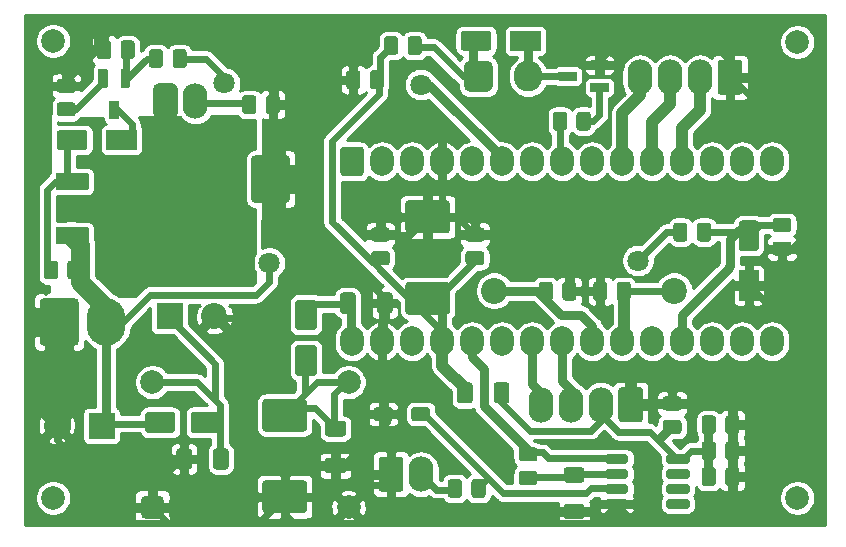
<source format=gbr>
%TF.GenerationSoftware,KiCad,Pcbnew,(5.1.10)-1*%
%TF.CreationDate,2021-10-23T23:50:14-04:00*%
%TF.ProjectId,pid_smt_oven,7069645f-736d-4745-9f6f-76656e2e6b69,rev?*%
%TF.SameCoordinates,Original*%
%TF.FileFunction,Copper,L1,Top*%
%TF.FilePolarity,Positive*%
%FSLAX46Y46*%
G04 Gerber Fmt 4.6, Leading zero omitted, Abs format (unit mm)*
G04 Created by KiCad (PCBNEW (5.1.10)-1) date 2021-10-23 23:50:14*
%MOMM*%
%LPD*%
G01*
G04 APERTURE LIST*
%TA.AperFunction,ComponentPad*%
%ADD10O,2.000000X2.500000*%
%TD*%
%TA.AperFunction,ComponentPad*%
%ADD11C,2.000000*%
%TD*%
%TA.AperFunction,ComponentPad*%
%ADD12C,2.200000*%
%TD*%
%TA.AperFunction,ComponentPad*%
%ADD13O,2.100000X3.000000*%
%TD*%
%TA.AperFunction,ComponentPad*%
%ADD14R,2.200000X2.200000*%
%TD*%
%TA.AperFunction,ComponentPad*%
%ADD15O,3.300000X4.000000*%
%TD*%
%TA.AperFunction,ComponentPad*%
%ADD16O,2.400000X2.600000*%
%TD*%
%TA.AperFunction,ViaPad*%
%ADD17C,1.800000*%
%TD*%
%TA.AperFunction,Conductor*%
%ADD18C,0.600000*%
%TD*%
%TA.AperFunction,Conductor*%
%ADD19C,0.800000*%
%TD*%
%TA.AperFunction,Conductor*%
%ADD20C,2.000000*%
%TD*%
%TA.AperFunction,Conductor*%
%ADD21C,1.000000*%
%TD*%
%TA.AperFunction,Conductor*%
%ADD22C,1.600000*%
%TD*%
%TA.AperFunction,Conductor*%
%ADD23C,3.000000*%
%TD*%
%TA.AperFunction,Conductor*%
%ADD24C,0.254000*%
%TD*%
%TA.AperFunction,Conductor*%
%ADD25C,0.100000*%
%TD*%
G04 APERTURE END LIST*
%TO.P,C9,1*%
%TO.N,Net-(C10-Pad1)*%
%TA.AperFunction,SMDPad,CuDef*%
G36*
G01*
X24810800Y-37100000D02*
X27989200Y-37100000D01*
G75*
G02*
X28300000Y-37410800I0J-310800D01*
G01*
X28300000Y-39589200D01*
G75*
G02*
X27989200Y-39900000I-310800J0D01*
G01*
X24810800Y-39900000D01*
G75*
G02*
X24500000Y-39589200I0J310800D01*
G01*
X24500000Y-37410800D01*
G75*
G02*
X24810800Y-37100000I310800J0D01*
G01*
G37*
%TD.AperFunction*%
%TO.P,C9,2*%
%TO.N,GND*%
%TA.AperFunction,SMDPad,CuDef*%
G36*
G01*
X24810800Y-44000000D02*
X27989200Y-44000000D01*
G75*
G02*
X28300000Y-44310800I0J-310800D01*
G01*
X28300000Y-46489200D01*
G75*
G02*
X27989200Y-46800000I-310800J0D01*
G01*
X24810800Y-46800000D01*
G75*
G02*
X24500000Y-46489200I0J310800D01*
G01*
X24500000Y-44310800D01*
G75*
G02*
X24810800Y-44000000I310800J0D01*
G01*
G37*
%TD.AperFunction*%
%TD*%
%TO.P,C17,2*%
%TO.N,GND*%
%TA.AperFunction,SMDPad,CuDef*%
G36*
G01*
X40089200Y-23100000D02*
X36910800Y-23100000D01*
G75*
G02*
X36600000Y-22789200I0J310800D01*
G01*
X36600000Y-20610800D01*
G75*
G02*
X36910800Y-20300000I310800J0D01*
G01*
X40089200Y-20300000D01*
G75*
G02*
X40400000Y-20610800I0J-310800D01*
G01*
X40400000Y-22789200D01*
G75*
G02*
X40089200Y-23100000I-310800J0D01*
G01*
G37*
%TD.AperFunction*%
%TO.P,C17,1*%
%TO.N,V5.0*%
%TA.AperFunction,SMDPad,CuDef*%
G36*
G01*
X40089200Y-30000000D02*
X36910800Y-30000000D01*
G75*
G02*
X36600000Y-29689200I0J310800D01*
G01*
X36600000Y-27510800D01*
G75*
G02*
X36910800Y-27200000I310800J0D01*
G01*
X40089200Y-27200000D01*
G75*
G02*
X40400000Y-27510800I0J-310800D01*
G01*
X40400000Y-29689200D01*
G75*
G02*
X40089200Y-30000000I-310800J0D01*
G01*
G37*
%TD.AperFunction*%
%TD*%
%TO.P,D2,2*%
%TO.N,Net-(D2-Pad2)*%
%TA.AperFunction,SMDPad,CuDef*%
G36*
G01*
X11300000Y-16016000D02*
X11300000Y-14384000D01*
G75*
G02*
X11334000Y-14350000I34000J0D01*
G01*
X13866000Y-14350000D01*
G75*
G02*
X13900000Y-14384000I0J-34000D01*
G01*
X13900000Y-16016000D01*
G75*
G02*
X13866000Y-16050000I-34000J0D01*
G01*
X11334000Y-16050000D01*
G75*
G02*
X11300000Y-16016000I0J34000D01*
G01*
G37*
%TD.AperFunction*%
%TO.P,D2,1*%
%TO.N,Net-(D2-Pad1)*%
%TA.AperFunction,SMDPad,CuDef*%
G36*
G01*
X7100000Y-15795000D02*
X7100000Y-14605000D01*
G75*
G02*
X7355000Y-14350000I255000J0D01*
G01*
X9445000Y-14350000D01*
G75*
G02*
X9700000Y-14605000I0J-255000D01*
G01*
X9700000Y-15795000D01*
G75*
G02*
X9445000Y-16050000I-255000J0D01*
G01*
X7355000Y-16050000D01*
G75*
G02*
X7100000Y-15795000I0J255000D01*
G01*
G37*
%TD.AperFunction*%
%TD*%
%TO.P,D6,2*%
%TO.N,GND*%
%TA.AperFunction,SMDPad,CuDef*%
G36*
G01*
X64884000Y-26200000D02*
X66516000Y-26200000D01*
G75*
G02*
X66550000Y-26234000I0J-34000D01*
G01*
X66550000Y-28766000D01*
G75*
G02*
X66516000Y-28800000I-34000J0D01*
G01*
X64884000Y-28800000D01*
G75*
G02*
X64850000Y-28766000I0J34000D01*
G01*
X64850000Y-26234000D01*
G75*
G02*
X64884000Y-26200000I34000J0D01*
G01*
G37*
%TD.AperFunction*%
%TO.P,D6,1*%
%TO.N,/20VDetect*%
%TA.AperFunction,SMDPad,CuDef*%
G36*
G01*
X65105000Y-22000000D02*
X66295000Y-22000000D01*
G75*
G02*
X66550000Y-22255000I0J-255000D01*
G01*
X66550000Y-24345000D01*
G75*
G02*
X66295000Y-24600000I-255000J0D01*
G01*
X65105000Y-24600000D01*
G75*
G02*
X64850000Y-24345000I0J255000D01*
G01*
X64850000Y-22255000D01*
G75*
G02*
X65105000Y-22000000I255000J0D01*
G01*
G37*
%TD.AperFunction*%
%TD*%
%TO.P,D4,1*%
%TO.N,Net-(D4-Pad1)*%
%TA.AperFunction,SMDPad,CuDef*%
G36*
G01*
X41300000Y-7395000D02*
X41300000Y-6205000D01*
G75*
G02*
X41555000Y-5950000I255000J0D01*
G01*
X43645000Y-5950000D01*
G75*
G02*
X43900000Y-6205000I0J-255000D01*
G01*
X43900000Y-7395000D01*
G75*
G02*
X43645000Y-7650000I-255000J0D01*
G01*
X41555000Y-7650000D01*
G75*
G02*
X41300000Y-7395000I0J255000D01*
G01*
G37*
%TD.AperFunction*%
%TO.P,D4,2*%
%TO.N,Net-(D4-Pad2)*%
%TA.AperFunction,SMDPad,CuDef*%
G36*
G01*
X45500000Y-7616000D02*
X45500000Y-5984000D01*
G75*
G02*
X45534000Y-5950000I34000J0D01*
G01*
X48066000Y-5950000D01*
G75*
G02*
X48100000Y-5984000I0J-34000D01*
G01*
X48100000Y-7616000D01*
G75*
G02*
X48066000Y-7650000I-34000J0D01*
G01*
X45534000Y-7650000D01*
G75*
G02*
X45500000Y-7616000I0J34000D01*
G01*
G37*
%TD.AperFunction*%
%TD*%
%TO.P,D3,2*%
%TO.N,Net-(D3-Pad2)*%
%TA.AperFunction,SMDPad,CuDef*%
G36*
G01*
X37100000Y-38760000D02*
X37100000Y-38040000D01*
G75*
G02*
X37340000Y-37800000I240000J0D01*
G01*
X38460000Y-37800000D01*
G75*
G02*
X38700000Y-38040000I0J-240000D01*
G01*
X38700000Y-38760000D01*
G75*
G02*
X38460000Y-39000000I-240000J0D01*
G01*
X37340000Y-39000000D01*
G75*
G02*
X37100000Y-38760000I0J240000D01*
G01*
G37*
%TD.AperFunction*%
%TO.P,D3,1*%
%TO.N,GND*%
%TA.AperFunction,SMDPad,CuDef*%
G36*
G01*
X33950000Y-38760000D02*
X33950000Y-38040000D01*
G75*
G02*
X34190000Y-37800000I240000J0D01*
G01*
X35310000Y-37800000D01*
G75*
G02*
X35550000Y-38040000I0J-240000D01*
G01*
X35550000Y-38760000D01*
G75*
G02*
X35310000Y-39000000I-240000J0D01*
G01*
X34190000Y-39000000D01*
G75*
G02*
X33950000Y-38760000I0J240000D01*
G01*
G37*
%TD.AperFunction*%
%TD*%
%TO.P,a2,1*%
%TO.N,Net-(a2-Pad1)*%
%TA.AperFunction,ComponentPad*%
G36*
G01*
X31400000Y-15750000D02*
X32800000Y-15750000D01*
G75*
G02*
X33100000Y-16050000I0J-300000D01*
G01*
X33100000Y-17950000D01*
G75*
G02*
X32800000Y-18250000I-300000J0D01*
G01*
X31400000Y-18250000D01*
G75*
G02*
X31100000Y-17950000I0J300000D01*
G01*
X31100000Y-16050000D01*
G75*
G02*
X31400000Y-15750000I300000J0D01*
G01*
G37*
%TD.AperFunction*%
D10*
%TO.P,a2,17*%
%TO.N,Net-(a2-Pad17)*%
X65120000Y-32240000D03*
%TO.P,a2,2*%
%TO.N,Net-(a2-Pad2)*%
X34640000Y-17000000D03*
%TO.P,a2,18*%
%TO.N,Net-(a2-Pad18)*%
X62580000Y-32240000D03*
%TO.P,a2,3*%
%TO.N,Net-(a2-Pad3)*%
X37180000Y-17000000D03*
%TO.P,a2,19*%
%TO.N,/20VDetect*%
X60040000Y-32240000D03*
%TO.P,a2,4*%
%TO.N,GND*%
X39720000Y-17000000D03*
%TO.P,a2,20*%
%TO.N,Net-(a2-Pad20)*%
X57500000Y-32240000D03*
%TO.P,a2,5*%
%TO.N,Net-(a2-Pad5)*%
X42260000Y-17000000D03*
%TO.P,a2,21*%
%TO.N,/env_temp_adc*%
X54960000Y-32240000D03*
%TO.P,a2,6*%
%TO.N,/enable_heater*%
X44800000Y-17000000D03*
%TO.P,a2,22*%
%TO.N,/enable_env_temp_check*%
X52420000Y-32240000D03*
%TO.P,a2,7*%
%TO.N,Net-(a2-Pad7)*%
X47340000Y-17000000D03*
%TO.P,a2,23*%
%TO.N,/sda*%
X49880000Y-32240000D03*
%TO.P,a2,8*%
%TO.N,/buzzerPwm*%
X49880000Y-17000000D03*
%TO.P,a2,24*%
%TO.N,/scl*%
X47340000Y-32240000D03*
%TO.P,a2,9*%
%TO.N,Net-(a2-Pad9)*%
X52420000Y-17000000D03*
%TO.P,a2,25*%
%TO.N,Net-(a2-Pad25)*%
X44800000Y-32240000D03*
%TO.P,a2,10*%
%TO.N,/rot_button*%
X54960000Y-17000000D03*
%TO.P,a2,26*%
%TO.N,/opamp_to_adc*%
X42260000Y-32240000D03*
%TO.P,a2,11*%
%TO.N,/rot_left*%
X57500000Y-17000000D03*
%TO.P,a2,27*%
%TO.N,V5.0*%
X39720000Y-32240000D03*
%TO.P,a2,12*%
%TO.N,/rot_right*%
X60040000Y-17000000D03*
%TO.P,a2,28*%
%TO.N,Net-(a2-Pad28)*%
X37180000Y-32240000D03*
%TO.P,a2,13*%
%TO.N,Net-(a2-Pad13)*%
X62580000Y-17000000D03*
%TO.P,a2,29*%
%TO.N,GND*%
X34640000Y-32240000D03*
%TO.P,a2,14*%
%TO.N,Net-(a2-Pad14)*%
X65120000Y-17000000D03*
%TO.P,a2,30*%
%TO.N,/V6.0*%
X32100000Y-32240000D03*
%TO.P,a2,15*%
%TO.N,Net-(a2-Pad15)*%
X67660000Y-17000000D03*
%TO.P,a2,16*%
%TO.N,Net-(a2-Pad16)*%
X67660000Y-32240000D03*
%TD*%
%TO.P,D7,2*%
%TO.N,Net-(C10-Pad1)*%
%TA.AperFunction,SMDPad,CuDef*%
G36*
G01*
X27480000Y-32550000D02*
X28920000Y-32550000D01*
G75*
G02*
X29100000Y-32730000I0J-180000D01*
G01*
X29100000Y-34970000D01*
G75*
G02*
X28920000Y-35150000I-180000J0D01*
G01*
X27480000Y-35150000D01*
G75*
G02*
X27300000Y-34970000I0J180000D01*
G01*
X27300000Y-32730000D01*
G75*
G02*
X27480000Y-32550000I180000J0D01*
G01*
G37*
%TD.AperFunction*%
%TO.P,D7,1*%
%TO.N,/V6.0*%
%TA.AperFunction,SMDPad,CuDef*%
G36*
G01*
X27480000Y-28700000D02*
X28920000Y-28700000D01*
G75*
G02*
X29100000Y-28880000I0J-180000D01*
G01*
X29100000Y-31120000D01*
G75*
G02*
X28920000Y-31300000I-180000J0D01*
G01*
X27480000Y-31300000D01*
G75*
G02*
X27300000Y-31120000I0J180000D01*
G01*
X27300000Y-28880000D01*
G75*
G02*
X27480000Y-28700000I180000J0D01*
G01*
G37*
%TD.AperFunction*%
%TD*%
%TO.P,D1,1*%
%TO.N,Net-(C7-Pad1)*%
%TA.AperFunction,SMDPad,CuDef*%
G36*
G01*
X20950000Y-38380000D02*
X20950000Y-39820000D01*
G75*
G02*
X20770000Y-40000000I-180000J0D01*
G01*
X18630000Y-40000000D01*
G75*
G02*
X18450000Y-39820000I0J180000D01*
G01*
X18450000Y-38380000D01*
G75*
G02*
X18630000Y-38200000I180000J0D01*
G01*
X20770000Y-38200000D01*
G75*
G02*
X20950000Y-38380000I0J-180000D01*
G01*
G37*
%TD.AperFunction*%
%TO.P,D1,2*%
%TO.N,20V*%
%TA.AperFunction,SMDPad,CuDef*%
G36*
G01*
X17100000Y-38380000D02*
X17100000Y-39820000D01*
G75*
G02*
X16920000Y-40000000I-180000J0D01*
G01*
X14780000Y-40000000D01*
G75*
G02*
X14600000Y-39820000I0J180000D01*
G01*
X14600000Y-38380000D01*
G75*
G02*
X14780000Y-38200000I180000J0D01*
G01*
X16920000Y-38200000D01*
G75*
G02*
X17100000Y-38380000I0J-180000D01*
G01*
G37*
%TD.AperFunction*%
%TD*%
%TO.P,R10,2*%
%TO.N,GND*%
%TA.AperFunction,SMDPad,CuDef*%
G36*
G01*
X50274999Y-46000000D02*
X51525001Y-46000000D01*
G75*
G02*
X51775000Y-46249999I0J-249999D01*
G01*
X51775000Y-47050001D01*
G75*
G02*
X51525001Y-47300000I-249999J0D01*
G01*
X50274999Y-47300000D01*
G75*
G02*
X50025000Y-47050001I0J249999D01*
G01*
X50025000Y-46249999D01*
G75*
G02*
X50274999Y-46000000I249999J0D01*
G01*
G37*
%TD.AperFunction*%
%TO.P,R10,1*%
%TO.N,Net-(R10-Pad1)*%
%TA.AperFunction,SMDPad,CuDef*%
G36*
G01*
X50274999Y-42900000D02*
X51525001Y-42900000D01*
G75*
G02*
X51775000Y-43149999I0J-249999D01*
G01*
X51775000Y-43950001D01*
G75*
G02*
X51525001Y-44200000I-249999J0D01*
G01*
X50274999Y-44200000D01*
G75*
G02*
X50025000Y-43950001I0J249999D01*
G01*
X50025000Y-43149999D01*
G75*
G02*
X50274999Y-42900000I249999J0D01*
G01*
G37*
%TD.AperFunction*%
%TD*%
%TO.P,R7,2*%
%TO.N,20V*%
%TA.AperFunction,SMDPad,CuDef*%
G36*
G01*
X8000000Y-26750400D02*
X8000000Y-25649600D01*
G75*
G02*
X8249600Y-25400000I249600J0D01*
G01*
X8950400Y-25400000D01*
G75*
G02*
X9200000Y-25649600I0J-249600D01*
G01*
X9200000Y-26750400D01*
G75*
G02*
X8950400Y-27000000I-249600J0D01*
G01*
X8249600Y-27000000D01*
G75*
G02*
X8000000Y-26750400I0J249600D01*
G01*
G37*
%TD.AperFunction*%
%TO.P,R7,1*%
%TO.N,Net-(D2-Pad1)*%
%TA.AperFunction,SMDPad,CuDef*%
G36*
G01*
X6000000Y-26750400D02*
X6000000Y-25649600D01*
G75*
G02*
X6249600Y-25400000I249600J0D01*
G01*
X6950400Y-25400000D01*
G75*
G02*
X7200000Y-25649600I0J-249600D01*
G01*
X7200000Y-26750400D01*
G75*
G02*
X6950400Y-27000000I-249600J0D01*
G01*
X6249600Y-27000000D01*
G75*
G02*
X6000000Y-26750400I0J249600D01*
G01*
G37*
%TD.AperFunction*%
%TD*%
%TO.P,C20,2*%
%TO.N,GND*%
%TA.AperFunction,SMDPad,CuDef*%
G36*
G01*
X35050400Y-23800000D02*
X33949600Y-23800000D01*
G75*
G02*
X33700000Y-23550400I0J249600D01*
G01*
X33700000Y-22849600D01*
G75*
G02*
X33949600Y-22600000I249600J0D01*
G01*
X35050400Y-22600000D01*
G75*
G02*
X35300000Y-22849600I0J-249600D01*
G01*
X35300000Y-23550400D01*
G75*
G02*
X35050400Y-23800000I-249600J0D01*
G01*
G37*
%TD.AperFunction*%
%TO.P,C20,1*%
%TO.N,V5.0*%
%TA.AperFunction,SMDPad,CuDef*%
G36*
G01*
X35050400Y-25800000D02*
X33949600Y-25800000D01*
G75*
G02*
X33700000Y-25550400I0J249600D01*
G01*
X33700000Y-24849600D01*
G75*
G02*
X33949600Y-24600000I249600J0D01*
G01*
X35050400Y-24600000D01*
G75*
G02*
X35300000Y-24849600I0J-249600D01*
G01*
X35300000Y-25550400D01*
G75*
G02*
X35050400Y-25800000I-249600J0D01*
G01*
G37*
%TD.AperFunction*%
%TD*%
%TO.P,R16,2*%
%TO.N,GND*%
%TA.AperFunction,SMDPad,CuDef*%
G36*
G01*
X53700000Y-27449600D02*
X53700000Y-28550400D01*
G75*
G02*
X53450400Y-28800000I-249600J0D01*
G01*
X52749600Y-28800000D01*
G75*
G02*
X52500000Y-28550400I0J249600D01*
G01*
X52500000Y-27449600D01*
G75*
G02*
X52749600Y-27200000I249600J0D01*
G01*
X53450400Y-27200000D01*
G75*
G02*
X53700000Y-27449600I0J-249600D01*
G01*
G37*
%TD.AperFunction*%
%TO.P,R16,1*%
%TO.N,/env_temp_adc*%
%TA.AperFunction,SMDPad,CuDef*%
G36*
G01*
X55700000Y-27449600D02*
X55700000Y-28550400D01*
G75*
G02*
X55450400Y-28800000I-249600J0D01*
G01*
X54749600Y-28800000D01*
G75*
G02*
X54500000Y-28550400I0J249600D01*
G01*
X54500000Y-27449600D01*
G75*
G02*
X54749600Y-27200000I249600J0D01*
G01*
X55450400Y-27200000D01*
G75*
G02*
X55700000Y-27449600I0J-249600D01*
G01*
G37*
%TD.AperFunction*%
%TD*%
%TO.P,R15,2*%
%TO.N,GND*%
%TA.AperFunction,SMDPad,CuDef*%
G36*
G01*
X67949600Y-23800000D02*
X69050400Y-23800000D01*
G75*
G02*
X69300000Y-24049600I0J-249600D01*
G01*
X69300000Y-24750400D01*
G75*
G02*
X69050400Y-25000000I-249600J0D01*
G01*
X67949600Y-25000000D01*
G75*
G02*
X67700000Y-24750400I0J249600D01*
G01*
X67700000Y-24049600D01*
G75*
G02*
X67949600Y-23800000I249600J0D01*
G01*
G37*
%TD.AperFunction*%
%TO.P,R15,1*%
%TO.N,/20VDetect*%
%TA.AperFunction,SMDPad,CuDef*%
G36*
G01*
X67949600Y-21800000D02*
X69050400Y-21800000D01*
G75*
G02*
X69300000Y-22049600I0J-249600D01*
G01*
X69300000Y-22750400D01*
G75*
G02*
X69050400Y-23000000I-249600J0D01*
G01*
X67949600Y-23000000D01*
G75*
G02*
X67700000Y-22750400I0J249600D01*
G01*
X67700000Y-22049600D01*
G75*
G02*
X67949600Y-21800000I249600J0D01*
G01*
G37*
%TD.AperFunction*%
%TD*%
%TO.P,R14,2*%
%TO.N,/20VDetect*%
%TA.AperFunction,SMDPad,CuDef*%
G36*
G01*
X61300000Y-23550400D02*
X61300000Y-22449600D01*
G75*
G02*
X61549600Y-22200000I249600J0D01*
G01*
X62250400Y-22200000D01*
G75*
G02*
X62500000Y-22449600I0J-249600D01*
G01*
X62500000Y-23550400D01*
G75*
G02*
X62250400Y-23800000I-249600J0D01*
G01*
X61549600Y-23800000D01*
G75*
G02*
X61300000Y-23550400I0J249600D01*
G01*
G37*
%TD.AperFunction*%
%TO.P,R14,1*%
%TO.N,20V*%
%TA.AperFunction,SMDPad,CuDef*%
G36*
G01*
X59300000Y-23550400D02*
X59300000Y-22449600D01*
G75*
G02*
X59549600Y-22200000I249600J0D01*
G01*
X60250400Y-22200000D01*
G75*
G02*
X60500000Y-22449600I0J-249600D01*
G01*
X60500000Y-23550400D01*
G75*
G02*
X60250400Y-23800000I-249600J0D01*
G01*
X59549600Y-23800000D01*
G75*
G02*
X59300000Y-23550400I0J249600D01*
G01*
G37*
%TD.AperFunction*%
%TD*%
%TO.P,R13,2*%
%TO.N,Net-(D5-PadK)*%
%TA.AperFunction,SMDPad,CuDef*%
G36*
G01*
X24000000Y-11649600D02*
X24000000Y-12750400D01*
G75*
G02*
X23750400Y-13000000I-249600J0D01*
G01*
X23049600Y-13000000D01*
G75*
G02*
X22800000Y-12750400I0J249600D01*
G01*
X22800000Y-11649600D01*
G75*
G02*
X23049600Y-11400000I249600J0D01*
G01*
X23750400Y-11400000D01*
G75*
G02*
X24000000Y-11649600I0J-249600D01*
G01*
G37*
%TD.AperFunction*%
%TO.P,R13,1*%
%TO.N,GND*%
%TA.AperFunction,SMDPad,CuDef*%
G36*
G01*
X26000000Y-11649600D02*
X26000000Y-12750400D01*
G75*
G02*
X25750400Y-13000000I-249600J0D01*
G01*
X25049600Y-13000000D01*
G75*
G02*
X24800000Y-12750400I0J249600D01*
G01*
X24800000Y-11649600D01*
G75*
G02*
X25049600Y-11400000I249600J0D01*
G01*
X25750400Y-11400000D01*
G75*
G02*
X26000000Y-11649600I0J-249600D01*
G01*
G37*
%TD.AperFunction*%
%TD*%
%TO.P,R12,2*%
%TO.N,Net-(R10-Pad1)*%
%TA.AperFunction,SMDPad,CuDef*%
G36*
G01*
X46449600Y-43200000D02*
X47550400Y-43200000D01*
G75*
G02*
X47800000Y-43449600I0J-249600D01*
G01*
X47800000Y-44150400D01*
G75*
G02*
X47550400Y-44400000I-249600J0D01*
G01*
X46449600Y-44400000D01*
G75*
G02*
X46200000Y-44150400I0J249600D01*
G01*
X46200000Y-43449600D01*
G75*
G02*
X46449600Y-43200000I249600J0D01*
G01*
G37*
%TD.AperFunction*%
%TO.P,R12,1*%
%TO.N,/opamp_to_adc*%
%TA.AperFunction,SMDPad,CuDef*%
G36*
G01*
X46449600Y-41200000D02*
X47550400Y-41200000D01*
G75*
G02*
X47800000Y-41449600I0J-249600D01*
G01*
X47800000Y-42150400D01*
G75*
G02*
X47550400Y-42400000I-249600J0D01*
G01*
X46449600Y-42400000D01*
G75*
G02*
X46200000Y-42150400I0J249600D01*
G01*
X46200000Y-41449600D01*
G75*
G02*
X46449600Y-41200000I249600J0D01*
G01*
G37*
%TD.AperFunction*%
%TD*%
%TO.P,R11,2*%
%TO.N,Net-(D4-Pad1)*%
%TA.AperFunction,SMDPad,CuDef*%
G36*
G01*
X36800000Y-7750400D02*
X36800000Y-6649600D01*
G75*
G02*
X37049600Y-6400000I249600J0D01*
G01*
X37750400Y-6400000D01*
G75*
G02*
X38000000Y-6649600I0J-249600D01*
G01*
X38000000Y-7750400D01*
G75*
G02*
X37750400Y-8000000I-249600J0D01*
G01*
X37049600Y-8000000D01*
G75*
G02*
X36800000Y-7750400I0J249600D01*
G01*
G37*
%TD.AperFunction*%
%TO.P,R11,1*%
%TO.N,V5.0*%
%TA.AperFunction,SMDPad,CuDef*%
G36*
G01*
X34800000Y-7750400D02*
X34800000Y-6649600D01*
G75*
G02*
X35049600Y-6400000I249600J0D01*
G01*
X35750400Y-6400000D01*
G75*
G02*
X36000000Y-6649600I0J-249600D01*
G01*
X36000000Y-7750400D01*
G75*
G02*
X35750400Y-8000000I-249600J0D01*
G01*
X35049600Y-8000000D01*
G75*
G02*
X34800000Y-7750400I0J249600D01*
G01*
G37*
%TD.AperFunction*%
%TD*%
%TO.P,R9,2*%
%TO.N,/buzzerPwm*%
%TA.AperFunction,SMDPad,CuDef*%
G36*
G01*
X50300000Y-13049600D02*
X50300000Y-14150400D01*
G75*
G02*
X50050400Y-14400000I-249600J0D01*
G01*
X49349600Y-14400000D01*
G75*
G02*
X49100000Y-14150400I0J249600D01*
G01*
X49100000Y-13049600D01*
G75*
G02*
X49349600Y-12800000I249600J0D01*
G01*
X50050400Y-12800000D01*
G75*
G02*
X50300000Y-13049600I0J-249600D01*
G01*
G37*
%TD.AperFunction*%
%TO.P,R9,1*%
%TO.N,Net-(Q2-PadB)*%
%TA.AperFunction,SMDPad,CuDef*%
G36*
G01*
X52300000Y-13049600D02*
X52300000Y-14150400D01*
G75*
G02*
X52050400Y-14400000I-249600J0D01*
G01*
X51349600Y-14400000D01*
G75*
G02*
X51100000Y-14150400I0J249600D01*
G01*
X51100000Y-13049600D01*
G75*
G02*
X51349600Y-12800000I249600J0D01*
G01*
X52050400Y-12800000D01*
G75*
G02*
X52300000Y-13049600I0J-249600D01*
G01*
G37*
%TD.AperFunction*%
%TD*%
%TO.P,R8,2*%
%TO.N,Net-(Q3-PadE)*%
%TA.AperFunction,SMDPad,CuDef*%
G36*
G01*
X7349600Y-12000000D02*
X8450400Y-12000000D01*
G75*
G02*
X8700000Y-12249600I0J-249600D01*
G01*
X8700000Y-12950400D01*
G75*
G02*
X8450400Y-13200000I-249600J0D01*
G01*
X7349600Y-13200000D01*
G75*
G02*
X7100000Y-12950400I0J249600D01*
G01*
X7100000Y-12249600D01*
G75*
G02*
X7349600Y-12000000I249600J0D01*
G01*
G37*
%TD.AperFunction*%
%TO.P,R8,1*%
%TO.N,GND*%
%TA.AperFunction,SMDPad,CuDef*%
G36*
G01*
X7349600Y-10000000D02*
X8450400Y-10000000D01*
G75*
G02*
X8700000Y-10249600I0J-249600D01*
G01*
X8700000Y-10950400D01*
G75*
G02*
X8450400Y-11200000I-249600J0D01*
G01*
X7349600Y-11200000D01*
G75*
G02*
X7100000Y-10950400I0J249600D01*
G01*
X7100000Y-10249600D01*
G75*
G02*
X7349600Y-10000000I249600J0D01*
G01*
G37*
%TD.AperFunction*%
%TD*%
%TO.P,R6,2*%
%TO.N,GND*%
%TA.AperFunction,SMDPad,CuDef*%
G36*
G01*
X11700000Y-6999600D02*
X11700000Y-8100400D01*
G75*
G02*
X11450400Y-8350000I-249600J0D01*
G01*
X10749600Y-8350000D01*
G75*
G02*
X10500000Y-8100400I0J249600D01*
G01*
X10500000Y-6999600D01*
G75*
G02*
X10749600Y-6750000I249600J0D01*
G01*
X11450400Y-6750000D01*
G75*
G02*
X11700000Y-6999600I0J-249600D01*
G01*
G37*
%TD.AperFunction*%
%TO.P,R6,1*%
%TO.N,Net-(Q3-PadB)*%
%TA.AperFunction,SMDPad,CuDef*%
G36*
G01*
X13700000Y-6999600D02*
X13700000Y-8100400D01*
G75*
G02*
X13450400Y-8350000I-249600J0D01*
G01*
X12749600Y-8350000D01*
G75*
G02*
X12500000Y-8100400I0J249600D01*
G01*
X12500000Y-6999600D01*
G75*
G02*
X12749600Y-6750000I249600J0D01*
G01*
X13450400Y-6750000D01*
G75*
G02*
X13700000Y-6999600I0J-249600D01*
G01*
G37*
%TD.AperFunction*%
%TD*%
%TO.P,R5,2*%
%TO.N,/enable_heater*%
%TA.AperFunction,SMDPad,CuDef*%
G36*
G01*
X16900000Y-8850400D02*
X16900000Y-7749600D01*
G75*
G02*
X17149600Y-7500000I249600J0D01*
G01*
X17850400Y-7500000D01*
G75*
G02*
X18100000Y-7749600I0J-249600D01*
G01*
X18100000Y-8850400D01*
G75*
G02*
X17850400Y-9100000I-249600J0D01*
G01*
X17149600Y-9100000D01*
G75*
G02*
X16900000Y-8850400I0J249600D01*
G01*
G37*
%TD.AperFunction*%
%TO.P,R5,1*%
%TO.N,Net-(Q3-PadB)*%
%TA.AperFunction,SMDPad,CuDef*%
G36*
G01*
X14900000Y-8850400D02*
X14900000Y-7749600D01*
G75*
G02*
X15149600Y-7500000I249600J0D01*
G01*
X15850400Y-7500000D01*
G75*
G02*
X16100000Y-7749600I0J-249600D01*
G01*
X16100000Y-8850400D01*
G75*
G02*
X15850400Y-9100000I-249600J0D01*
G01*
X15149600Y-9100000D01*
G75*
G02*
X14900000Y-8850400I0J249600D01*
G01*
G37*
%TD.AperFunction*%
%TD*%
%TO.P,R1,2*%
%TO.N,/thermal_couple*%
%TA.AperFunction,SMDPad,CuDef*%
G36*
G01*
X41400000Y-44149600D02*
X41400000Y-45250400D01*
G75*
G02*
X41150400Y-45500000I-249600J0D01*
G01*
X40449600Y-45500000D01*
G75*
G02*
X40200000Y-45250400I0J249600D01*
G01*
X40200000Y-44149600D01*
G75*
G02*
X40449600Y-43900000I249600J0D01*
G01*
X41150400Y-43900000D01*
G75*
G02*
X41400000Y-44149600I0J-249600D01*
G01*
G37*
%TD.AperFunction*%
%TO.P,R1,1*%
%TO.N,Net-(D3-Pad2)*%
%TA.AperFunction,SMDPad,CuDef*%
G36*
G01*
X43400000Y-44149600D02*
X43400000Y-45250400D01*
G75*
G02*
X43150400Y-45500000I-249600J0D01*
G01*
X42449600Y-45500000D01*
G75*
G02*
X42200000Y-45250400I0J249600D01*
G01*
X42200000Y-44149600D01*
G75*
G02*
X42449600Y-43900000I249600J0D01*
G01*
X43150400Y-43900000D01*
G75*
G02*
X43400000Y-44149600I0J-249600D01*
G01*
G37*
%TD.AperFunction*%
%TD*%
%TO.P,C23,2*%
%TO.N,GND*%
%TA.AperFunction,SMDPad,CuDef*%
G36*
G01*
X49900000Y-28550400D02*
X49900000Y-27449600D01*
G75*
G02*
X50149600Y-27200000I249600J0D01*
G01*
X50850400Y-27200000D01*
G75*
G02*
X51100000Y-27449600I0J-249600D01*
G01*
X51100000Y-28550400D01*
G75*
G02*
X50850400Y-28800000I-249600J0D01*
G01*
X50149600Y-28800000D01*
G75*
G02*
X49900000Y-28550400I0J249600D01*
G01*
G37*
%TD.AperFunction*%
%TO.P,C23,1*%
%TO.N,/enable_env_temp_check*%
%TA.AperFunction,SMDPad,CuDef*%
G36*
G01*
X47900000Y-28550400D02*
X47900000Y-27449600D01*
G75*
G02*
X48149600Y-27200000I249600J0D01*
G01*
X48850400Y-27200000D01*
G75*
G02*
X49100000Y-27449600I0J-249600D01*
G01*
X49100000Y-28550400D01*
G75*
G02*
X48850400Y-28800000I-249600J0D01*
G01*
X48149600Y-28800000D01*
G75*
G02*
X47900000Y-28550400I0J249600D01*
G01*
G37*
%TD.AperFunction*%
%TD*%
%TO.P,C18,2*%
%TO.N,GND*%
%TA.AperFunction,SMDPad,CuDef*%
G36*
G01*
X32800000Y-9549600D02*
X32800000Y-10650400D01*
G75*
G02*
X32550400Y-10900000I-249600J0D01*
G01*
X31849600Y-10900000D01*
G75*
G02*
X31600000Y-10650400I0J249600D01*
G01*
X31600000Y-9549600D01*
G75*
G02*
X31849600Y-9300000I249600J0D01*
G01*
X32550400Y-9300000D01*
G75*
G02*
X32800000Y-9549600I0J-249600D01*
G01*
G37*
%TD.AperFunction*%
%TO.P,C18,1*%
%TO.N,V5.0*%
%TA.AperFunction,SMDPad,CuDef*%
G36*
G01*
X34800000Y-9549600D02*
X34800000Y-10650400D01*
G75*
G02*
X34550400Y-10900000I-249600J0D01*
G01*
X33849600Y-10900000D01*
G75*
G02*
X33600000Y-10650400I0J249600D01*
G01*
X33600000Y-9549600D01*
G75*
G02*
X33849600Y-9300000I249600J0D01*
G01*
X34550400Y-9300000D01*
G75*
G02*
X34800000Y-9549600I0J-249600D01*
G01*
G37*
%TD.AperFunction*%
%TD*%
%TO.P,C16,2*%
%TO.N,GND*%
%TA.AperFunction,SMDPad,CuDef*%
G36*
G01*
X59750400Y-38100000D02*
X58649600Y-38100000D01*
G75*
G02*
X58400000Y-37850400I0J249600D01*
G01*
X58400000Y-37149600D01*
G75*
G02*
X58649600Y-36900000I249600J0D01*
G01*
X59750400Y-36900000D01*
G75*
G02*
X60000000Y-37149600I0J-249600D01*
G01*
X60000000Y-37850400D01*
G75*
G02*
X59750400Y-38100000I-249600J0D01*
G01*
G37*
%TD.AperFunction*%
%TO.P,C16,1*%
%TO.N,V5.0*%
%TA.AperFunction,SMDPad,CuDef*%
G36*
G01*
X59750400Y-40100000D02*
X58649600Y-40100000D01*
G75*
G02*
X58400000Y-39850400I0J249600D01*
G01*
X58400000Y-39149600D01*
G75*
G02*
X58649600Y-38900000I249600J0D01*
G01*
X59750400Y-38900000D01*
G75*
G02*
X60000000Y-39149600I0J-249600D01*
G01*
X60000000Y-39850400D01*
G75*
G02*
X59750400Y-40100000I-249600J0D01*
G01*
G37*
%TD.AperFunction*%
%TD*%
%TO.P,C15,2*%
%TO.N,GND*%
%TA.AperFunction,SMDPad,CuDef*%
G36*
G01*
X43050400Y-23800000D02*
X41949600Y-23800000D01*
G75*
G02*
X41700000Y-23550400I0J249600D01*
G01*
X41700000Y-22849600D01*
G75*
G02*
X41949600Y-22600000I249600J0D01*
G01*
X43050400Y-22600000D01*
G75*
G02*
X43300000Y-22849600I0J-249600D01*
G01*
X43300000Y-23550400D01*
G75*
G02*
X43050400Y-23800000I-249600J0D01*
G01*
G37*
%TD.AperFunction*%
%TO.P,C15,1*%
%TO.N,V5.0*%
%TA.AperFunction,SMDPad,CuDef*%
G36*
G01*
X43050400Y-25800000D02*
X41949600Y-25800000D01*
G75*
G02*
X41700000Y-25550400I0J249600D01*
G01*
X41700000Y-24849600D01*
G75*
G02*
X41949600Y-24600000I249600J0D01*
G01*
X43050400Y-24600000D01*
G75*
G02*
X43300000Y-24849600I0J-249600D01*
G01*
X43300000Y-25550400D01*
G75*
G02*
X43050400Y-25800000I-249600J0D01*
G01*
G37*
%TD.AperFunction*%
%TD*%
%TO.P,C3,2*%
%TO.N,GND*%
%TA.AperFunction,SMDPad,CuDef*%
G36*
G01*
X63700000Y-42050400D02*
X63700000Y-40949600D01*
G75*
G02*
X63949600Y-40700000I249600J0D01*
G01*
X64650400Y-40700000D01*
G75*
G02*
X64900000Y-40949600I0J-249600D01*
G01*
X64900000Y-42050400D01*
G75*
G02*
X64650400Y-42300000I-249600J0D01*
G01*
X63949600Y-42300000D01*
G75*
G02*
X63700000Y-42050400I0J249600D01*
G01*
G37*
%TD.AperFunction*%
%TO.P,C3,1*%
%TO.N,V5.0*%
%TA.AperFunction,SMDPad,CuDef*%
G36*
G01*
X61700000Y-42050400D02*
X61700000Y-40949600D01*
G75*
G02*
X61949600Y-40700000I249600J0D01*
G01*
X62650400Y-40700000D01*
G75*
G02*
X62900000Y-40949600I0J-249600D01*
G01*
X62900000Y-42050400D01*
G75*
G02*
X62650400Y-42300000I-249600J0D01*
G01*
X61949600Y-42300000D01*
G75*
G02*
X61700000Y-42050400I0J249600D01*
G01*
G37*
%TD.AperFunction*%
%TD*%
%TO.P,C2,2*%
%TO.N,GND*%
%TA.AperFunction,SMDPad,CuDef*%
G36*
G01*
X63700000Y-44250400D02*
X63700000Y-43149600D01*
G75*
G02*
X63949600Y-42900000I249600J0D01*
G01*
X64650400Y-42900000D01*
G75*
G02*
X64900000Y-43149600I0J-249600D01*
G01*
X64900000Y-44250400D01*
G75*
G02*
X64650400Y-44500000I-249600J0D01*
G01*
X63949600Y-44500000D01*
G75*
G02*
X63700000Y-44250400I0J249600D01*
G01*
G37*
%TD.AperFunction*%
%TO.P,C2,1*%
%TO.N,V5.0*%
%TA.AperFunction,SMDPad,CuDef*%
G36*
G01*
X61700000Y-44250400D02*
X61700000Y-43149600D01*
G75*
G02*
X61949600Y-42900000I249600J0D01*
G01*
X62650400Y-42900000D01*
G75*
G02*
X62900000Y-43149600I0J-249600D01*
G01*
X62900000Y-44250400D01*
G75*
G02*
X62650400Y-44500000I-249600J0D01*
G01*
X61949600Y-44500000D01*
G75*
G02*
X61700000Y-44250400I0J249600D01*
G01*
G37*
%TD.AperFunction*%
%TD*%
%TO.P,C1,2*%
%TO.N,GND*%
%TA.AperFunction,SMDPad,CuDef*%
G36*
G01*
X63700000Y-39850400D02*
X63700000Y-38749600D01*
G75*
G02*
X63949600Y-38500000I249600J0D01*
G01*
X64650400Y-38500000D01*
G75*
G02*
X64900000Y-38749600I0J-249600D01*
G01*
X64900000Y-39850400D01*
G75*
G02*
X64650400Y-40100000I-249600J0D01*
G01*
X63949600Y-40100000D01*
G75*
G02*
X63700000Y-39850400I0J249600D01*
G01*
G37*
%TD.AperFunction*%
%TO.P,C1,1*%
%TO.N,V5.0*%
%TA.AperFunction,SMDPad,CuDef*%
G36*
G01*
X61700000Y-39850400D02*
X61700000Y-38749600D01*
G75*
G02*
X61949600Y-38500000I249600J0D01*
G01*
X62650400Y-38500000D01*
G75*
G02*
X62900000Y-38749600I0J-249600D01*
G01*
X62900000Y-39850400D01*
G75*
G02*
X62650400Y-40100000I-249600J0D01*
G01*
X61949600Y-40100000D01*
G75*
G02*
X61700000Y-39850400I0J249600D01*
G01*
G37*
%TD.AperFunction*%
%TD*%
%TO.P,Q1,D*%
%TO.N,/heaterPower*%
%TA.AperFunction,SMDPad,CuDef*%
G36*
G01*
X11500000Y-23700000D02*
X11500000Y-18300000D01*
G75*
G02*
X11800000Y-18000000I300000J0D01*
G01*
X17800000Y-18000000D01*
G75*
G02*
X18100000Y-18300000I0J-300000D01*
G01*
X18100000Y-23700000D01*
G75*
G02*
X17800000Y-24000000I-300000J0D01*
G01*
X11800000Y-24000000D01*
G75*
G02*
X11500000Y-23700000I0J300000D01*
G01*
G37*
%TD.AperFunction*%
%TO.P,Q1,S*%
%TO.N,20V*%
%TA.AperFunction,SMDPad,CuDef*%
G36*
G01*
X7000000Y-23910000D02*
X7000000Y-22650000D01*
G75*
G02*
X7070000Y-22580000I70000J0D01*
G01*
X9730000Y-22580000D01*
G75*
G02*
X9800000Y-22650000I0J-70000D01*
G01*
X9800000Y-23910000D01*
G75*
G02*
X9730000Y-23980000I-70000J0D01*
G01*
X7070000Y-23980000D01*
G75*
G02*
X7000000Y-23910000I0J70000D01*
G01*
G37*
%TD.AperFunction*%
%TO.P,Q1,G*%
%TO.N,Net-(D2-Pad1)*%
%TA.AperFunction,SMDPad,CuDef*%
G36*
G01*
X7000000Y-19350000D02*
X7000000Y-18090000D01*
G75*
G02*
X7070000Y-18020000I70000J0D01*
G01*
X9730000Y-18020000D01*
G75*
G02*
X9800000Y-18090000I0J-70000D01*
G01*
X9800000Y-19350000D01*
G75*
G02*
X9730000Y-19420000I-70000J0D01*
G01*
X7070000Y-19420000D01*
G75*
G02*
X7000000Y-19350000I0J70000D01*
G01*
G37*
%TD.AperFunction*%
%TD*%
%TO.P,0R,1*%
%TO.N,V5.0*%
%TA.AperFunction,SMDPad,CuDef*%
G36*
G01*
X45425000Y-35950425D02*
X45425000Y-37249575D01*
G75*
G02*
X45174575Y-37500000I-250425J0D01*
G01*
X44350425Y-37500000D01*
G75*
G02*
X44100000Y-37249575I0J250425D01*
G01*
X44100000Y-35950425D01*
G75*
G02*
X44350425Y-35700000I250425J0D01*
G01*
X45174575Y-35700000D01*
G75*
G02*
X45425000Y-35950425I0J-250425D01*
G01*
G37*
%TD.AperFunction*%
%TO.P,0R,2*%
%TA.AperFunction,SMDPad,CuDef*%
G36*
G01*
X42300000Y-35950425D02*
X42300000Y-37249575D01*
G75*
G02*
X42049575Y-37500000I-250425J0D01*
G01*
X41225425Y-37500000D01*
G75*
G02*
X40975000Y-37249575I0J250425D01*
G01*
X40975000Y-35950425D01*
G75*
G02*
X41225425Y-35700000I250425J0D01*
G01*
X42049575Y-35700000D01*
G75*
G02*
X42300000Y-35950425I0J-250425D01*
G01*
G37*
%TD.AperFunction*%
%TD*%
D11*
%TO.P,a1,2*%
%TO.N,Net-(C7-Pad1)*%
X15200000Y-35700000D03*
%TO.P,a1,3*%
%TO.N,Net-(C10-Pad1)*%
X31800000Y-35700000D03*
%TO.P,a1,4*%
%TO.N,GND*%
X31800000Y-46300000D03*
%TO.P,a1,1*%
%TA.AperFunction,ComponentPad*%
G36*
G01*
X14200000Y-46800000D02*
X14200000Y-45800000D01*
G75*
G02*
X14700000Y-45300000I500000J0D01*
G01*
X15700000Y-45300000D01*
G75*
G02*
X16200000Y-45800000I0J-500000D01*
G01*
X16200000Y-46800000D01*
G75*
G02*
X15700000Y-47300000I-500000J0D01*
G01*
X14700000Y-47300000D01*
G75*
G02*
X14200000Y-46800000I0J500000D01*
G01*
G37*
%TD.AperFunction*%
%TD*%
%TO.P,U1,8*%
%TO.N,V5.0*%
%TA.AperFunction,SMDPad,CuDef*%
G36*
G01*
X58700000Y-42395000D02*
X58700000Y-41995000D01*
G75*
G02*
X58900000Y-41795000I200000J0D01*
G01*
X60500000Y-41795000D01*
G75*
G02*
X60700000Y-41995000I0J-200000D01*
G01*
X60700000Y-42395000D01*
G75*
G02*
X60500000Y-42595000I-200000J0D01*
G01*
X58900000Y-42595000D01*
G75*
G02*
X58700000Y-42395000I0J200000D01*
G01*
G37*
%TD.AperFunction*%
%TO.P,U1,7*%
%TO.N,N/C*%
%TA.AperFunction,SMDPad,CuDef*%
G36*
G01*
X58700000Y-43665000D02*
X58700000Y-43265000D01*
G75*
G02*
X58900000Y-43065000I200000J0D01*
G01*
X60500000Y-43065000D01*
G75*
G02*
X60700000Y-43265000I0J-200000D01*
G01*
X60700000Y-43665000D01*
G75*
G02*
X60500000Y-43865000I-200000J0D01*
G01*
X58900000Y-43865000D01*
G75*
G02*
X58700000Y-43665000I0J200000D01*
G01*
G37*
%TD.AperFunction*%
%TO.P,U1,6*%
%TA.AperFunction,SMDPad,CuDef*%
G36*
G01*
X58700000Y-44935000D02*
X58700000Y-44535000D01*
G75*
G02*
X58900000Y-44335000I200000J0D01*
G01*
X60500000Y-44335000D01*
G75*
G02*
X60700000Y-44535000I0J-200000D01*
G01*
X60700000Y-44935000D01*
G75*
G02*
X60500000Y-45135000I-200000J0D01*
G01*
X58900000Y-45135000D01*
G75*
G02*
X58700000Y-44935000I0J200000D01*
G01*
G37*
%TD.AperFunction*%
%TO.P,U1,5*%
%TA.AperFunction,SMDPad,CuDef*%
G36*
G01*
X58700000Y-46205000D02*
X58700000Y-45805000D01*
G75*
G02*
X58900000Y-45605000I200000J0D01*
G01*
X60500000Y-45605000D01*
G75*
G02*
X60700000Y-45805000I0J-200000D01*
G01*
X60700000Y-46205000D01*
G75*
G02*
X60500000Y-46405000I-200000J0D01*
G01*
X58900000Y-46405000D01*
G75*
G02*
X58700000Y-46205000I0J200000D01*
G01*
G37*
%TD.AperFunction*%
%TO.P,U1,4*%
%TO.N,GND*%
%TA.AperFunction,SMDPad,CuDef*%
G36*
G01*
X53500000Y-46205000D02*
X53500000Y-45805000D01*
G75*
G02*
X53700000Y-45605000I200000J0D01*
G01*
X55300000Y-45605000D01*
G75*
G02*
X55500000Y-45805000I0J-200000D01*
G01*
X55500000Y-46205000D01*
G75*
G02*
X55300000Y-46405000I-200000J0D01*
G01*
X53700000Y-46405000D01*
G75*
G02*
X53500000Y-46205000I0J200000D01*
G01*
G37*
%TD.AperFunction*%
%TO.P,U1,3*%
%TO.N,Net-(D3-Pad2)*%
%TA.AperFunction,SMDPad,CuDef*%
G36*
G01*
X53500000Y-44935000D02*
X53500000Y-44535000D01*
G75*
G02*
X53700000Y-44335000I200000J0D01*
G01*
X55300000Y-44335000D01*
G75*
G02*
X55500000Y-44535000I0J-200000D01*
G01*
X55500000Y-44935000D01*
G75*
G02*
X55300000Y-45135000I-200000J0D01*
G01*
X53700000Y-45135000D01*
G75*
G02*
X53500000Y-44935000I0J200000D01*
G01*
G37*
%TD.AperFunction*%
%TO.P,U1,2*%
%TO.N,Net-(R10-Pad1)*%
%TA.AperFunction,SMDPad,CuDef*%
G36*
G01*
X53500000Y-43665000D02*
X53500000Y-43265000D01*
G75*
G02*
X53700000Y-43065000I200000J0D01*
G01*
X55300000Y-43065000D01*
G75*
G02*
X55500000Y-43265000I0J-200000D01*
G01*
X55500000Y-43665000D01*
G75*
G02*
X55300000Y-43865000I-200000J0D01*
G01*
X53700000Y-43865000D01*
G75*
G02*
X53500000Y-43665000I0J200000D01*
G01*
G37*
%TD.AperFunction*%
%TO.P,U1,1*%
%TO.N,/opamp_to_adc*%
%TA.AperFunction,SMDPad,CuDef*%
G36*
G01*
X53500000Y-42395000D02*
X53500000Y-41995000D01*
G75*
G02*
X53700000Y-41795000I200000J0D01*
G01*
X55300000Y-41795000D01*
G75*
G02*
X55500000Y-41995000I0J-200000D01*
G01*
X55500000Y-42395000D01*
G75*
G02*
X55300000Y-42595000I-200000J0D01*
G01*
X53700000Y-42595000D01*
G75*
G02*
X53500000Y-42395000I0J200000D01*
G01*
G37*
%TD.AperFunction*%
%TD*%
D12*
%TO.P,TH1,2*%
%TO.N,/env_temp_adc*%
X59390000Y-27950000D03*
%TO.P,TH1,1*%
%TO.N,/enable_env_temp_check*%
X44150000Y-27950000D03*
%TD*%
%TO.P,J3,1*%
%TO.N,GND*%
%TA.AperFunction,ComponentPad*%
G36*
G01*
X34350000Y-44697600D02*
X34350000Y-42302400D01*
G75*
G02*
X34652400Y-42000000I302400J0D01*
G01*
X36147600Y-42000000D01*
G75*
G02*
X36450000Y-42302400I0J-302400D01*
G01*
X36450000Y-44697600D01*
G75*
G02*
X36147600Y-45000000I-302400J0D01*
G01*
X34652400Y-45000000D01*
G75*
G02*
X34350000Y-44697600I0J302400D01*
G01*
G37*
%TD.AperFunction*%
D13*
%TO.P,J3,2*%
%TO.N,/thermal_couple*%
X37940000Y-43500000D03*
%TD*%
D12*
%TO.P,C7,2*%
%TO.N,GND*%
X20450000Y-30100000D03*
D14*
%TO.P,C7,1*%
%TO.N,Net-(C7-Pad1)*%
X16650000Y-30100000D03*
%TD*%
D12*
%TO.P,C6,2*%
%TO.N,GND*%
X7100000Y-39400000D03*
D14*
%TO.P,C6,1*%
%TO.N,20V*%
X10900000Y-39400000D03*
%TD*%
D15*
%TO.P,J1,2*%
%TO.N,20V*%
X11260000Y-30600000D03*
%TO.P,J1,1*%
%TO.N,GND*%
%TA.AperFunction,ComponentPad*%
G36*
G01*
X5650000Y-32293100D02*
X5650000Y-28906900D01*
G75*
G02*
X5956900Y-28600000I306900J0D01*
G01*
X8643100Y-28600000D01*
G75*
G02*
X8950000Y-28906900I0J-306900D01*
G01*
X8950000Y-32293100D01*
G75*
G02*
X8643100Y-32600000I-306900J0D01*
G01*
X5956900Y-32600000D01*
G75*
G02*
X5650000Y-32293100I0J306900D01*
G01*
G37*
%TD.AperFunction*%
%TD*%
%TO.P,J2,2*%
%TO.N,/heaterPower*%
X21240000Y-18500000D03*
%TO.P,J2,1*%
%TO.N,GND*%
%TA.AperFunction,ComponentPad*%
G36*
G01*
X26850000Y-16806900D02*
X26850000Y-20193100D01*
G75*
G02*
X26543100Y-20500000I-306900J0D01*
G01*
X23856900Y-20500000D01*
G75*
G02*
X23550000Y-20193100I0J306900D01*
G01*
X23550000Y-16806900D01*
G75*
G02*
X23856900Y-16500000I306900J0D01*
G01*
X26543100Y-16500000D01*
G75*
G02*
X26850000Y-16806900I0J-306900D01*
G01*
G37*
%TD.AperFunction*%
%TD*%
D13*
%TO.P,J4,4*%
%TO.N,/scl*%
X48080000Y-37600000D03*
%TO.P,J4,3*%
%TO.N,/sda*%
X50620000Y-37600000D03*
%TO.P,J4,2*%
%TO.N,V5.0*%
X53160000Y-37600000D03*
%TO.P,J4,1*%
%TO.N,GND*%
%TA.AperFunction,ComponentPad*%
G36*
G01*
X56750000Y-36402400D02*
X56750000Y-38797600D01*
G75*
G02*
X56447600Y-39100000I-302400J0D01*
G01*
X54952400Y-39100000D01*
G75*
G02*
X54650000Y-38797600I0J302400D01*
G01*
X54650000Y-36402400D01*
G75*
G02*
X54952400Y-36100000I302400J0D01*
G01*
X56447600Y-36100000D01*
G75*
G02*
X56750000Y-36402400I0J-302400D01*
G01*
G37*
%TD.AperFunction*%
%TD*%
%TO.P,J5,4*%
%TO.N,/rot_button*%
X56480000Y-9900000D03*
%TO.P,J5,3*%
%TO.N,/rot_left*%
X59020000Y-9900000D03*
%TO.P,J5,1*%
%TO.N,GND*%
%TA.AperFunction,ComponentPad*%
G36*
G01*
X65150000Y-8708700D02*
X65150000Y-11091300D01*
G75*
G02*
X64841300Y-11400000I-308700J0D01*
G01*
X63358700Y-11400000D01*
G75*
G02*
X63050000Y-11091300I0J308700D01*
G01*
X63050000Y-8708700D01*
G75*
G02*
X63358700Y-8400000I308700J0D01*
G01*
X64841300Y-8400000D01*
G75*
G02*
X65150000Y-8708700I0J-308700D01*
G01*
G37*
%TD.AperFunction*%
%TO.P,J5,2*%
%TO.N,/rot_right*%
X61560000Y-9900000D03*
%TD*%
%TO.P,Q3,B*%
%TO.N,Net-(Q3-PadB)*%
%TA.AperFunction,SMDPad,CuDef*%
G36*
G01*
X12580000Y-9150000D02*
X13220000Y-9150000D01*
G75*
G02*
X13300000Y-9230000I0J-80000D01*
G01*
X13300000Y-10670000D01*
G75*
G02*
X13220000Y-10750000I-80000J0D01*
G01*
X12580000Y-10750000D01*
G75*
G02*
X12500000Y-10670000I0J80000D01*
G01*
X12500000Y-9230000D01*
G75*
G02*
X12580000Y-9150000I80000J0D01*
G01*
G37*
%TD.AperFunction*%
%TO.P,Q3,E*%
%TO.N,Net-(Q3-PadE)*%
%TA.AperFunction,SMDPad,CuDef*%
G36*
G01*
X10680000Y-9150000D02*
X11320000Y-9150000D01*
G75*
G02*
X11400000Y-9230000I0J-80000D01*
G01*
X11400000Y-10670000D01*
G75*
G02*
X11320000Y-10750000I-80000J0D01*
G01*
X10680000Y-10750000D01*
G75*
G02*
X10600000Y-10670000I0J80000D01*
G01*
X10600000Y-9230000D01*
G75*
G02*
X10680000Y-9150000I80000J0D01*
G01*
G37*
%TD.AperFunction*%
%TO.P,Q3,C*%
%TO.N,Net-(D2-Pad2)*%
%TA.AperFunction,SMDPad,CuDef*%
G36*
G01*
X11630000Y-11850000D02*
X12270000Y-11850000D01*
G75*
G02*
X12350000Y-11930000I0J-80000D01*
G01*
X12350000Y-13370000D01*
G75*
G02*
X12270000Y-13450000I-80000J0D01*
G01*
X11630000Y-13450000D01*
G75*
G02*
X11550000Y-13370000I0J80000D01*
G01*
X11550000Y-11930000D01*
G75*
G02*
X11630000Y-11850000I80000J0D01*
G01*
G37*
%TD.AperFunction*%
%TD*%
%TO.P,Q2,B*%
%TO.N,Net-(Q2-PadB)*%
%TA.AperFunction,SMDPad,CuDef*%
G36*
G01*
X53850000Y-10430000D02*
X53850000Y-11070000D01*
G75*
G02*
X53770000Y-11150000I-80000J0D01*
G01*
X52330000Y-11150000D01*
G75*
G02*
X52250000Y-11070000I0J80000D01*
G01*
X52250000Y-10430000D01*
G75*
G02*
X52330000Y-10350000I80000J0D01*
G01*
X53770000Y-10350000D01*
G75*
G02*
X53850000Y-10430000I0J-80000D01*
G01*
G37*
%TD.AperFunction*%
%TO.P,Q2,E*%
%TO.N,GND*%
%TA.AperFunction,SMDPad,CuDef*%
G36*
G01*
X53850000Y-8530000D02*
X53850000Y-9170000D01*
G75*
G02*
X53770000Y-9250000I-80000J0D01*
G01*
X52330000Y-9250000D01*
G75*
G02*
X52250000Y-9170000I0J80000D01*
G01*
X52250000Y-8530000D01*
G75*
G02*
X52330000Y-8450000I80000J0D01*
G01*
X53770000Y-8450000D01*
G75*
G02*
X53850000Y-8530000I0J-80000D01*
G01*
G37*
%TD.AperFunction*%
%TO.P,Q2,C*%
%TO.N,Net-(D4-Pad2)*%
%TA.AperFunction,SMDPad,CuDef*%
G36*
G01*
X51150000Y-9480000D02*
X51150000Y-10120000D01*
G75*
G02*
X51070000Y-10200000I-80000J0D01*
G01*
X49630000Y-10200000D01*
G75*
G02*
X49550000Y-10120000I0J80000D01*
G01*
X49550000Y-9480000D01*
G75*
G02*
X49630000Y-9400000I80000J0D01*
G01*
X51070000Y-9400000D01*
G75*
G02*
X51150000Y-9480000I0J-80000D01*
G01*
G37*
%TD.AperFunction*%
%TD*%
%TO.P,LS1,1*%
%TO.N,Net-(D4-Pad1)*%
%TA.AperFunction,ComponentPad*%
G36*
G01*
X41600000Y-10668000D02*
X41600000Y-8932000D01*
G75*
G02*
X42032000Y-8500000I432000J0D01*
G01*
X43568000Y-8500000D01*
G75*
G02*
X44000000Y-8932000I0J-432000D01*
G01*
X44000000Y-10668000D01*
G75*
G02*
X43568000Y-11100000I-432000J0D01*
G01*
X42032000Y-11100000D01*
G75*
G02*
X41600000Y-10668000I0J432000D01*
G01*
G37*
%TD.AperFunction*%
D16*
%TO.P,LS1,2*%
%TO.N,Net-(D4-Pad2)*%
X47000000Y-9800000D03*
%TD*%
D11*
%TO.P,H4,*%
%TO.N,*%
X69800000Y-6900000D03*
%TD*%
%TO.P,H3,*%
%TO.N,*%
X6800000Y-6800000D03*
%TD*%
%TO.P,H2,*%
%TO.N,*%
X6800000Y-45500000D03*
%TD*%
%TO.P,H1,*%
%TO.N,*%
X69800000Y-45500000D03*
%TD*%
D13*
%TO.P,D5,K*%
%TO.N,Net-(D5-PadK)*%
X18840000Y-11900000D03*
%TO.P,D5,A*%
%TO.N,/heaterPower*%
%TA.AperFunction,ComponentPad*%
G36*
G01*
X15250000Y-12938000D02*
X15250000Y-10862000D01*
G75*
G02*
X15712000Y-10400000I462000J0D01*
G01*
X16888000Y-10400000D01*
G75*
G02*
X17350000Y-10862000I0J-462000D01*
G01*
X17350000Y-12938000D01*
G75*
G02*
X16888000Y-13400000I-462000J0D01*
G01*
X15712000Y-13400000D01*
G75*
G02*
X15250000Y-12938000I0J462000D01*
G01*
G37*
%TD.AperFunction*%
%TD*%
%TO.P,C11,2*%
%TO.N,GND*%
%TA.AperFunction,SMDPad,CuDef*%
G36*
G01*
X34200000Y-29650003D02*
X34200000Y-28349997D01*
G75*
G02*
X34449997Y-28100000I249997J0D01*
G01*
X35275003Y-28100000D01*
G75*
G02*
X35525000Y-28349997I0J-249997D01*
G01*
X35525000Y-29650003D01*
G75*
G02*
X35275003Y-29900000I-249997J0D01*
G01*
X34449997Y-29900000D01*
G75*
G02*
X34200000Y-29650003I0J249997D01*
G01*
G37*
%TD.AperFunction*%
%TO.P,C11,1*%
%TO.N,/V6.0*%
%TA.AperFunction,SMDPad,CuDef*%
G36*
G01*
X31075000Y-29650003D02*
X31075000Y-28349997D01*
G75*
G02*
X31324997Y-28100000I249997J0D01*
G01*
X32150003Y-28100000D01*
G75*
G02*
X32400000Y-28349997I0J-249997D01*
G01*
X32400000Y-29650003D01*
G75*
G02*
X32150003Y-29900000I-249997J0D01*
G01*
X31324997Y-29900000D01*
G75*
G02*
X31075000Y-29650003I0J249997D01*
G01*
G37*
%TD.AperFunction*%
%TD*%
%TO.P,C10,2*%
%TO.N,GND*%
%TA.AperFunction,SMDPad,CuDef*%
G36*
G01*
X30049997Y-42100000D02*
X31350003Y-42100000D01*
G75*
G02*
X31600000Y-42349997I0J-249997D01*
G01*
X31600000Y-43175003D01*
G75*
G02*
X31350003Y-43425000I-249997J0D01*
G01*
X30049997Y-43425000D01*
G75*
G02*
X29800000Y-43175003I0J249997D01*
G01*
X29800000Y-42349997D01*
G75*
G02*
X30049997Y-42100000I249997J0D01*
G01*
G37*
%TD.AperFunction*%
%TO.P,C10,1*%
%TO.N,Net-(C10-Pad1)*%
%TA.AperFunction,SMDPad,CuDef*%
G36*
G01*
X30049997Y-38975000D02*
X31350003Y-38975000D01*
G75*
G02*
X31600000Y-39224997I0J-249997D01*
G01*
X31600000Y-40050003D01*
G75*
G02*
X31350003Y-40300000I-249997J0D01*
G01*
X30049997Y-40300000D01*
G75*
G02*
X29800000Y-40050003I0J249997D01*
G01*
X29800000Y-39224997D01*
G75*
G02*
X30049997Y-38975000I249997J0D01*
G01*
G37*
%TD.AperFunction*%
%TD*%
%TO.P,C8,2*%
%TO.N,GND*%
%TA.AperFunction,SMDPad,CuDef*%
G36*
G01*
X18537500Y-41549997D02*
X18537500Y-42850003D01*
G75*
G02*
X18287503Y-43100000I-249997J0D01*
G01*
X17462497Y-43100000D01*
G75*
G02*
X17212500Y-42850003I0J249997D01*
G01*
X17212500Y-41549997D01*
G75*
G02*
X17462497Y-41300000I249997J0D01*
G01*
X18287503Y-41300000D01*
G75*
G02*
X18537500Y-41549997I0J-249997D01*
G01*
G37*
%TD.AperFunction*%
%TO.P,C8,1*%
%TO.N,Net-(C7-Pad1)*%
%TA.AperFunction,SMDPad,CuDef*%
G36*
G01*
X21662500Y-41549997D02*
X21662500Y-42850003D01*
G75*
G02*
X21412503Y-43100000I-249997J0D01*
G01*
X20587497Y-43100000D01*
G75*
G02*
X20337500Y-42850003I0J249997D01*
G01*
X20337500Y-41549997D01*
G75*
G02*
X20587497Y-41300000I249997J0D01*
G01*
X21412503Y-41300000D01*
G75*
G02*
X21662500Y-41549997I0J-249997D01*
G01*
G37*
%TD.AperFunction*%
%TD*%
D17*
%TO.N,/enable_heater*%
X21300000Y-10400000D03*
X37900000Y-10500000D03*
%TO.N,20V*%
X56300000Y-25400000D03*
X25100000Y-25600000D03*
%TD*%
D18*
%TO.N,/opamp_to_adc*%
X42300000Y-32480000D02*
X42260000Y-32440000D01*
X54495000Y-42300000D02*
X54500000Y-42295000D01*
X48255000Y-41650000D02*
X48705000Y-42100000D01*
X47250000Y-41650000D02*
X48255000Y-41650000D01*
X48705000Y-42100000D02*
X54400000Y-42100000D01*
X54400000Y-42100000D02*
X54500000Y-42200000D01*
D19*
X47200000Y-41650000D02*
X47250000Y-41650000D01*
X43299990Y-37749990D02*
X47200000Y-41650000D01*
X43299990Y-34599990D02*
X43299990Y-37749990D01*
X42260000Y-33560000D02*
X43299990Y-34599990D01*
X42260000Y-32440000D02*
X42260000Y-33560000D01*
D18*
%TO.N,GND*%
X26100000Y-19600000D02*
X26100000Y-20200000D01*
X7300000Y-39600000D02*
X7100000Y-39800000D01*
D20*
X7300000Y-29600000D02*
X7300000Y-39600000D01*
D18*
X7100000Y-39800000D02*
X7100000Y-40600000D01*
X34900000Y-32180000D02*
X34640000Y-32440000D01*
D19*
X34750000Y-29450000D02*
X34750000Y-32267500D01*
D18*
X50500000Y-28000000D02*
X53000000Y-28000000D01*
X39720000Y-21280000D02*
X39500000Y-21500000D01*
X39720000Y-17200000D02*
X39720000Y-21280000D01*
X39700000Y-17180000D02*
X39720000Y-17200000D01*
X55700000Y-37600000D02*
X58600000Y-37600000D01*
X68500000Y-26400000D02*
X68500000Y-24400000D01*
X67400000Y-27500000D02*
X68500000Y-26400000D01*
X65700000Y-27500000D02*
X67400000Y-27500000D01*
X69360010Y-33394167D02*
X65154177Y-37600000D01*
X69360010Y-31160010D02*
X69360010Y-33394167D01*
X65700000Y-27500000D02*
X69360010Y-31160010D01*
X12800000Y-46300000D02*
X15200000Y-46300000D01*
X7100000Y-40600000D02*
X12800000Y-46300000D01*
X7100000Y-39400000D02*
X7100000Y-40600000D01*
X7100000Y-40600000D02*
X9300000Y-42800000D01*
X27149990Y-47649990D02*
X26300000Y-46800000D01*
X30450010Y-47649990D02*
X27149990Y-47649990D01*
X26300000Y-46800000D02*
X26300000Y-44900000D01*
X31800000Y-46300000D02*
X30450010Y-47649990D01*
X33700000Y-44400000D02*
X31800000Y-46300000D01*
X34500000Y-44400000D02*
X33700000Y-44400000D01*
X30700000Y-45200000D02*
X31800000Y-46300000D01*
X30700000Y-42762500D02*
X30700000Y-45200000D01*
X10500000Y-7600000D02*
X7900000Y-10200000D01*
X10500000Y-6200000D02*
X10500000Y-7600000D01*
X11949990Y-4750010D02*
X10500000Y-6200000D01*
X20450010Y-4750010D02*
X11949990Y-4750010D01*
X25500000Y-12400000D02*
X25600000Y-12300000D01*
D20*
X24900000Y-18600000D02*
X27600000Y-18600000D01*
D18*
X24150010Y-47649990D02*
X26900000Y-44900000D01*
X15200000Y-46300000D02*
X16549990Y-47649990D01*
X9300000Y-42300000D02*
X17537500Y-42300000D01*
X15200000Y-44637500D02*
X15200000Y-46649990D01*
X17537500Y-42300000D02*
X15200000Y-44637500D01*
D19*
X64350000Y-39300000D02*
X64350000Y-43700000D01*
D18*
X64300000Y-39300000D02*
X64300000Y-37600000D01*
X64300000Y-37600000D02*
X55700000Y-37600000D01*
X65154177Y-37600000D02*
X64300000Y-37600000D01*
X30937500Y-43000000D02*
X30700000Y-42762500D01*
X31100000Y-43000000D02*
X30937500Y-43000000D01*
X35050000Y-39050000D02*
X31100000Y-43000000D01*
X35050000Y-38400000D02*
X35050000Y-39050000D01*
X25600000Y-9900000D02*
X20450010Y-4750010D01*
X25600000Y-12300000D02*
X25600000Y-9900000D01*
X45300000Y-23200000D02*
X42500000Y-23200000D01*
X41000000Y-21700000D02*
X42500000Y-23200000D01*
X38500000Y-21700000D02*
X41000000Y-21700000D01*
X37000000Y-23200000D02*
X38500000Y-21700000D01*
X34500000Y-23200000D02*
X37000000Y-23200000D01*
X52955010Y-47649990D02*
X33149990Y-47649990D01*
X54500000Y-46105000D02*
X52955010Y-47649990D01*
X55495000Y-47100000D02*
X54500000Y-46105000D01*
X58522192Y-47100000D02*
X55495000Y-47100000D01*
X58527202Y-47105010D02*
X58522192Y-47100000D01*
X33149990Y-47649990D02*
X31800000Y-46300000D01*
X60877808Y-47100000D02*
X60872798Y-47105010D01*
X62800000Y-47100000D02*
X60877808Y-47100000D01*
X60872798Y-47105010D02*
X58527202Y-47105010D01*
X64400000Y-45500000D02*
X62800000Y-47100000D01*
X64400000Y-43800000D02*
X64400000Y-45500000D01*
X64300000Y-43700000D02*
X64400000Y-43800000D01*
X64600000Y-10100000D02*
X64700000Y-10200000D01*
X70000010Y-23699990D02*
X69300000Y-24400000D01*
X64500000Y-10200000D02*
X70000010Y-15700010D01*
X70000010Y-15700010D02*
X70000010Y-23699990D01*
X64000000Y-10100000D02*
X64100000Y-10200000D01*
X64000000Y-8400000D02*
X64000000Y-10100000D01*
X69300000Y-24400000D02*
X68500000Y-24400000D01*
X64100000Y-10200000D02*
X64500000Y-10200000D01*
X54800000Y-6700000D02*
X62300000Y-6700000D01*
X62300000Y-6700000D02*
X64000000Y-8400000D01*
X53050000Y-8450000D02*
X54800000Y-6700000D01*
X53050000Y-8850000D02*
X53050000Y-8450000D01*
X11000000Y-47650000D02*
X44000000Y-47650000D01*
X16549990Y-47649990D02*
X17250010Y-47649990D01*
X17250010Y-47649990D02*
X24150010Y-47649990D01*
X27800000Y-26100000D02*
X27800000Y-18800000D01*
X23600000Y-30300000D02*
X27800000Y-26100000D01*
X27800000Y-18800000D02*
X27600000Y-18600000D01*
X20450000Y-30300000D02*
X23600000Y-30300000D01*
X34862500Y-29325000D02*
X34900000Y-29362500D01*
X34862500Y-28600000D02*
X34862500Y-29325000D01*
X27812500Y-21550000D02*
X34862500Y-28600000D01*
X27800000Y-21550000D02*
X27812500Y-21550000D01*
%TO.N,/20VDetect*%
X68500000Y-22400000D02*
X68000000Y-22400000D01*
X66600000Y-22400000D02*
X65700000Y-23300000D01*
X68500000Y-22400000D02*
X66600000Y-22400000D01*
X61900000Y-23200000D02*
X61900000Y-23000000D01*
X61700000Y-23400000D02*
X61900000Y-23200000D01*
X65400000Y-23000000D02*
X65700000Y-23300000D01*
X61900000Y-23000000D02*
X65400000Y-23000000D01*
D19*
X64100000Y-23600000D02*
X64900000Y-22800000D01*
X64100000Y-25838528D02*
X64100000Y-23600000D01*
X64049990Y-25888538D02*
X64100000Y-25838528D01*
X64049990Y-26000010D02*
X64049990Y-25888538D01*
X60040000Y-30010000D02*
X64049990Y-26000010D01*
X60040000Y-32440000D02*
X60040000Y-30010000D01*
D18*
%TO.N,/env_temp_adc*%
X55000000Y-28000000D02*
X59340000Y-28000000D01*
X55100000Y-28100000D02*
X55000000Y-28000000D01*
D21*
X55100000Y-32300000D02*
X55100000Y-28100000D01*
D18*
X54960000Y-32440000D02*
X55100000Y-32300000D01*
%TO.N,/enable_heater*%
X19700000Y-8300000D02*
X17500000Y-8300000D01*
X21200000Y-9800000D02*
X19700000Y-8300000D01*
X21300000Y-9800000D02*
X21200000Y-9800000D01*
X38300000Y-10300000D02*
X38300000Y-10100000D01*
X44800000Y-17200000D02*
X44800000Y-16800000D01*
D19*
X38600000Y-10500000D02*
X37900000Y-10500000D01*
X44850000Y-16750000D02*
X38600000Y-10500000D01*
%TO.N,/enable_env_temp_check*%
X44100000Y-28000000D02*
X47700000Y-28000000D01*
X51500000Y-30000000D02*
X52420000Y-30920000D01*
X49800000Y-30000000D02*
X51500000Y-30000000D01*
X52420000Y-30920000D02*
X52420000Y-32440000D01*
X47800000Y-28000000D02*
X49800000Y-30000000D01*
D18*
X48500000Y-28000000D02*
X47700000Y-28000000D01*
%TO.N,/sda*%
X49880000Y-32440000D02*
X50100000Y-32660000D01*
X50620000Y-37400000D02*
X50420000Y-37600000D01*
X50620000Y-36320000D02*
X50620000Y-37400000D01*
D19*
X49880000Y-35580000D02*
X50620000Y-36320000D01*
X49880000Y-32440000D02*
X49880000Y-35580000D01*
D18*
%TO.N,/buzzerPwm*%
X49700000Y-17020000D02*
X49880000Y-17200000D01*
X49900000Y-17180000D02*
X49880000Y-17200000D01*
X49700000Y-13600000D02*
X49700000Y-17180000D01*
%TO.N,/scl*%
X47540000Y-32640000D02*
X47340000Y-32440000D01*
X48080000Y-37600000D02*
X47880000Y-37600000D01*
X48100000Y-36600000D02*
X48100000Y-37600000D01*
D19*
X47340000Y-35840000D02*
X48100000Y-36600000D01*
X47340000Y-32440000D02*
X47340000Y-35840000D01*
D18*
%TO.N,V5.0*%
X41737500Y-36307500D02*
X41737500Y-36400000D01*
D21*
X39720000Y-34290000D02*
X41737500Y-36307500D01*
X39720000Y-32440000D02*
X39720000Y-34290000D01*
D18*
X41737500Y-36562500D02*
X41737500Y-36400000D01*
X53160000Y-38940000D02*
X53160000Y-37600000D01*
X52299990Y-39800010D02*
X53160000Y-38940000D01*
X49895123Y-39800010D02*
X52299990Y-39800010D01*
X49895113Y-39800000D02*
X49895123Y-39800010D01*
X47155113Y-39800000D02*
X49895113Y-39800000D01*
X44662500Y-37307387D02*
X47155113Y-39800000D01*
X44662500Y-36400000D02*
X44662500Y-37307387D01*
D19*
X62250000Y-39300000D02*
X62250000Y-43700000D01*
D18*
X39500000Y-32220000D02*
X39720000Y-32440000D01*
D19*
X39700000Y-28600000D02*
X39700000Y-32420000D01*
D18*
X39720000Y-32440000D02*
X39720000Y-31420000D01*
X42500000Y-25400000D02*
X39500000Y-28400000D01*
X34500000Y-25400000D02*
X34100000Y-25800000D01*
X34500000Y-25200000D02*
X34500000Y-25400000D01*
X39720000Y-31420000D02*
X34100000Y-25800000D01*
D19*
X59197500Y-39402500D02*
X58100000Y-40500000D01*
D18*
X59200000Y-39500000D02*
X59100000Y-39500000D01*
X53160000Y-38422824D02*
X53160000Y-37600000D01*
X54637176Y-39900000D02*
X53160000Y-38422824D01*
X57305000Y-39900000D02*
X54637176Y-39900000D01*
X59700000Y-42295000D02*
X57305000Y-39900000D01*
X60800000Y-41500000D02*
X62300000Y-41500000D01*
X60005000Y-42295000D02*
X60800000Y-41500000D01*
X59700000Y-42295000D02*
X60005000Y-42295000D01*
X35400000Y-7300000D02*
X35400000Y-7500000D01*
X34500000Y-8200000D02*
X35400000Y-7300000D01*
X34500000Y-9800000D02*
X34500000Y-8200000D01*
X34400000Y-11300000D02*
X34400000Y-10100000D01*
X30399990Y-15300010D02*
X34400000Y-11300000D01*
X30399990Y-22099990D02*
X30399990Y-15300010D01*
X34100000Y-25800000D02*
X30399990Y-22099990D01*
D21*
%TO.N,/rot_right*%
X60040000Y-14160000D02*
X60040000Y-17200000D01*
X61560000Y-12640000D02*
X60040000Y-14160000D01*
X61560000Y-10200000D02*
X61560000Y-12640000D01*
D18*
%TO.N,/V6.0*%
X32137500Y-32402500D02*
X32100000Y-32440000D01*
D19*
X32000000Y-29000000D02*
X32000000Y-32402500D01*
D18*
X27800000Y-29100000D02*
X28340000Y-29640000D01*
X27800000Y-29100000D02*
X32100000Y-29100000D01*
D21*
%TO.N,/rot_button*%
X54960000Y-12940000D02*
X54960000Y-17200000D01*
X56480000Y-11420000D02*
X54960000Y-12940000D01*
X56480000Y-10200000D02*
X56480000Y-11420000D01*
D18*
%TO.N,Net-(C7-Pad1)*%
X20850000Y-37550000D02*
X20900000Y-37600000D01*
X19000000Y-35700000D02*
X15200000Y-35700000D01*
X20850000Y-37550000D02*
X19000000Y-35700000D01*
X20800000Y-39100000D02*
X20900000Y-39200000D01*
X20000000Y-39100000D02*
X20800000Y-39100000D01*
X20900000Y-39200000D02*
X20900000Y-41600000D01*
X20900000Y-37600000D02*
X20900000Y-39200000D01*
X20500000Y-37200000D02*
X20850000Y-37550000D01*
X20500000Y-34150000D02*
X20500000Y-37200000D01*
X16650000Y-30300000D02*
X20500000Y-34150000D01*
%TO.N,20V*%
X16500000Y-39200000D02*
X16700000Y-39400000D01*
X10500000Y-39200000D02*
X16500000Y-39200000D01*
X11260000Y-38760000D02*
X11500000Y-39000000D01*
D19*
X11260000Y-29600000D02*
X11260000Y-38760000D01*
D18*
X11260000Y-29600000D02*
X12200000Y-29600000D01*
D22*
X11300000Y-29560000D02*
X11300000Y-29432706D01*
X11300000Y-29432706D02*
X9267284Y-27399990D01*
X11260000Y-29600000D02*
X11300000Y-29560000D01*
X9100000Y-24080000D02*
X8300000Y-23280000D01*
X9100000Y-27232706D02*
X9100000Y-24080000D01*
D18*
X58700000Y-23000000D02*
X59900000Y-23000000D01*
X56300000Y-25400000D02*
X58700000Y-23000000D01*
X12689998Y-30600000D02*
X11260000Y-30600000D01*
X14989999Y-28299999D02*
X12689998Y-30600000D01*
X24000000Y-28300000D02*
X14989999Y-28299999D01*
X25100000Y-27200000D02*
X24000000Y-28300000D01*
X25100000Y-25600000D02*
X25100000Y-27200000D01*
%TO.N,Net-(D2-Pad2)*%
X13450000Y-13850000D02*
X11950000Y-12350000D01*
X13450000Y-15400000D02*
X13450000Y-13850000D01*
%TO.N,Net-(D2-Pad1)*%
X7950000Y-18050000D02*
X7950000Y-15400000D01*
X8620000Y-18720000D02*
X7950000Y-18050000D01*
X6300000Y-25800000D02*
X6700000Y-26200000D01*
X6300000Y-19400000D02*
X6300000Y-25800000D01*
X6980000Y-18720000D02*
X6300000Y-19400000D01*
X8300000Y-18720000D02*
X6980000Y-18720000D01*
%TO.N,Net-(D3-Pad2)*%
X42900000Y-45000000D02*
X43100000Y-45000000D01*
X37550000Y-38400000D02*
X38200000Y-38400000D01*
X42800000Y-44700000D02*
X43650000Y-43850000D01*
X38200000Y-38400000D02*
X43650000Y-43850000D01*
X54465000Y-44700000D02*
X54500000Y-44735000D01*
X52300000Y-44700000D02*
X54465000Y-44700000D01*
X44900000Y-45100000D02*
X51900000Y-45100000D01*
X51900000Y-45100000D02*
X52300000Y-44700000D01*
X43650000Y-43850000D02*
X44900000Y-45100000D01*
%TO.N,Net-(D4-Pad2)*%
X47400000Y-9800000D02*
X47200000Y-10000000D01*
X50450000Y-9800000D02*
X46900000Y-9800000D01*
D19*
X47000000Y-6850000D02*
X47000000Y-9900000D01*
D18*
%TO.N,Net-(D4-Pad1)*%
X43400000Y-10000000D02*
X43000000Y-10000000D01*
X42350000Y-8950000D02*
X43400000Y-10000000D01*
D19*
X42350000Y-6400000D02*
X42350000Y-8950000D01*
D18*
X39000000Y-7300000D02*
X37400000Y-7300000D01*
X41500000Y-9800000D02*
X39000000Y-7300000D01*
X43300000Y-9800000D02*
X41500000Y-9800000D01*
%TO.N,Net-(D5-PadK)*%
X18640000Y-12600000D02*
X18440000Y-12800000D01*
X23460000Y-12100000D02*
X18600000Y-12100000D01*
%TO.N,/heaterPower*%
X18500000Y-19600000D02*
X17500000Y-20600000D01*
X15900000Y-20800000D02*
X16100000Y-21000000D01*
X16300000Y-11900000D02*
X16300000Y-19900000D01*
D23*
X16100000Y-19600000D02*
X14700000Y-21000000D01*
X17100000Y-18700000D02*
X14800000Y-21000000D01*
X20700000Y-18700000D02*
X17100000Y-18700000D01*
D18*
%TO.N,/thermal_couple*%
X39240000Y-44800000D02*
X40300000Y-44800000D01*
X37940000Y-43500000D02*
X39240000Y-44800000D01*
%TO.N,Net-(Q2-PadB)*%
X53050000Y-13050000D02*
X53050000Y-10750000D01*
X52500000Y-13600000D02*
X53050000Y-13050000D01*
X51700000Y-13600000D02*
X52500000Y-13600000D01*
%TO.N,Net-(Q3-PadB)*%
X13000000Y-7450000D02*
X13000000Y-9700000D01*
X13000000Y-10000000D02*
X12900000Y-10000000D01*
X14700000Y-8300000D02*
X13000000Y-10000000D01*
X15500000Y-8300000D02*
X14700000Y-8300000D01*
%TO.N,Net-(Q3-PadE)*%
X8700000Y-12600000D02*
X11000000Y-10300000D01*
X11000000Y-10300000D02*
X11000000Y-9650000D01*
X7900000Y-12600000D02*
X8700000Y-12600000D01*
%TO.N,Net-(R10-Pad1)*%
X51150000Y-43500000D02*
X54815000Y-43500000D01*
X50900000Y-43750000D02*
X51150000Y-43500000D01*
X50650000Y-43700000D02*
X50750000Y-43800000D01*
X47400000Y-43700000D02*
X50650000Y-43700000D01*
X47300000Y-43800000D02*
X47400000Y-43700000D01*
%TO.N,Net-(C10-Pad1)*%
X27000000Y-38000000D02*
X26900000Y-37900000D01*
X29100000Y-35700000D02*
X26900000Y-37900000D01*
X31600000Y-35700000D02*
X29100000Y-35700000D01*
X30600000Y-36700000D02*
X30600000Y-39537500D01*
X31600000Y-35700000D02*
X30600000Y-36700000D01*
X30600000Y-39537500D02*
X30700000Y-39637500D01*
X30800000Y-35700000D02*
X31600000Y-35700000D01*
X28962500Y-37900000D02*
X26900000Y-37900000D01*
X30700000Y-39637500D02*
X28962500Y-37900000D01*
X28100000Y-36700000D02*
X26900000Y-37900000D01*
X28100000Y-33900000D02*
X28100000Y-36700000D01*
X27800000Y-33600000D02*
X28100000Y-33900000D01*
D21*
%TO.N,/rot_left*%
X59020000Y-12180000D02*
X59020000Y-10200000D01*
X57500000Y-13700000D02*
X59020000Y-12180000D01*
X57500000Y-17200000D02*
X57500000Y-13700000D01*
D18*
%TO.N,Net-(a2-Pad20)*%
X57740000Y-32440000D02*
X57500000Y-32680000D01*
X57500000Y-32440000D02*
X57740000Y-32440000D01*
%TD*%
D24*
%TO.N,GND*%
X72123001Y-47823000D02*
X51841504Y-47823000D01*
X51878310Y-47819375D01*
X51977650Y-47789240D01*
X52069202Y-47740305D01*
X52149448Y-47674448D01*
X52215305Y-47594202D01*
X52264240Y-47502650D01*
X52294375Y-47403310D01*
X52304550Y-47300000D01*
X52302000Y-47054750D01*
X52170250Y-46923000D01*
X51173000Y-46923000D01*
X51173000Y-46943000D01*
X50627000Y-46943000D01*
X50627000Y-46923000D01*
X49629750Y-46923000D01*
X49498000Y-47054750D01*
X49495450Y-47300000D01*
X49505625Y-47403310D01*
X49535760Y-47502650D01*
X49584695Y-47594202D01*
X49650552Y-47674448D01*
X49730798Y-47740305D01*
X49822350Y-47789240D01*
X49921690Y-47819375D01*
X49958496Y-47823000D01*
X31928135Y-47823000D01*
X32013509Y-47819461D01*
X32305839Y-47748611D01*
X32466640Y-47682006D01*
X32579808Y-47465888D01*
X31800000Y-46686080D01*
X31020192Y-47465888D01*
X31133360Y-47682006D01*
X31415785Y-47785505D01*
X31655866Y-47823000D01*
X16266504Y-47823000D01*
X16303310Y-47819375D01*
X16402650Y-47789240D01*
X16494202Y-47740305D01*
X16574448Y-47674448D01*
X16640305Y-47594202D01*
X16689240Y-47502650D01*
X16719375Y-47403310D01*
X16729550Y-47300000D01*
X16727409Y-46800000D01*
X23970450Y-46800000D01*
X23980625Y-46903310D01*
X24010760Y-47002650D01*
X24059695Y-47094202D01*
X24125552Y-47174448D01*
X24205798Y-47240305D01*
X24297350Y-47289240D01*
X24396690Y-47319375D01*
X24500000Y-47329550D01*
X25995250Y-47327000D01*
X26127000Y-47195250D01*
X26127000Y-45673000D01*
X26673000Y-45673000D01*
X26673000Y-47195250D01*
X26804750Y-47327000D01*
X28300000Y-47329550D01*
X28403310Y-47319375D01*
X28502650Y-47289240D01*
X28594202Y-47240305D01*
X28674448Y-47174448D01*
X28740305Y-47094202D01*
X28789240Y-47002650D01*
X28819375Y-46903310D01*
X28829550Y-46800000D01*
X28828046Y-46212975D01*
X30268081Y-46212975D01*
X30280539Y-46513509D01*
X30351389Y-46805839D01*
X30417994Y-46966640D01*
X30634112Y-47079808D01*
X31413920Y-46300000D01*
X32186080Y-46300000D01*
X32965888Y-47079808D01*
X33182006Y-46966640D01*
X33285505Y-46684215D01*
X33328369Y-46409750D01*
X52973000Y-46409750D01*
X52980820Y-46509286D01*
X53011141Y-46608569D01*
X53060249Y-46700029D01*
X53126256Y-46780152D01*
X53206626Y-46845857D01*
X53298270Y-46894620D01*
X53397666Y-46924568D01*
X53500995Y-46934549D01*
X54095250Y-46932000D01*
X54227000Y-46800250D01*
X54227000Y-46278000D01*
X54773000Y-46278000D01*
X54773000Y-46800250D01*
X54904750Y-46932000D01*
X55499005Y-46934549D01*
X55602334Y-46924568D01*
X55701730Y-46894620D01*
X55793374Y-46845857D01*
X55873744Y-46780152D01*
X55939751Y-46700029D01*
X55988859Y-46608569D01*
X56019180Y-46509286D01*
X56027000Y-46409750D01*
X55895250Y-46278000D01*
X54773000Y-46278000D01*
X54227000Y-46278000D01*
X53104750Y-46278000D01*
X52973000Y-46409750D01*
X33328369Y-46409750D01*
X33331919Y-46387025D01*
X33319461Y-46086491D01*
X33248611Y-45794161D01*
X33182006Y-45633360D01*
X32965888Y-45520192D01*
X32186080Y-46300000D01*
X31413920Y-46300000D01*
X30634112Y-45520192D01*
X30417994Y-45633360D01*
X30314495Y-45915785D01*
X30268081Y-46212975D01*
X28828046Y-46212975D01*
X28827000Y-45804750D01*
X28695250Y-45673000D01*
X26673000Y-45673000D01*
X26127000Y-45673000D01*
X24104750Y-45673000D01*
X23973000Y-45804750D01*
X23970450Y-46800000D01*
X16727409Y-46800000D01*
X16727000Y-46704750D01*
X16595250Y-46573000D01*
X15473000Y-46573000D01*
X15473000Y-46593000D01*
X14927000Y-46593000D01*
X14927000Y-46573000D01*
X13804750Y-46573000D01*
X13673000Y-46704750D01*
X13670450Y-47300000D01*
X13680625Y-47403310D01*
X13710760Y-47502650D01*
X13759695Y-47594202D01*
X13825552Y-47674448D01*
X13905798Y-47740305D01*
X13997350Y-47789240D01*
X14096690Y-47819375D01*
X14133496Y-47823000D01*
X4377000Y-47823000D01*
X4377000Y-45349604D01*
X5273000Y-45349604D01*
X5273000Y-45650396D01*
X5331681Y-45945410D01*
X5446790Y-46223306D01*
X5613901Y-46473406D01*
X5826594Y-46686099D01*
X6076694Y-46853210D01*
X6354590Y-46968319D01*
X6649604Y-47027000D01*
X6950396Y-47027000D01*
X7245410Y-46968319D01*
X7523306Y-46853210D01*
X7773406Y-46686099D01*
X7986099Y-46473406D01*
X8153210Y-46223306D01*
X8268319Y-45945410D01*
X8327000Y-45650396D01*
X8327000Y-45349604D01*
X8317134Y-45300000D01*
X13670450Y-45300000D01*
X13673000Y-45895250D01*
X13804750Y-46027000D01*
X14927000Y-46027000D01*
X14927000Y-44904750D01*
X15473000Y-44904750D01*
X15473000Y-46027000D01*
X16595250Y-46027000D01*
X16727000Y-45895250D01*
X16729550Y-45300000D01*
X16719375Y-45196690D01*
X16700392Y-45134112D01*
X31020192Y-45134112D01*
X31800000Y-45913920D01*
X32579808Y-45134112D01*
X32509582Y-45000000D01*
X33820450Y-45000000D01*
X33830625Y-45103310D01*
X33860760Y-45202650D01*
X33909695Y-45294202D01*
X33975552Y-45374448D01*
X34055798Y-45440305D01*
X34147350Y-45489240D01*
X34246690Y-45519375D01*
X34350000Y-45529550D01*
X34995250Y-45527000D01*
X35127000Y-45395250D01*
X35127000Y-43773000D01*
X33954750Y-43773000D01*
X33823000Y-43904750D01*
X33820450Y-45000000D01*
X32509582Y-45000000D01*
X32466640Y-44917994D01*
X32184215Y-44814495D01*
X31887025Y-44768081D01*
X31586491Y-44780539D01*
X31294161Y-44851389D01*
X31133360Y-44917994D01*
X31020192Y-45134112D01*
X16700392Y-45134112D01*
X16689240Y-45097350D01*
X16640305Y-45005798D01*
X16574448Y-44925552D01*
X16494202Y-44859695D01*
X16402650Y-44810760D01*
X16303310Y-44780625D01*
X16200000Y-44770450D01*
X15604750Y-44773000D01*
X15473000Y-44904750D01*
X14927000Y-44904750D01*
X14795250Y-44773000D01*
X14200000Y-44770450D01*
X14096690Y-44780625D01*
X13997350Y-44810760D01*
X13905798Y-44859695D01*
X13825552Y-44925552D01*
X13759695Y-45005798D01*
X13710760Y-45097350D01*
X13680625Y-45196690D01*
X13670450Y-45300000D01*
X8317134Y-45300000D01*
X8268319Y-45054590D01*
X8153210Y-44776694D01*
X7986099Y-44526594D01*
X7773406Y-44313901D01*
X7523306Y-44146790D01*
X7245410Y-44031681D01*
X7086137Y-44000000D01*
X23970450Y-44000000D01*
X23973000Y-44995250D01*
X24104750Y-45127000D01*
X26127000Y-45127000D01*
X26127000Y-43604750D01*
X26673000Y-43604750D01*
X26673000Y-45127000D01*
X28695250Y-45127000D01*
X28827000Y-44995250D01*
X28829550Y-44000000D01*
X28819375Y-43896690D01*
X28789240Y-43797350D01*
X28740305Y-43705798D01*
X28674448Y-43625552D01*
X28594202Y-43559695D01*
X28502650Y-43510760D01*
X28403310Y-43480625D01*
X28300000Y-43470450D01*
X26804750Y-43473000D01*
X26673000Y-43604750D01*
X26127000Y-43604750D01*
X25995250Y-43473000D01*
X24500000Y-43470450D01*
X24396690Y-43480625D01*
X24297350Y-43510760D01*
X24205798Y-43559695D01*
X24125552Y-43625552D01*
X24059695Y-43705798D01*
X24010760Y-43797350D01*
X23980625Y-43896690D01*
X23970450Y-44000000D01*
X7086137Y-44000000D01*
X6950396Y-43973000D01*
X6649604Y-43973000D01*
X6354590Y-44031681D01*
X6076694Y-44146790D01*
X5826594Y-44313901D01*
X5613901Y-44526594D01*
X5446790Y-44776694D01*
X5331681Y-45054590D01*
X5273000Y-45349604D01*
X4377000Y-45349604D01*
X4377000Y-43100000D01*
X16682950Y-43100000D01*
X16693125Y-43203310D01*
X16723260Y-43302650D01*
X16772195Y-43394202D01*
X16838052Y-43474448D01*
X16918298Y-43540305D01*
X17009850Y-43589240D01*
X17109190Y-43619375D01*
X17212500Y-43629550D01*
X17470250Y-43627000D01*
X17602000Y-43495250D01*
X17602000Y-42473000D01*
X18148000Y-42473000D01*
X18148000Y-43495250D01*
X18279750Y-43627000D01*
X18537500Y-43629550D01*
X18640810Y-43619375D01*
X18740150Y-43589240D01*
X18831702Y-43540305D01*
X18911948Y-43474448D01*
X18977805Y-43394202D01*
X19026740Y-43302650D01*
X19056875Y-43203310D01*
X19067050Y-43100000D01*
X19064500Y-42604750D01*
X18932750Y-42473000D01*
X18148000Y-42473000D01*
X17602000Y-42473000D01*
X16817250Y-42473000D01*
X16685500Y-42604750D01*
X16682950Y-43100000D01*
X4377000Y-43100000D01*
X4377000Y-41300000D01*
X16682950Y-41300000D01*
X16685500Y-41795250D01*
X16817250Y-41927000D01*
X17602000Y-41927000D01*
X17602000Y-40904750D01*
X18148000Y-40904750D01*
X18148000Y-41927000D01*
X18932750Y-41927000D01*
X19064500Y-41795250D01*
X19067050Y-41300000D01*
X19056875Y-41196690D01*
X19026740Y-41097350D01*
X18977805Y-41005798D01*
X18911948Y-40925552D01*
X18831702Y-40859695D01*
X18740150Y-40810760D01*
X18640810Y-40780625D01*
X18537500Y-40770450D01*
X18279750Y-40773000D01*
X18148000Y-40904750D01*
X17602000Y-40904750D01*
X17470250Y-40773000D01*
X17212500Y-40770450D01*
X17109190Y-40780625D01*
X17009850Y-40810760D01*
X16918298Y-40859695D01*
X16838052Y-40925552D01*
X16772195Y-41005798D01*
X16723260Y-41097350D01*
X16693125Y-41196690D01*
X16682950Y-41300000D01*
X4377000Y-41300000D01*
X4377000Y-40638231D01*
X6247849Y-40638231D01*
X6373400Y-40864533D01*
X6673078Y-40978146D01*
X6989162Y-41031110D01*
X7309506Y-41021392D01*
X7621798Y-40949364D01*
X7826600Y-40864533D01*
X7952151Y-40638231D01*
X7100000Y-39786080D01*
X6247849Y-40638231D01*
X4377000Y-40638231D01*
X4377000Y-39289162D01*
X5468890Y-39289162D01*
X5478608Y-39609506D01*
X5550636Y-39921798D01*
X5635467Y-40126600D01*
X5861769Y-40252151D01*
X6713920Y-39400000D01*
X7486080Y-39400000D01*
X8338231Y-40252151D01*
X8564533Y-40126600D01*
X8678146Y-39826922D01*
X8731110Y-39510838D01*
X8721392Y-39190494D01*
X8649364Y-38878202D01*
X8564533Y-38673400D01*
X8338231Y-38547849D01*
X7486080Y-39400000D01*
X6713920Y-39400000D01*
X5861769Y-38547849D01*
X5635467Y-38673400D01*
X5521854Y-38973078D01*
X5468890Y-39289162D01*
X4377000Y-39289162D01*
X4377000Y-38161769D01*
X6247849Y-38161769D01*
X7100000Y-39013920D01*
X7952151Y-38161769D01*
X7826600Y-37935467D01*
X7526922Y-37821854D01*
X7210838Y-37768890D01*
X6890494Y-37778608D01*
X6578202Y-37850636D01*
X6373400Y-37935467D01*
X6247849Y-38161769D01*
X4377000Y-38161769D01*
X4377000Y-32600000D01*
X5120450Y-32600000D01*
X5130625Y-32703310D01*
X5160760Y-32802650D01*
X5209695Y-32894202D01*
X5275552Y-32974448D01*
X5355798Y-33040305D01*
X5447350Y-33089240D01*
X5546690Y-33119375D01*
X5650000Y-33129550D01*
X6045250Y-33127000D01*
X6177000Y-32995250D01*
X6177000Y-31723000D01*
X5254750Y-31723000D01*
X5123000Y-31854750D01*
X5120450Y-32600000D01*
X4377000Y-32600000D01*
X4377000Y-28600000D01*
X5120450Y-28600000D01*
X5123000Y-29345250D01*
X5254750Y-29477000D01*
X6177000Y-29477000D01*
X6177000Y-29457000D01*
X8423000Y-29457000D01*
X8423000Y-29477000D01*
X8443000Y-29477000D01*
X8443000Y-31723000D01*
X8423000Y-31723000D01*
X8423000Y-32995250D01*
X8554750Y-33127000D01*
X8950000Y-33129550D01*
X9053310Y-33119375D01*
X9152650Y-33089240D01*
X9244202Y-33040305D01*
X9324448Y-32974448D01*
X9390305Y-32894202D01*
X9439240Y-32802650D01*
X9469375Y-32703310D01*
X9479550Y-32600000D01*
X9478217Y-32210514D01*
X9713182Y-32496819D01*
X10044673Y-32768867D01*
X10333000Y-32922982D01*
X10333001Y-37770451D01*
X9800000Y-37770451D01*
X9696690Y-37780626D01*
X9597350Y-37810761D01*
X9505798Y-37859696D01*
X9425552Y-37925552D01*
X9359696Y-38005798D01*
X9310761Y-38097350D01*
X9280626Y-38196690D01*
X9270451Y-38300000D01*
X9270451Y-40500000D01*
X9280626Y-40603310D01*
X9310761Y-40702650D01*
X9359696Y-40794202D01*
X9425552Y-40874448D01*
X9505798Y-40940304D01*
X9597350Y-40989239D01*
X9696690Y-41019374D01*
X9800000Y-41029549D01*
X12000000Y-41029549D01*
X12103310Y-41019374D01*
X12202650Y-40989239D01*
X12294202Y-40940304D01*
X12374448Y-40874448D01*
X12440304Y-40794202D01*
X12489239Y-40702650D01*
X12519374Y-40603310D01*
X12529549Y-40500000D01*
X12529549Y-40027000D01*
X14104886Y-40027000D01*
X14124462Y-40091533D01*
X14190032Y-40214204D01*
X14278273Y-40321727D01*
X14385796Y-40409968D01*
X14508467Y-40475538D01*
X14641574Y-40515915D01*
X14780000Y-40529549D01*
X16920000Y-40529549D01*
X17058426Y-40515915D01*
X17191533Y-40475538D01*
X17314204Y-40409968D01*
X17421727Y-40321727D01*
X17509968Y-40214204D01*
X17575538Y-40091533D01*
X17615915Y-39958426D01*
X17629549Y-39820000D01*
X17629549Y-38380000D01*
X17615915Y-38241574D01*
X17575538Y-38108467D01*
X17509968Y-37985796D01*
X17421727Y-37878273D01*
X17314204Y-37790032D01*
X17191533Y-37724462D01*
X17058426Y-37684085D01*
X16920000Y-37670451D01*
X14780000Y-37670451D01*
X14641574Y-37684085D01*
X14508467Y-37724462D01*
X14385796Y-37790032D01*
X14278273Y-37878273D01*
X14190032Y-37985796D01*
X14124462Y-38108467D01*
X14084085Y-38241574D01*
X14071140Y-38373000D01*
X12529549Y-38373000D01*
X12529549Y-38300000D01*
X12519374Y-38196690D01*
X12489239Y-38097350D01*
X12440304Y-38005798D01*
X12374448Y-37925552D01*
X12294202Y-37859696D01*
X12202650Y-37810761D01*
X12187000Y-37806014D01*
X12187000Y-32922982D01*
X12475328Y-32768867D01*
X12806819Y-32496819D01*
X13078867Y-32165328D01*
X13281017Y-31787132D01*
X13405500Y-31376766D01*
X13437000Y-31056942D01*
X13437000Y-31022551D01*
X15020451Y-29439102D01*
X15020451Y-31200000D01*
X15030626Y-31303310D01*
X15060761Y-31402650D01*
X15109696Y-31494202D01*
X15175552Y-31574448D01*
X15255798Y-31640304D01*
X15347350Y-31689239D01*
X15446690Y-31719374D01*
X15550000Y-31729549D01*
X16909996Y-31729549D01*
X19673000Y-34492554D01*
X19673000Y-35203447D01*
X19613505Y-35143952D01*
X19587606Y-35112394D01*
X19461679Y-35009048D01*
X19318010Y-34932255D01*
X19162120Y-34884966D01*
X19040624Y-34873000D01*
X19040614Y-34873000D01*
X19000000Y-34869000D01*
X18959386Y-34873000D01*
X16483924Y-34873000D01*
X16386099Y-34726594D01*
X16173406Y-34513901D01*
X15923306Y-34346790D01*
X15645410Y-34231681D01*
X15350396Y-34173000D01*
X15049604Y-34173000D01*
X14754590Y-34231681D01*
X14476694Y-34346790D01*
X14226594Y-34513901D01*
X14013901Y-34726594D01*
X13846790Y-34976694D01*
X13731681Y-35254590D01*
X13673000Y-35549604D01*
X13673000Y-35850396D01*
X13731681Y-36145410D01*
X13846790Y-36423306D01*
X14013901Y-36673406D01*
X14226594Y-36886099D01*
X14476694Y-37053210D01*
X14754590Y-37168319D01*
X15049604Y-37227000D01*
X15350396Y-37227000D01*
X15645410Y-37168319D01*
X15923306Y-37053210D01*
X16173406Y-36886099D01*
X16386099Y-36673406D01*
X16483924Y-36527000D01*
X18657447Y-36527000D01*
X19800897Y-37670451D01*
X18630000Y-37670451D01*
X18491574Y-37684085D01*
X18358467Y-37724462D01*
X18235796Y-37790032D01*
X18128273Y-37878273D01*
X18040032Y-37985796D01*
X17974462Y-38108467D01*
X17934085Y-38241574D01*
X17920451Y-38380000D01*
X17920451Y-39820000D01*
X17934085Y-39958426D01*
X17974462Y-40091533D01*
X18040032Y-40214204D01*
X18128273Y-40321727D01*
X18235796Y-40409968D01*
X18358467Y-40475538D01*
X18491574Y-40515915D01*
X18630000Y-40529549D01*
X20073001Y-40529549D01*
X20073001Y-40968635D01*
X20036275Y-40998775D01*
X19939328Y-41116904D01*
X19867290Y-41251678D01*
X19822930Y-41397915D01*
X19807951Y-41549997D01*
X19807951Y-42850003D01*
X19822930Y-43002085D01*
X19867290Y-43148322D01*
X19939328Y-43283096D01*
X20036275Y-43401225D01*
X20154404Y-43498172D01*
X20289178Y-43570210D01*
X20435415Y-43614570D01*
X20587497Y-43629549D01*
X21412503Y-43629549D01*
X21564585Y-43614570D01*
X21710822Y-43570210D01*
X21845596Y-43498172D01*
X21934755Y-43425000D01*
X29270450Y-43425000D01*
X29280625Y-43528310D01*
X29310760Y-43627650D01*
X29359695Y-43719202D01*
X29425552Y-43799448D01*
X29505798Y-43865305D01*
X29597350Y-43914240D01*
X29696690Y-43944375D01*
X29800000Y-43954550D01*
X30295250Y-43952000D01*
X30427000Y-43820250D01*
X30427000Y-43035500D01*
X30973000Y-43035500D01*
X30973000Y-43820250D01*
X31104750Y-43952000D01*
X31600000Y-43954550D01*
X31703310Y-43944375D01*
X31802650Y-43914240D01*
X31894202Y-43865305D01*
X31974448Y-43799448D01*
X32040305Y-43719202D01*
X32089240Y-43627650D01*
X32119375Y-43528310D01*
X32129550Y-43425000D01*
X32127000Y-43167250D01*
X31995250Y-43035500D01*
X30973000Y-43035500D01*
X30427000Y-43035500D01*
X29404750Y-43035500D01*
X29273000Y-43167250D01*
X29270450Y-43425000D01*
X21934755Y-43425000D01*
X21963725Y-43401225D01*
X22060672Y-43283096D01*
X22132710Y-43148322D01*
X22177070Y-43002085D01*
X22192049Y-42850003D01*
X22192049Y-42100000D01*
X29270450Y-42100000D01*
X29273000Y-42357750D01*
X29404750Y-42489500D01*
X30427000Y-42489500D01*
X30427000Y-41704750D01*
X30973000Y-41704750D01*
X30973000Y-42489500D01*
X31995250Y-42489500D01*
X32127000Y-42357750D01*
X32129550Y-42100000D01*
X32119702Y-42000000D01*
X33820450Y-42000000D01*
X33823000Y-43095250D01*
X33954750Y-43227000D01*
X35127000Y-43227000D01*
X35127000Y-41604750D01*
X34995250Y-41473000D01*
X34350000Y-41470450D01*
X34246690Y-41480625D01*
X34147350Y-41510760D01*
X34055798Y-41559695D01*
X33975552Y-41625552D01*
X33909695Y-41705798D01*
X33860760Y-41797350D01*
X33830625Y-41896690D01*
X33820450Y-42000000D01*
X32119702Y-42000000D01*
X32119375Y-41996690D01*
X32089240Y-41897350D01*
X32040305Y-41805798D01*
X31974448Y-41725552D01*
X31894202Y-41659695D01*
X31802650Y-41610760D01*
X31703310Y-41580625D01*
X31600000Y-41570450D01*
X31104750Y-41573000D01*
X30973000Y-41704750D01*
X30427000Y-41704750D01*
X30295250Y-41573000D01*
X29800000Y-41570450D01*
X29696690Y-41580625D01*
X29597350Y-41610760D01*
X29505798Y-41659695D01*
X29425552Y-41725552D01*
X29359695Y-41805798D01*
X29310760Y-41897350D01*
X29280625Y-41996690D01*
X29270450Y-42100000D01*
X22192049Y-42100000D01*
X22192049Y-41549997D01*
X22177070Y-41397915D01*
X22132710Y-41251678D01*
X22060672Y-41116904D01*
X21963725Y-40998775D01*
X21845596Y-40901828D01*
X21727000Y-40838437D01*
X21727000Y-39240610D01*
X21731000Y-39199999D01*
X21727000Y-39159388D01*
X21727000Y-37640614D01*
X21731000Y-37600000D01*
X21727000Y-37559386D01*
X21727000Y-37559376D01*
X21715034Y-37437880D01*
X21706820Y-37410800D01*
X23970451Y-37410800D01*
X23970451Y-39589200D01*
X23986598Y-39753144D01*
X24034419Y-39910788D01*
X24112075Y-40056073D01*
X24216584Y-40183416D01*
X24343927Y-40287925D01*
X24489212Y-40365581D01*
X24646856Y-40413402D01*
X24810800Y-40429549D01*
X27989200Y-40429549D01*
X28153144Y-40413402D01*
X28310788Y-40365581D01*
X28456073Y-40287925D01*
X28583416Y-40183416D01*
X28687925Y-40056073D01*
X28765581Y-39910788D01*
X28813402Y-39753144D01*
X28829549Y-39589200D01*
X28829549Y-38936602D01*
X29270451Y-39377505D01*
X29270451Y-40050003D01*
X29285430Y-40202085D01*
X29329790Y-40348322D01*
X29401828Y-40483096D01*
X29498775Y-40601225D01*
X29616904Y-40698172D01*
X29751678Y-40770210D01*
X29897915Y-40814570D01*
X30049997Y-40829549D01*
X31350003Y-40829549D01*
X31502085Y-40814570D01*
X31648322Y-40770210D01*
X31783096Y-40698172D01*
X31901225Y-40601225D01*
X31998172Y-40483096D01*
X32070210Y-40348322D01*
X32114570Y-40202085D01*
X32129549Y-40050003D01*
X32129549Y-39224997D01*
X32114570Y-39072915D01*
X32092452Y-39000000D01*
X33420450Y-39000000D01*
X33430625Y-39103310D01*
X33460760Y-39202650D01*
X33509695Y-39294202D01*
X33575552Y-39374448D01*
X33655798Y-39440305D01*
X33747350Y-39489240D01*
X33846690Y-39519375D01*
X33950000Y-39529550D01*
X34345250Y-39527000D01*
X34477000Y-39395250D01*
X34477000Y-38673000D01*
X35023000Y-38673000D01*
X35023000Y-39395250D01*
X35154750Y-39527000D01*
X35550000Y-39529550D01*
X35653310Y-39519375D01*
X35752650Y-39489240D01*
X35844202Y-39440305D01*
X35924448Y-39374448D01*
X35990305Y-39294202D01*
X36039240Y-39202650D01*
X36069375Y-39103310D01*
X36079550Y-39000000D01*
X36077000Y-38804750D01*
X35945250Y-38673000D01*
X35023000Y-38673000D01*
X34477000Y-38673000D01*
X33554750Y-38673000D01*
X33423000Y-38804750D01*
X33420450Y-39000000D01*
X32092452Y-39000000D01*
X32070210Y-38926678D01*
X31998172Y-38791904D01*
X31901225Y-38673775D01*
X31783096Y-38576828D01*
X31648322Y-38504790D01*
X31502085Y-38460430D01*
X31427000Y-38453035D01*
X31427000Y-37800000D01*
X33420450Y-37800000D01*
X33423000Y-37995250D01*
X33554750Y-38127000D01*
X34477000Y-38127000D01*
X34477000Y-37404750D01*
X35023000Y-37404750D01*
X35023000Y-38127000D01*
X35945250Y-38127000D01*
X36077000Y-37995250D01*
X36079550Y-37800000D01*
X36069375Y-37696690D01*
X36039240Y-37597350D01*
X35990305Y-37505798D01*
X35924448Y-37425552D01*
X35844202Y-37359695D01*
X35752650Y-37310760D01*
X35653310Y-37280625D01*
X35550000Y-37270450D01*
X35154750Y-37273000D01*
X35023000Y-37404750D01*
X34477000Y-37404750D01*
X34345250Y-37273000D01*
X33950000Y-37270450D01*
X33846690Y-37280625D01*
X33747350Y-37310760D01*
X33655798Y-37359695D01*
X33575552Y-37425552D01*
X33509695Y-37505798D01*
X33460760Y-37597350D01*
X33430625Y-37696690D01*
X33420450Y-37800000D01*
X31427000Y-37800000D01*
X31427000Y-37182722D01*
X31649604Y-37227000D01*
X31950396Y-37227000D01*
X32245410Y-37168319D01*
X32523306Y-37053210D01*
X32773406Y-36886099D01*
X32986099Y-36673406D01*
X33153210Y-36423306D01*
X33268319Y-36145410D01*
X33327000Y-35850396D01*
X33327000Y-35549604D01*
X33268319Y-35254590D01*
X33153210Y-34976694D01*
X32986099Y-34726594D01*
X32773406Y-34513901D01*
X32523306Y-34346790D01*
X32245410Y-34231681D01*
X31950396Y-34173000D01*
X31649604Y-34173000D01*
X31354590Y-34231681D01*
X31076694Y-34346790D01*
X30826594Y-34513901D01*
X30613901Y-34726594D01*
X30516076Y-34873000D01*
X29629549Y-34873000D01*
X29629549Y-32730000D01*
X29615915Y-32591574D01*
X29575538Y-32458467D01*
X29509968Y-32335796D01*
X29421727Y-32228273D01*
X29314204Y-32140032D01*
X29191533Y-32074462D01*
X29058426Y-32034085D01*
X28920000Y-32020451D01*
X27480000Y-32020451D01*
X27341574Y-32034085D01*
X27208467Y-32074462D01*
X27085796Y-32140032D01*
X26978273Y-32228273D01*
X26890032Y-32335796D01*
X26824462Y-32458467D01*
X26784085Y-32591574D01*
X26770451Y-32730000D01*
X26770451Y-34970000D01*
X26784085Y-35108426D01*
X26824462Y-35241533D01*
X26890032Y-35364204D01*
X26978273Y-35471727D01*
X27085796Y-35559968D01*
X27208467Y-35625538D01*
X27273001Y-35645114D01*
X27273001Y-36357445D01*
X27059995Y-36570451D01*
X24810800Y-36570451D01*
X24646856Y-36586598D01*
X24489212Y-36634419D01*
X24343927Y-36712075D01*
X24216584Y-36816584D01*
X24112075Y-36943927D01*
X24034419Y-37089212D01*
X23986598Y-37246856D01*
X23970451Y-37410800D01*
X21706820Y-37410800D01*
X21667745Y-37281990D01*
X21590952Y-37138321D01*
X21573869Y-37117505D01*
X21513503Y-37043949D01*
X21513501Y-37043947D01*
X21487606Y-37012394D01*
X21456054Y-36986500D01*
X21327000Y-36857446D01*
X21327000Y-34190613D01*
X21331000Y-34149999D01*
X21327000Y-34109385D01*
X21327000Y-34109376D01*
X21315034Y-33987880D01*
X21267745Y-33831990D01*
X21219497Y-33741724D01*
X21190952Y-33688319D01*
X21113502Y-33593948D01*
X21113501Y-33593947D01*
X21087606Y-33562394D01*
X21056054Y-33536500D01*
X18857785Y-31338231D01*
X19597849Y-31338231D01*
X19723400Y-31564533D01*
X20023078Y-31678146D01*
X20339162Y-31731110D01*
X20659506Y-31721392D01*
X20971798Y-31649364D01*
X21176600Y-31564533D01*
X21302151Y-31338231D01*
X20450000Y-30486080D01*
X19597849Y-31338231D01*
X18857785Y-31338231D01*
X18279549Y-30759996D01*
X18279549Y-29126999D01*
X19111812Y-29126999D01*
X19101364Y-29137447D01*
X19211767Y-29247850D01*
X18985467Y-29373400D01*
X18871854Y-29673078D01*
X18818890Y-29989162D01*
X18828608Y-30309506D01*
X18900636Y-30621798D01*
X18985467Y-30826600D01*
X19211769Y-30952151D01*
X20063920Y-30100000D01*
X20049778Y-30085858D01*
X20435858Y-29699778D01*
X20450000Y-29713920D01*
X20464143Y-29699778D01*
X20850223Y-30085858D01*
X20836080Y-30100000D01*
X21688231Y-30952151D01*
X21914533Y-30826600D01*
X22028146Y-30526922D01*
X22081110Y-30210838D01*
X22071392Y-29890494D01*
X21999364Y-29578202D01*
X21914533Y-29373400D01*
X21688233Y-29247850D01*
X21798636Y-29137447D01*
X21788188Y-29126999D01*
X23959386Y-29127000D01*
X24000000Y-29131000D01*
X24040614Y-29127000D01*
X24040623Y-29127000D01*
X24162119Y-29115034D01*
X24318009Y-29067745D01*
X24384886Y-29031998D01*
X24461679Y-28990952D01*
X24556051Y-28913502D01*
X24556052Y-28913501D01*
X24587605Y-28887606D01*
X24593847Y-28880000D01*
X26770451Y-28880000D01*
X26770451Y-31120000D01*
X26784085Y-31258426D01*
X26824462Y-31391533D01*
X26890032Y-31514204D01*
X26978273Y-31621727D01*
X27085796Y-31709968D01*
X27208467Y-31775538D01*
X27341574Y-31815915D01*
X27480000Y-31829549D01*
X28920000Y-31829549D01*
X29058426Y-31815915D01*
X29191533Y-31775538D01*
X29314204Y-31709968D01*
X29421727Y-31621727D01*
X29509968Y-31514204D01*
X29575538Y-31391533D01*
X29615915Y-31258426D01*
X29629549Y-31120000D01*
X29629549Y-29927000D01*
X30598322Y-29927000D01*
X30604790Y-29948322D01*
X30676828Y-30083096D01*
X30773775Y-30201225D01*
X30891904Y-30298172D01*
X31026678Y-30370210D01*
X31073000Y-30384262D01*
X31073001Y-30857444D01*
X31015024Y-30905024D01*
X30824203Y-31137540D01*
X30682410Y-31402815D01*
X30595095Y-31690656D01*
X30573000Y-31914989D01*
X30573000Y-32565010D01*
X30595095Y-32789343D01*
X30682410Y-33077184D01*
X30824203Y-33342459D01*
X31015024Y-33574976D01*
X31247540Y-33765797D01*
X31512815Y-33907590D01*
X31800656Y-33994905D01*
X32100000Y-34024388D01*
X32399343Y-33994905D01*
X32687184Y-33907590D01*
X32952459Y-33765797D01*
X33184976Y-33574976D01*
X33375797Y-33342460D01*
X33377488Y-33339296D01*
X33535813Y-33542022D01*
X33762269Y-33737224D01*
X34022456Y-33884496D01*
X34135334Y-33931194D01*
X34367000Y-33858281D01*
X34367000Y-32513000D01*
X34347000Y-32513000D01*
X34347000Y-31967000D01*
X34367000Y-31967000D01*
X34367000Y-30621719D01*
X34135334Y-30548806D01*
X34022456Y-30595504D01*
X33762269Y-30742776D01*
X33535813Y-30937978D01*
X33377488Y-31140704D01*
X33375797Y-31137540D01*
X33184976Y-30905024D01*
X32952460Y-30714203D01*
X32927000Y-30700594D01*
X32927000Y-29900000D01*
X33670450Y-29900000D01*
X33680625Y-30003310D01*
X33710760Y-30102650D01*
X33759695Y-30194202D01*
X33825552Y-30274448D01*
X33905798Y-30340305D01*
X33997350Y-30389240D01*
X34096690Y-30419375D01*
X34200000Y-30429550D01*
X34457750Y-30427000D01*
X34589500Y-30295250D01*
X34589500Y-29273000D01*
X35135500Y-29273000D01*
X35135500Y-30295250D01*
X35267250Y-30427000D01*
X35525000Y-30429550D01*
X35628310Y-30419375D01*
X35727650Y-30389240D01*
X35819202Y-30340305D01*
X35899448Y-30274448D01*
X35965305Y-30194202D01*
X36014240Y-30102650D01*
X36044375Y-30003310D01*
X36054550Y-29900000D01*
X36052000Y-29404750D01*
X35920250Y-29273000D01*
X35135500Y-29273000D01*
X34589500Y-29273000D01*
X33804750Y-29273000D01*
X33673000Y-29404750D01*
X33670450Y-29900000D01*
X32927000Y-29900000D01*
X32927000Y-29675883D01*
X32929549Y-29650003D01*
X32929549Y-29114743D01*
X32931001Y-29100000D01*
X32929549Y-29085257D01*
X32929549Y-28349997D01*
X32914570Y-28197915D01*
X32870210Y-28051678D01*
X32798172Y-27916904D01*
X32701225Y-27798775D01*
X32583096Y-27701828D01*
X32448322Y-27629790D01*
X32302085Y-27585430D01*
X32150003Y-27570451D01*
X31324997Y-27570451D01*
X31172915Y-27585430D01*
X31026678Y-27629790D01*
X30891904Y-27701828D01*
X30773775Y-27798775D01*
X30676828Y-27916904D01*
X30604790Y-28051678D01*
X30560430Y-28197915D01*
X30553035Y-28273000D01*
X29282340Y-28273000D01*
X29191533Y-28224462D01*
X29058426Y-28184085D01*
X28920000Y-28170451D01*
X27480000Y-28170451D01*
X27341574Y-28184085D01*
X27208467Y-28224462D01*
X27085796Y-28290032D01*
X26978273Y-28378273D01*
X26890032Y-28485796D01*
X26824462Y-28608467D01*
X26784085Y-28741574D01*
X26770451Y-28880000D01*
X24593847Y-28880000D01*
X24613502Y-28856051D01*
X25656053Y-27813501D01*
X25687606Y-27787606D01*
X25723435Y-27743949D01*
X25790952Y-27661680D01*
X25838352Y-27573000D01*
X25867745Y-27518010D01*
X25915034Y-27362120D01*
X25927000Y-27240624D01*
X25927000Y-27240614D01*
X25931000Y-27200000D01*
X25927000Y-27159386D01*
X25927000Y-26763655D01*
X26009660Y-26708424D01*
X26208424Y-26509660D01*
X26364591Y-26275938D01*
X26472162Y-26016241D01*
X26527000Y-25740547D01*
X26527000Y-25459453D01*
X26472162Y-25183759D01*
X26364591Y-24924062D01*
X26208424Y-24690340D01*
X26009660Y-24491576D01*
X25775938Y-24335409D01*
X25516241Y-24227838D01*
X25240547Y-24173000D01*
X24959453Y-24173000D01*
X24683759Y-24227838D01*
X24514453Y-24297968D01*
X24519644Y-19623000D01*
X26323000Y-19623000D01*
X26323000Y-20895250D01*
X26454750Y-21027000D01*
X26850000Y-21029550D01*
X26953310Y-21019375D01*
X27052650Y-20989240D01*
X27144202Y-20940305D01*
X27224448Y-20874448D01*
X27290305Y-20794202D01*
X27339240Y-20702650D01*
X27369375Y-20603310D01*
X27379550Y-20500000D01*
X27377000Y-19754750D01*
X27245250Y-19623000D01*
X26323000Y-19623000D01*
X24519644Y-19623000D01*
X24523551Y-16104750D01*
X26323000Y-16104750D01*
X26323000Y-17377000D01*
X27245250Y-17377000D01*
X27377000Y-17245250D01*
X27379550Y-16500000D01*
X27369375Y-16396690D01*
X27339240Y-16297350D01*
X27290305Y-16205798D01*
X27224448Y-16125552D01*
X27144202Y-16059695D01*
X27052650Y-16010760D01*
X26953310Y-15980625D01*
X26850000Y-15970450D01*
X26454750Y-15973000D01*
X26323000Y-16104750D01*
X24523551Y-16104750D01*
X24524445Y-15300010D01*
X29568990Y-15300010D01*
X29572991Y-15340634D01*
X29572990Y-22059376D01*
X29568990Y-22099990D01*
X29572990Y-22140604D01*
X29572990Y-22140613D01*
X29584956Y-22262109D01*
X29632245Y-22417999D01*
X29649136Y-22449600D01*
X29709038Y-22561669D01*
X29755496Y-22618277D01*
X29812384Y-22687596D01*
X29843942Y-22713495D01*
X33486504Y-26356059D01*
X33512394Y-26387606D01*
X33543941Y-26413496D01*
X33543947Y-26413502D01*
X33543958Y-26413511D01*
X34703447Y-27573000D01*
X34589498Y-27573000D01*
X34589498Y-27704748D01*
X34457750Y-27573000D01*
X34200000Y-27570450D01*
X34096690Y-27580625D01*
X33997350Y-27610760D01*
X33905798Y-27659695D01*
X33825552Y-27725552D01*
X33759695Y-27805798D01*
X33710760Y-27897350D01*
X33680625Y-27996690D01*
X33670450Y-28100000D01*
X33673000Y-28595250D01*
X33804750Y-28727000D01*
X34589500Y-28727000D01*
X34589500Y-28707000D01*
X35135500Y-28707000D01*
X35135500Y-28727000D01*
X35857447Y-28727000D01*
X36070451Y-28940004D01*
X36070451Y-29689200D01*
X36086598Y-29853144D01*
X36134419Y-30010788D01*
X36212075Y-30156073D01*
X36316584Y-30283416D01*
X36443927Y-30387925D01*
X36589212Y-30465581D01*
X36746856Y-30513402D01*
X36777418Y-30516412D01*
X36592816Y-30572410D01*
X36327541Y-30714203D01*
X36095024Y-30905024D01*
X35904203Y-31137540D01*
X35902512Y-31140704D01*
X35744187Y-30937978D01*
X35517731Y-30742776D01*
X35257544Y-30595504D01*
X35144666Y-30548806D01*
X34913000Y-30621719D01*
X34913000Y-31967000D01*
X34933000Y-31967000D01*
X34933000Y-32513000D01*
X34913000Y-32513000D01*
X34913000Y-33858281D01*
X35144666Y-33931194D01*
X35257544Y-33884496D01*
X35517731Y-33737224D01*
X35744187Y-33542022D01*
X35902512Y-33339296D01*
X35904203Y-33342459D01*
X36095024Y-33574976D01*
X36327540Y-33765797D01*
X36592815Y-33907590D01*
X36880656Y-33994905D01*
X37180000Y-34024388D01*
X37479343Y-33994905D01*
X37767184Y-33907590D01*
X38032459Y-33765797D01*
X38264976Y-33574976D01*
X38450000Y-33349523D01*
X38635024Y-33574976D01*
X38693001Y-33622556D01*
X38693001Y-34239549D01*
X38688032Y-34290000D01*
X38707861Y-34491327D01*
X38766586Y-34684917D01*
X38861950Y-34863331D01*
X38938374Y-34956453D01*
X38990289Y-35019712D01*
X39029476Y-35051872D01*
X40445451Y-36467848D01*
X40445451Y-37249575D01*
X40460438Y-37401740D01*
X40504823Y-37548058D01*
X40576900Y-37682905D01*
X40673900Y-37801100D01*
X40792095Y-37898100D01*
X40926942Y-37970177D01*
X41073260Y-38014562D01*
X41225425Y-38029549D01*
X42049575Y-38029549D01*
X42201740Y-38014562D01*
X42348058Y-37970177D01*
X42391094Y-37947174D01*
X42398155Y-37970451D01*
X42439410Y-38106453D01*
X42525489Y-38267495D01*
X42612302Y-38373277D01*
X42612307Y-38373282D01*
X42641332Y-38408649D01*
X42676698Y-38437673D01*
X45672080Y-41433056D01*
X45670451Y-41449600D01*
X45670451Y-42150400D01*
X45685422Y-42302404D01*
X45729760Y-42448567D01*
X45801761Y-42583272D01*
X45898658Y-42701342D01*
X46016728Y-42798239D01*
X46020023Y-42800000D01*
X46016728Y-42801761D01*
X45898658Y-42898658D01*
X45801761Y-43016728D01*
X45729760Y-43151433D01*
X45685422Y-43297596D01*
X45670451Y-43449600D01*
X45670451Y-44150400D01*
X45682526Y-44273000D01*
X45242554Y-44273000D01*
X44263506Y-43293953D01*
X44237606Y-43262394D01*
X44206051Y-43236497D01*
X39229549Y-38259996D01*
X39229549Y-38040000D01*
X39214762Y-37889868D01*
X39170971Y-37745506D01*
X39099857Y-37612461D01*
X39004153Y-37495847D01*
X38887539Y-37400143D01*
X38754494Y-37329029D01*
X38610132Y-37285238D01*
X38460000Y-37270451D01*
X37340000Y-37270451D01*
X37189868Y-37285238D01*
X37045506Y-37329029D01*
X36912461Y-37400143D01*
X36795847Y-37495847D01*
X36700143Y-37612461D01*
X36629029Y-37745506D01*
X36585238Y-37889868D01*
X36570451Y-38040000D01*
X36570451Y-38760000D01*
X36585238Y-38910132D01*
X36629029Y-39054494D01*
X36700143Y-39187539D01*
X36795847Y-39304153D01*
X36912461Y-39399857D01*
X37045506Y-39470971D01*
X37189868Y-39514762D01*
X37340000Y-39529549D01*
X38159996Y-39529549D01*
X42091983Y-43461537D01*
X42016728Y-43501761D01*
X41898658Y-43598658D01*
X41801761Y-43716728D01*
X41800000Y-43720023D01*
X41798239Y-43716728D01*
X41701342Y-43598658D01*
X41583272Y-43501761D01*
X41448567Y-43429760D01*
X41302404Y-43385422D01*
X41150400Y-43370451D01*
X40449600Y-43370451D01*
X40297596Y-43385422D01*
X40151433Y-43429760D01*
X40016728Y-43501761D01*
X39898658Y-43598658D01*
X39801761Y-43716728D01*
X39729760Y-43851433D01*
X39692883Y-43973000D01*
X39582555Y-43973000D01*
X39517000Y-43907445D01*
X39517000Y-42972531D01*
X39494182Y-42740854D01*
X39404007Y-42443588D01*
X39257572Y-42169627D01*
X39060503Y-41929497D01*
X38820372Y-41732428D01*
X38546411Y-41585993D01*
X38249145Y-41495818D01*
X37940000Y-41465370D01*
X37630854Y-41495818D01*
X37333588Y-41585993D01*
X37059627Y-41732428D01*
X36947468Y-41824474D01*
X36939240Y-41797350D01*
X36890305Y-41705798D01*
X36824448Y-41625552D01*
X36744202Y-41559695D01*
X36652650Y-41510760D01*
X36553310Y-41480625D01*
X36450000Y-41470450D01*
X35804750Y-41473000D01*
X35673000Y-41604750D01*
X35673000Y-43227000D01*
X35693000Y-43227000D01*
X35693000Y-43773000D01*
X35673000Y-43773000D01*
X35673000Y-45395250D01*
X35804750Y-45527000D01*
X36450000Y-45529550D01*
X36553310Y-45519375D01*
X36652650Y-45489240D01*
X36744202Y-45440305D01*
X36824448Y-45374448D01*
X36890305Y-45294202D01*
X36939240Y-45202650D01*
X36947468Y-45175525D01*
X37059628Y-45267572D01*
X37333589Y-45414007D01*
X37630855Y-45504182D01*
X37940000Y-45534630D01*
X38249146Y-45504182D01*
X38546412Y-45414007D01*
X38635139Y-45366581D01*
X38652394Y-45387606D01*
X38683941Y-45413496D01*
X38683948Y-45413503D01*
X38778320Y-45490952D01*
X38823373Y-45515033D01*
X38921990Y-45567745D01*
X39077880Y-45615034D01*
X39199376Y-45627000D01*
X39199386Y-45627000D01*
X39240000Y-45631000D01*
X39280614Y-45627000D01*
X39771683Y-45627000D01*
X39801761Y-45683272D01*
X39898658Y-45801342D01*
X40016728Y-45898239D01*
X40151433Y-45970240D01*
X40297596Y-46014578D01*
X40449600Y-46029549D01*
X41150400Y-46029549D01*
X41302404Y-46014578D01*
X41448567Y-45970240D01*
X41583272Y-45898239D01*
X41701342Y-45801342D01*
X41798239Y-45683272D01*
X41800000Y-45679977D01*
X41801761Y-45683272D01*
X41898658Y-45801342D01*
X42016728Y-45898239D01*
X42151433Y-45970240D01*
X42297596Y-46014578D01*
X42449600Y-46029549D01*
X43150400Y-46029549D01*
X43302404Y-46014578D01*
X43448567Y-45970240D01*
X43583272Y-45898239D01*
X43701342Y-45801342D01*
X43798239Y-45683272D01*
X43870240Y-45548567D01*
X43914578Y-45402404D01*
X43925182Y-45294736D01*
X44286499Y-45656053D01*
X44312394Y-45687606D01*
X44343947Y-45713501D01*
X44343948Y-45713502D01*
X44438320Y-45790952D01*
X44483375Y-45815034D01*
X44581990Y-45867745D01*
X44737880Y-45915034D01*
X44859376Y-45927000D01*
X44859386Y-45927000D01*
X44900000Y-45931000D01*
X44940614Y-45927000D01*
X49502640Y-45927000D01*
X49495450Y-46000000D01*
X49498000Y-46245250D01*
X49629750Y-46377000D01*
X50627000Y-46377000D01*
X50627000Y-46357000D01*
X51173000Y-46357000D01*
X51173000Y-46377000D01*
X52170250Y-46377000D01*
X52302000Y-46245250D01*
X52304550Y-46000000D01*
X52294375Y-45896690D01*
X52276165Y-45836660D01*
X52361679Y-45790952D01*
X52487606Y-45687606D01*
X52513505Y-45656048D01*
X52642553Y-45527000D01*
X52978755Y-45527000D01*
X52973000Y-45600250D01*
X53104750Y-45732000D01*
X54227000Y-45732000D01*
X54227000Y-45712000D01*
X54773000Y-45712000D01*
X54773000Y-45732000D01*
X55895250Y-45732000D01*
X56027000Y-45600250D01*
X56019180Y-45500714D01*
X55988859Y-45401431D01*
X55939751Y-45309971D01*
X55929481Y-45297505D01*
X55974015Y-45214186D01*
X56015531Y-45077328D01*
X56029549Y-44935000D01*
X56029549Y-44535000D01*
X56015531Y-44392672D01*
X55974015Y-44255814D01*
X55906598Y-44129684D01*
X55882237Y-44100000D01*
X55906598Y-44070316D01*
X55974015Y-43944186D01*
X56015531Y-43807328D01*
X56029549Y-43665000D01*
X56029549Y-43265000D01*
X56015531Y-43122672D01*
X55974015Y-42985814D01*
X55906598Y-42859684D01*
X55882237Y-42830000D01*
X55906598Y-42800316D01*
X55974015Y-42674186D01*
X56015531Y-42537328D01*
X56029549Y-42395000D01*
X56029549Y-41995000D01*
X56015531Y-41852672D01*
X55974015Y-41715814D01*
X55906598Y-41589684D01*
X55815869Y-41479131D01*
X55705316Y-41388402D01*
X55579186Y-41320985D01*
X55442328Y-41279469D01*
X55300000Y-41265451D01*
X53700000Y-41265451D01*
X53623353Y-41273000D01*
X49047553Y-41273000D01*
X48868505Y-41093952D01*
X48842606Y-41062394D01*
X48716679Y-40959048D01*
X48573010Y-40882255D01*
X48417120Y-40834966D01*
X48295624Y-40823000D01*
X48295614Y-40823000D01*
X48255000Y-40819000D01*
X48214386Y-40823000D01*
X48009152Y-40823000D01*
X47983272Y-40801761D01*
X47848567Y-40729760D01*
X47702404Y-40685422D01*
X47550400Y-40670451D01*
X47531427Y-40670451D01*
X47487976Y-40627000D01*
X49854397Y-40627000D01*
X49854499Y-40627010D01*
X49854508Y-40627010D01*
X49895122Y-40631010D01*
X49935736Y-40627010D01*
X52259376Y-40627010D01*
X52299990Y-40631010D01*
X52340604Y-40627010D01*
X52340614Y-40627010D01*
X52462110Y-40615044D01*
X52618000Y-40567755D01*
X52761669Y-40490962D01*
X52887596Y-40387616D01*
X52913495Y-40356058D01*
X53418588Y-39850966D01*
X54023679Y-40456058D01*
X54049570Y-40487606D01*
X54081117Y-40513496D01*
X54081123Y-40513502D01*
X54175495Y-40590951D01*
X54175497Y-40590952D01*
X54319166Y-40667745D01*
X54475056Y-40715034D01*
X54596552Y-40727000D01*
X54596564Y-40727000D01*
X54637175Y-40731000D01*
X54677786Y-40727000D01*
X56962447Y-40727000D01*
X58175830Y-41940384D01*
X58170451Y-41995000D01*
X58170451Y-42395000D01*
X58184469Y-42537328D01*
X58225985Y-42674186D01*
X58293402Y-42800316D01*
X58317763Y-42830000D01*
X58293402Y-42859684D01*
X58225985Y-42985814D01*
X58184469Y-43122672D01*
X58170451Y-43265000D01*
X58170451Y-43665000D01*
X58184469Y-43807328D01*
X58225985Y-43944186D01*
X58293402Y-44070316D01*
X58317763Y-44100000D01*
X58293402Y-44129684D01*
X58225985Y-44255814D01*
X58184469Y-44392672D01*
X58170451Y-44535000D01*
X58170451Y-44935000D01*
X58184469Y-45077328D01*
X58225985Y-45214186D01*
X58293402Y-45340316D01*
X58317763Y-45370000D01*
X58293402Y-45399684D01*
X58225985Y-45525814D01*
X58184469Y-45662672D01*
X58170451Y-45805000D01*
X58170451Y-46205000D01*
X58184469Y-46347328D01*
X58225985Y-46484186D01*
X58293402Y-46610316D01*
X58384131Y-46720869D01*
X58494684Y-46811598D01*
X58620814Y-46879015D01*
X58757672Y-46920531D01*
X58900000Y-46934549D01*
X60500000Y-46934549D01*
X60642328Y-46920531D01*
X60779186Y-46879015D01*
X60905316Y-46811598D01*
X61015869Y-46720869D01*
X61106598Y-46610316D01*
X61174015Y-46484186D01*
X61215531Y-46347328D01*
X61229549Y-46205000D01*
X61229549Y-45805000D01*
X61215531Y-45662672D01*
X61174015Y-45525814D01*
X61106598Y-45399684D01*
X61082237Y-45370000D01*
X61098975Y-45349604D01*
X68273000Y-45349604D01*
X68273000Y-45650396D01*
X68331681Y-45945410D01*
X68446790Y-46223306D01*
X68613901Y-46473406D01*
X68826594Y-46686099D01*
X69076694Y-46853210D01*
X69354590Y-46968319D01*
X69649604Y-47027000D01*
X69950396Y-47027000D01*
X70245410Y-46968319D01*
X70523306Y-46853210D01*
X70773406Y-46686099D01*
X70986099Y-46473406D01*
X71153210Y-46223306D01*
X71268319Y-45945410D01*
X71327000Y-45650396D01*
X71327000Y-45349604D01*
X71268319Y-45054590D01*
X71153210Y-44776694D01*
X70986099Y-44526594D01*
X70773406Y-44313901D01*
X70523306Y-44146790D01*
X70245410Y-44031681D01*
X69950396Y-43973000D01*
X69649604Y-43973000D01*
X69354590Y-44031681D01*
X69076694Y-44146790D01*
X68826594Y-44313901D01*
X68613901Y-44526594D01*
X68446790Y-44776694D01*
X68331681Y-45054590D01*
X68273000Y-45349604D01*
X61098975Y-45349604D01*
X61106598Y-45340316D01*
X61174015Y-45214186D01*
X61215531Y-45077328D01*
X61229549Y-44935000D01*
X61229549Y-44547871D01*
X61229760Y-44548567D01*
X61301761Y-44683272D01*
X61398658Y-44801342D01*
X61516728Y-44898239D01*
X61651433Y-44970240D01*
X61797596Y-45014578D01*
X61949600Y-45029549D01*
X62650400Y-45029549D01*
X62802404Y-45014578D01*
X62948567Y-44970240D01*
X63083272Y-44898239D01*
X63201342Y-44801342D01*
X63238991Y-44755467D01*
X63259695Y-44794202D01*
X63325552Y-44874448D01*
X63405798Y-44940305D01*
X63497350Y-44989240D01*
X63596690Y-45019375D01*
X63700000Y-45029550D01*
X63895250Y-45027000D01*
X64027000Y-44895250D01*
X64027000Y-43973000D01*
X64573000Y-43973000D01*
X64573000Y-44895250D01*
X64704750Y-45027000D01*
X64900000Y-45029550D01*
X65003310Y-45019375D01*
X65102650Y-44989240D01*
X65194202Y-44940305D01*
X65274448Y-44874448D01*
X65340305Y-44794202D01*
X65389240Y-44702650D01*
X65419375Y-44603310D01*
X65429550Y-44500000D01*
X65427000Y-44104750D01*
X65295250Y-43973000D01*
X64573000Y-43973000D01*
X64027000Y-43973000D01*
X64007000Y-43973000D01*
X64007000Y-43427000D01*
X64027000Y-43427000D01*
X64027000Y-41773000D01*
X64573000Y-41773000D01*
X64573000Y-43427000D01*
X65295250Y-43427000D01*
X65427000Y-43295250D01*
X65429550Y-42900000D01*
X65419375Y-42796690D01*
X65389240Y-42697350D01*
X65340305Y-42605798D01*
X65335547Y-42600000D01*
X65340305Y-42594202D01*
X65389240Y-42502650D01*
X65419375Y-42403310D01*
X65429550Y-42300000D01*
X65427000Y-41904750D01*
X65295250Y-41773000D01*
X64573000Y-41773000D01*
X64027000Y-41773000D01*
X64007000Y-41773000D01*
X64007000Y-41227000D01*
X64027000Y-41227000D01*
X64027000Y-39573000D01*
X64573000Y-39573000D01*
X64573000Y-41227000D01*
X65295250Y-41227000D01*
X65427000Y-41095250D01*
X65429550Y-40700000D01*
X65419375Y-40596690D01*
X65389240Y-40497350D01*
X65340305Y-40405798D01*
X65335547Y-40400000D01*
X65340305Y-40394202D01*
X65389240Y-40302650D01*
X65419375Y-40203310D01*
X65429550Y-40100000D01*
X65427000Y-39704750D01*
X65295250Y-39573000D01*
X64573000Y-39573000D01*
X64027000Y-39573000D01*
X64007000Y-39573000D01*
X64007000Y-39027000D01*
X64027000Y-39027000D01*
X64027000Y-38104750D01*
X64573000Y-38104750D01*
X64573000Y-39027000D01*
X65295250Y-39027000D01*
X65427000Y-38895250D01*
X65429550Y-38500000D01*
X65419375Y-38396690D01*
X65389240Y-38297350D01*
X65340305Y-38205798D01*
X65274448Y-38125552D01*
X65194202Y-38059695D01*
X65102650Y-38010760D01*
X65003310Y-37980625D01*
X64900000Y-37970450D01*
X64704750Y-37973000D01*
X64573000Y-38104750D01*
X64027000Y-38104750D01*
X63895250Y-37973000D01*
X63700000Y-37970450D01*
X63596690Y-37980625D01*
X63497350Y-38010760D01*
X63405798Y-38059695D01*
X63325552Y-38125552D01*
X63259695Y-38205798D01*
X63238991Y-38244533D01*
X63201342Y-38198658D01*
X63083272Y-38101761D01*
X62948567Y-38029760D01*
X62802404Y-37985422D01*
X62650400Y-37970451D01*
X61949600Y-37970451D01*
X61797596Y-37985422D01*
X61651433Y-38029760D01*
X61516728Y-38101761D01*
X61398658Y-38198658D01*
X61301761Y-38316728D01*
X61229760Y-38451433D01*
X61185422Y-38597596D01*
X61170451Y-38749600D01*
X61170451Y-39850400D01*
X61185422Y-40002404D01*
X61229760Y-40148567D01*
X61301761Y-40283272D01*
X61323000Y-40309152D01*
X61323000Y-40490848D01*
X61301761Y-40516728D01*
X61229760Y-40651433D01*
X61223218Y-40673000D01*
X60840614Y-40673000D01*
X60800000Y-40669000D01*
X60759386Y-40673000D01*
X60759376Y-40673000D01*
X60637880Y-40684966D01*
X60481990Y-40732255D01*
X60415113Y-40768002D01*
X60338320Y-40809048D01*
X60249118Y-40882255D01*
X60212394Y-40912394D01*
X60186499Y-40943947D01*
X59864995Y-41265451D01*
X59840006Y-41265451D01*
X59242765Y-40668211D01*
X59281426Y-40629549D01*
X59750400Y-40629549D01*
X59902404Y-40614578D01*
X60048567Y-40570240D01*
X60183272Y-40498239D01*
X60301342Y-40401342D01*
X60398239Y-40283272D01*
X60470240Y-40148567D01*
X60514578Y-40002404D01*
X60529549Y-39850400D01*
X60529549Y-39149600D01*
X60514578Y-38997596D01*
X60470240Y-38851433D01*
X60398239Y-38716728D01*
X60301342Y-38598658D01*
X60255467Y-38561009D01*
X60294202Y-38540305D01*
X60374448Y-38474448D01*
X60440305Y-38394202D01*
X60489240Y-38302650D01*
X60519375Y-38203310D01*
X60529550Y-38100000D01*
X60527000Y-37904750D01*
X60395250Y-37773000D01*
X59473000Y-37773000D01*
X59473000Y-37793000D01*
X58927000Y-37793000D01*
X58927000Y-37773000D01*
X58004750Y-37773000D01*
X57873000Y-37904750D01*
X57870450Y-38100000D01*
X57880625Y-38203310D01*
X57910760Y-38302650D01*
X57959695Y-38394202D01*
X58025552Y-38474448D01*
X58105798Y-38540305D01*
X58144533Y-38561009D01*
X58098658Y-38598658D01*
X58001761Y-38716728D01*
X57929760Y-38851433D01*
X57885422Y-38997596D01*
X57870451Y-39149600D01*
X57870451Y-39294212D01*
X57766679Y-39209048D01*
X57623010Y-39132255D01*
X57467120Y-39084966D01*
X57345624Y-39073000D01*
X57345614Y-39073000D01*
X57305000Y-39069000D01*
X57279477Y-39071514D01*
X57277000Y-38104750D01*
X57145250Y-37973000D01*
X56073000Y-37973000D01*
X56073000Y-37993000D01*
X55327000Y-37993000D01*
X55327000Y-37973000D01*
X55307000Y-37973000D01*
X55307000Y-37227000D01*
X55327000Y-37227000D01*
X55327000Y-35704750D01*
X56073000Y-35704750D01*
X56073000Y-37227000D01*
X57145250Y-37227000D01*
X57277000Y-37095250D01*
X57277500Y-36900000D01*
X57870450Y-36900000D01*
X57873000Y-37095250D01*
X58004750Y-37227000D01*
X58927000Y-37227000D01*
X58927000Y-36504750D01*
X59473000Y-36504750D01*
X59473000Y-37227000D01*
X60395250Y-37227000D01*
X60527000Y-37095250D01*
X60529550Y-36900000D01*
X60519375Y-36796690D01*
X60489240Y-36697350D01*
X60440305Y-36605798D01*
X60374448Y-36525552D01*
X60294202Y-36459695D01*
X60202650Y-36410760D01*
X60103310Y-36380625D01*
X60000000Y-36370450D01*
X59604750Y-36373000D01*
X59473000Y-36504750D01*
X58927000Y-36504750D01*
X58795250Y-36373000D01*
X58400000Y-36370450D01*
X58296690Y-36380625D01*
X58197350Y-36410760D01*
X58105798Y-36459695D01*
X58025552Y-36525552D01*
X57959695Y-36605798D01*
X57910760Y-36697350D01*
X57880625Y-36796690D01*
X57870450Y-36900000D01*
X57277500Y-36900000D01*
X57279550Y-36100000D01*
X57269375Y-35996690D01*
X57239240Y-35897350D01*
X57190305Y-35805798D01*
X57124448Y-35725552D01*
X57044202Y-35659695D01*
X56952650Y-35610760D01*
X56853310Y-35580625D01*
X56750000Y-35570450D01*
X56204750Y-35573000D01*
X56073000Y-35704750D01*
X55327000Y-35704750D01*
X55195250Y-35573000D01*
X54650000Y-35570450D01*
X54546690Y-35580625D01*
X54447350Y-35610760D01*
X54355798Y-35659695D01*
X54275552Y-35725552D01*
X54209695Y-35805798D01*
X54160760Y-35897350D01*
X54152532Y-35924474D01*
X54040373Y-35832428D01*
X53766412Y-35685993D01*
X53469146Y-35595818D01*
X53160000Y-35565370D01*
X52850855Y-35595818D01*
X52553589Y-35685993D01*
X52279628Y-35832428D01*
X52039498Y-36029497D01*
X51890000Y-36211660D01*
X51740503Y-36029497D01*
X51500373Y-35832428D01*
X51355530Y-35755008D01*
X51307688Y-35696712D01*
X50807000Y-35196025D01*
X50807000Y-33704623D01*
X50964976Y-33574976D01*
X51150000Y-33349523D01*
X51335024Y-33574976D01*
X51567540Y-33765797D01*
X51832815Y-33907590D01*
X52120656Y-33994905D01*
X52420000Y-34024388D01*
X52719343Y-33994905D01*
X53007184Y-33907590D01*
X53272459Y-33765797D01*
X53504976Y-33574976D01*
X53690000Y-33349523D01*
X53875024Y-33574976D01*
X54107540Y-33765797D01*
X54372815Y-33907590D01*
X54660656Y-33994905D01*
X54960000Y-34024388D01*
X55259343Y-33994905D01*
X55547184Y-33907590D01*
X55812459Y-33765797D01*
X56044976Y-33574976D01*
X56230000Y-33349523D01*
X56415024Y-33574976D01*
X56647540Y-33765797D01*
X56912815Y-33907590D01*
X57200656Y-33994905D01*
X57500000Y-34024388D01*
X57799343Y-33994905D01*
X58087184Y-33907590D01*
X58352459Y-33765797D01*
X58584976Y-33574976D01*
X58770000Y-33349523D01*
X58955024Y-33574976D01*
X59187540Y-33765797D01*
X59452815Y-33907590D01*
X59740656Y-33994905D01*
X60040000Y-34024388D01*
X60339343Y-33994905D01*
X60627184Y-33907590D01*
X60892459Y-33765797D01*
X61124976Y-33574976D01*
X61310000Y-33349523D01*
X61495024Y-33574976D01*
X61727540Y-33765797D01*
X61992815Y-33907590D01*
X62280656Y-33994905D01*
X62580000Y-34024388D01*
X62879343Y-33994905D01*
X63167184Y-33907590D01*
X63432459Y-33765797D01*
X63664976Y-33574976D01*
X63850000Y-33349523D01*
X64035024Y-33574976D01*
X64267540Y-33765797D01*
X64532815Y-33907590D01*
X64820656Y-33994905D01*
X65120000Y-34024388D01*
X65419343Y-33994905D01*
X65707184Y-33907590D01*
X65972459Y-33765797D01*
X66204976Y-33574976D01*
X66390000Y-33349523D01*
X66575024Y-33574976D01*
X66807540Y-33765797D01*
X67072815Y-33907590D01*
X67360656Y-33994905D01*
X67660000Y-34024388D01*
X67959343Y-33994905D01*
X68247184Y-33907590D01*
X68512459Y-33765797D01*
X68744976Y-33574976D01*
X68935797Y-33342460D01*
X69077590Y-33077185D01*
X69164905Y-32789344D01*
X69187000Y-32565011D01*
X69187000Y-31914990D01*
X69164905Y-31690657D01*
X69077590Y-31402815D01*
X68935797Y-31137540D01*
X68744976Y-30905024D01*
X68512460Y-30714203D01*
X68247185Y-30572410D01*
X67959344Y-30485095D01*
X67660000Y-30455612D01*
X67360657Y-30485095D01*
X67072816Y-30572410D01*
X66807541Y-30714203D01*
X66575024Y-30905024D01*
X66390000Y-31130476D01*
X66204976Y-30905024D01*
X65972460Y-30714203D01*
X65707185Y-30572410D01*
X65419344Y-30485095D01*
X65120000Y-30455612D01*
X64820657Y-30485095D01*
X64532816Y-30572410D01*
X64267541Y-30714203D01*
X64035024Y-30905024D01*
X63850000Y-31130476D01*
X63664976Y-30905024D01*
X63432460Y-30714203D01*
X63167185Y-30572410D01*
X62879344Y-30485095D01*
X62580000Y-30455612D01*
X62280657Y-30485095D01*
X61992816Y-30572410D01*
X61727541Y-30714203D01*
X61495024Y-30905024D01*
X61310000Y-31130476D01*
X61124976Y-30905024D01*
X60967000Y-30775376D01*
X60967000Y-30393975D01*
X62560975Y-28800000D01*
X64320450Y-28800000D01*
X64330625Y-28903310D01*
X64360760Y-29002650D01*
X64409695Y-29094202D01*
X64475552Y-29174448D01*
X64555798Y-29240305D01*
X64647350Y-29289240D01*
X64746690Y-29319375D01*
X64850000Y-29329550D01*
X65295250Y-29327000D01*
X65427000Y-29195250D01*
X65427000Y-27773000D01*
X65973000Y-27773000D01*
X65973000Y-29195250D01*
X66104750Y-29327000D01*
X66550000Y-29329550D01*
X66653310Y-29319375D01*
X66752650Y-29289240D01*
X66844202Y-29240305D01*
X66924448Y-29174448D01*
X66990305Y-29094202D01*
X67039240Y-29002650D01*
X67069375Y-28903310D01*
X67079550Y-28800000D01*
X67077000Y-27904750D01*
X66945250Y-27773000D01*
X65973000Y-27773000D01*
X65427000Y-27773000D01*
X64454750Y-27773000D01*
X64323000Y-27904750D01*
X64320450Y-28800000D01*
X62560975Y-28800000D01*
X64322837Y-27038139D01*
X64323000Y-27095250D01*
X64454750Y-27227000D01*
X65427000Y-27227000D01*
X65427000Y-25804750D01*
X65973000Y-25804750D01*
X65973000Y-27227000D01*
X66945250Y-27227000D01*
X67077000Y-27095250D01*
X67079550Y-26200000D01*
X67069375Y-26096690D01*
X67039240Y-25997350D01*
X66990305Y-25905798D01*
X66924448Y-25825552D01*
X66844202Y-25759695D01*
X66752650Y-25710760D01*
X66653310Y-25680625D01*
X66550000Y-25670450D01*
X66104750Y-25673000D01*
X65973000Y-25804750D01*
X65427000Y-25804750D01*
X65295250Y-25673000D01*
X65027000Y-25671464D01*
X65027000Y-25121867D01*
X65105000Y-25129549D01*
X66295000Y-25129549D01*
X66448058Y-25114474D01*
X66595234Y-25069829D01*
X66725874Y-25000000D01*
X67170450Y-25000000D01*
X67180625Y-25103310D01*
X67210760Y-25202650D01*
X67259695Y-25294202D01*
X67325552Y-25374448D01*
X67405798Y-25440305D01*
X67497350Y-25489240D01*
X67596690Y-25519375D01*
X67700000Y-25529550D01*
X68095250Y-25527000D01*
X68227000Y-25395250D01*
X68227000Y-24673000D01*
X68773000Y-24673000D01*
X68773000Y-25395250D01*
X68904750Y-25527000D01*
X69300000Y-25529550D01*
X69403310Y-25519375D01*
X69502650Y-25489240D01*
X69594202Y-25440305D01*
X69674448Y-25374448D01*
X69740305Y-25294202D01*
X69789240Y-25202650D01*
X69819375Y-25103310D01*
X69829550Y-25000000D01*
X69827000Y-24804750D01*
X69695250Y-24673000D01*
X68773000Y-24673000D01*
X68227000Y-24673000D01*
X67304750Y-24673000D01*
X67173000Y-24804750D01*
X67170450Y-25000000D01*
X66725874Y-25000000D01*
X66730872Y-24997329D01*
X66849760Y-24899760D01*
X66947329Y-24780872D01*
X67019829Y-24645234D01*
X67064474Y-24498058D01*
X67079549Y-24345000D01*
X67079549Y-23227000D01*
X67337647Y-23227000D01*
X67398658Y-23301342D01*
X67444533Y-23338991D01*
X67405798Y-23359695D01*
X67325552Y-23425552D01*
X67259695Y-23505798D01*
X67210760Y-23597350D01*
X67180625Y-23696690D01*
X67170450Y-23800000D01*
X67173000Y-23995250D01*
X67304750Y-24127000D01*
X68227000Y-24127000D01*
X68227000Y-24107000D01*
X68773000Y-24107000D01*
X68773000Y-24127000D01*
X69695250Y-24127000D01*
X69827000Y-23995250D01*
X69829550Y-23800000D01*
X69819375Y-23696690D01*
X69789240Y-23597350D01*
X69740305Y-23505798D01*
X69674448Y-23425552D01*
X69594202Y-23359695D01*
X69555467Y-23338991D01*
X69601342Y-23301342D01*
X69698239Y-23183272D01*
X69770240Y-23048567D01*
X69814578Y-22902404D01*
X69829549Y-22750400D01*
X69829549Y-22049600D01*
X69814578Y-21897596D01*
X69770240Y-21751433D01*
X69698239Y-21616728D01*
X69601342Y-21498658D01*
X69483272Y-21401761D01*
X69348567Y-21329760D01*
X69202404Y-21285422D01*
X69050400Y-21270451D01*
X67949600Y-21270451D01*
X67797596Y-21285422D01*
X67651433Y-21329760D01*
X67516728Y-21401761D01*
X67398658Y-21498658D01*
X67337647Y-21573000D01*
X66675361Y-21573000D01*
X66595234Y-21530171D01*
X66448058Y-21485526D01*
X66295000Y-21470451D01*
X65105000Y-21470451D01*
X64951942Y-21485526D01*
X64804766Y-21530171D01*
X64669128Y-21602671D01*
X64550240Y-21700240D01*
X64452671Y-21819128D01*
X64380171Y-21954766D01*
X64350832Y-22051483D01*
X64276712Y-22112312D01*
X64216024Y-22173000D01*
X62976782Y-22173000D01*
X62970240Y-22151433D01*
X62898239Y-22016728D01*
X62801342Y-21898658D01*
X62683272Y-21801761D01*
X62548567Y-21729760D01*
X62402404Y-21685422D01*
X62250400Y-21670451D01*
X61549600Y-21670451D01*
X61397596Y-21685422D01*
X61251433Y-21729760D01*
X61116728Y-21801761D01*
X60998658Y-21898658D01*
X60901761Y-22016728D01*
X60900000Y-22020023D01*
X60898239Y-22016728D01*
X60801342Y-21898658D01*
X60683272Y-21801761D01*
X60548567Y-21729760D01*
X60402404Y-21685422D01*
X60250400Y-21670451D01*
X59549600Y-21670451D01*
X59397596Y-21685422D01*
X59251433Y-21729760D01*
X59116728Y-21801761D01*
X58998658Y-21898658D01*
X58901761Y-22016728D01*
X58829760Y-22151433D01*
X58823218Y-22173000D01*
X58740614Y-22173000D01*
X58700000Y-22169000D01*
X58659386Y-22173000D01*
X58659376Y-22173000D01*
X58537880Y-22184966D01*
X58429278Y-22217910D01*
X58381989Y-22232255D01*
X58238320Y-22309048D01*
X58143948Y-22386497D01*
X58143941Y-22386504D01*
X58112394Y-22412394D01*
X58086504Y-22443942D01*
X56538052Y-23992395D01*
X56440547Y-23973000D01*
X56159453Y-23973000D01*
X55883759Y-24027838D01*
X55624062Y-24135409D01*
X55390340Y-24291576D01*
X55191576Y-24490340D01*
X55035409Y-24724062D01*
X54927838Y-24983759D01*
X54873000Y-25259453D01*
X54873000Y-25540547D01*
X54927838Y-25816241D01*
X55035409Y-26075938D01*
X55191576Y-26309660D01*
X55390340Y-26508424D01*
X55624062Y-26664591D01*
X55883759Y-26772162D01*
X56159453Y-26827000D01*
X56440547Y-26827000D01*
X56716241Y-26772162D01*
X56975938Y-26664591D01*
X57209660Y-26508424D01*
X57408424Y-26309660D01*
X57564591Y-26075938D01*
X57672162Y-25816241D01*
X57727000Y-25540547D01*
X57727000Y-25259453D01*
X57707605Y-25161948D01*
X58896369Y-23973185D01*
X58901761Y-23983272D01*
X58998658Y-24101342D01*
X59116728Y-24198239D01*
X59251433Y-24270240D01*
X59397596Y-24314578D01*
X59549600Y-24329549D01*
X60250400Y-24329549D01*
X60402404Y-24314578D01*
X60548567Y-24270240D01*
X60683272Y-24198239D01*
X60801342Y-24101342D01*
X60898239Y-23983272D01*
X60900000Y-23979977D01*
X60901761Y-23983272D01*
X60998658Y-24101342D01*
X61116728Y-24198239D01*
X61251433Y-24270240D01*
X61397596Y-24314578D01*
X61549600Y-24329549D01*
X62250400Y-24329549D01*
X62402404Y-24314578D01*
X62548567Y-24270240D01*
X62683272Y-24198239D01*
X62801342Y-24101342D01*
X62898239Y-23983272D01*
X62970240Y-23848567D01*
X62976782Y-23827000D01*
X63173001Y-23827000D01*
X63173000Y-25566024D01*
X61005763Y-27733262D01*
X60954475Y-27475422D01*
X60831828Y-27179327D01*
X60653773Y-26912848D01*
X60427152Y-26686227D01*
X60160673Y-26508172D01*
X59864578Y-26385525D01*
X59550245Y-26323000D01*
X59229755Y-26323000D01*
X58915422Y-26385525D01*
X58619327Y-26508172D01*
X58352848Y-26686227D01*
X58126227Y-26912848D01*
X57952400Y-27173000D01*
X56176782Y-27173000D01*
X56170240Y-27151433D01*
X56098239Y-27016728D01*
X56001342Y-26898658D01*
X55883272Y-26801761D01*
X55748567Y-26729760D01*
X55602404Y-26685422D01*
X55450400Y-26670451D01*
X54749600Y-26670451D01*
X54597596Y-26685422D01*
X54451433Y-26729760D01*
X54316728Y-26801761D01*
X54198658Y-26898658D01*
X54161009Y-26944533D01*
X54140305Y-26905798D01*
X54074448Y-26825552D01*
X53994202Y-26759695D01*
X53902650Y-26710760D01*
X53803310Y-26680625D01*
X53700000Y-26670450D01*
X53504750Y-26673000D01*
X53373000Y-26804750D01*
X53373000Y-27727000D01*
X53393000Y-27727000D01*
X53393000Y-28273000D01*
X53373000Y-28273000D01*
X53373000Y-29195250D01*
X53504750Y-29327000D01*
X53700000Y-29329550D01*
X53803310Y-29319375D01*
X53902650Y-29289240D01*
X53994202Y-29240305D01*
X54073001Y-29175636D01*
X54073000Y-30742550D01*
X53875024Y-30905024D01*
X53690000Y-31130476D01*
X53504976Y-30905024D01*
X53336383Y-30766663D01*
X53333587Y-30738276D01*
X53280580Y-30563536D01*
X53231118Y-30471000D01*
X53194501Y-30402494D01*
X53107687Y-30296711D01*
X53107684Y-30296708D01*
X53078659Y-30261341D01*
X53043293Y-30232317D01*
X52187687Y-29376712D01*
X52158659Y-29341341D01*
X52017505Y-29225499D01*
X51856464Y-29139420D01*
X51681724Y-29086413D01*
X51551333Y-29073571D01*
X51589240Y-29002650D01*
X51619375Y-28903310D01*
X51629550Y-28800000D01*
X51970450Y-28800000D01*
X51980625Y-28903310D01*
X52010760Y-29002650D01*
X52059695Y-29094202D01*
X52125552Y-29174448D01*
X52205798Y-29240305D01*
X52297350Y-29289240D01*
X52396690Y-29319375D01*
X52500000Y-29329550D01*
X52695250Y-29327000D01*
X52827000Y-29195250D01*
X52827000Y-28273000D01*
X52104750Y-28273000D01*
X51973000Y-28404750D01*
X51970450Y-28800000D01*
X51629550Y-28800000D01*
X51627000Y-28404750D01*
X51495250Y-28273000D01*
X50773000Y-28273000D01*
X50773000Y-28293000D01*
X50227000Y-28293000D01*
X50227000Y-28273000D01*
X50207000Y-28273000D01*
X50207000Y-27727000D01*
X50227000Y-27727000D01*
X50227000Y-26804750D01*
X50773000Y-26804750D01*
X50773000Y-27727000D01*
X51495250Y-27727000D01*
X51627000Y-27595250D01*
X51629550Y-27200000D01*
X51970450Y-27200000D01*
X51973000Y-27595250D01*
X52104750Y-27727000D01*
X52827000Y-27727000D01*
X52827000Y-26804750D01*
X52695250Y-26673000D01*
X52500000Y-26670450D01*
X52396690Y-26680625D01*
X52297350Y-26710760D01*
X52205798Y-26759695D01*
X52125552Y-26825552D01*
X52059695Y-26905798D01*
X52010760Y-26997350D01*
X51980625Y-27096690D01*
X51970450Y-27200000D01*
X51629550Y-27200000D01*
X51619375Y-27096690D01*
X51589240Y-26997350D01*
X51540305Y-26905798D01*
X51474448Y-26825552D01*
X51394202Y-26759695D01*
X51302650Y-26710760D01*
X51203310Y-26680625D01*
X51100000Y-26670450D01*
X50904750Y-26673000D01*
X50773000Y-26804750D01*
X50227000Y-26804750D01*
X50095250Y-26673000D01*
X49900000Y-26670450D01*
X49796690Y-26680625D01*
X49697350Y-26710760D01*
X49605798Y-26759695D01*
X49525552Y-26825552D01*
X49459695Y-26905798D01*
X49438991Y-26944533D01*
X49401342Y-26898658D01*
X49283272Y-26801761D01*
X49148567Y-26729760D01*
X49002404Y-26685422D01*
X48850400Y-26670451D01*
X48149600Y-26670451D01*
X47997596Y-26685422D01*
X47851433Y-26729760D01*
X47716728Y-26801761D01*
X47598658Y-26898658D01*
X47501761Y-27016728D01*
X47471683Y-27073000D01*
X45520783Y-27073000D01*
X45413773Y-26912848D01*
X45187152Y-26686227D01*
X44920673Y-26508172D01*
X44624578Y-26385525D01*
X44310245Y-26323000D01*
X43989755Y-26323000D01*
X43675422Y-26385525D01*
X43379327Y-26508172D01*
X43112848Y-26686227D01*
X42886227Y-26912848D01*
X42708172Y-27179327D01*
X42585525Y-27475422D01*
X42523000Y-27789755D01*
X42523000Y-28110245D01*
X42585525Y-28424578D01*
X42708172Y-28720673D01*
X42886227Y-28987152D01*
X43112848Y-29213773D01*
X43379327Y-29391828D01*
X43675422Y-29514475D01*
X43989755Y-29577000D01*
X44310245Y-29577000D01*
X44624578Y-29514475D01*
X44920673Y-29391828D01*
X45187152Y-29213773D01*
X45413773Y-28987152D01*
X45453965Y-28927000D01*
X47416025Y-28927000D01*
X49112316Y-30623292D01*
X49138327Y-30654986D01*
X49027541Y-30714203D01*
X48795024Y-30905024D01*
X48610000Y-31130476D01*
X48424976Y-30905024D01*
X48192460Y-30714203D01*
X47927185Y-30572410D01*
X47639344Y-30485095D01*
X47340000Y-30455612D01*
X47040657Y-30485095D01*
X46752816Y-30572410D01*
X46487541Y-30714203D01*
X46255024Y-30905024D01*
X46070000Y-31130476D01*
X45884976Y-30905024D01*
X45652460Y-30714203D01*
X45387185Y-30572410D01*
X45099344Y-30485095D01*
X44800000Y-30455612D01*
X44500657Y-30485095D01*
X44212816Y-30572410D01*
X43947541Y-30714203D01*
X43715024Y-30905024D01*
X43530000Y-31130476D01*
X43344976Y-30905024D01*
X43112460Y-30714203D01*
X42847185Y-30572410D01*
X42559344Y-30485095D01*
X42260000Y-30455612D01*
X41960657Y-30485095D01*
X41672816Y-30572410D01*
X41407541Y-30714203D01*
X41175024Y-30905024D01*
X40990000Y-31130476D01*
X40804976Y-30905024D01*
X40627000Y-30758963D01*
X40627000Y-30329716D01*
X40683416Y-30283416D01*
X40787925Y-30156073D01*
X40865581Y-30010788D01*
X40913402Y-29853144D01*
X40929549Y-29689200D01*
X40929549Y-28140005D01*
X42740006Y-26329549D01*
X43050400Y-26329549D01*
X43202404Y-26314578D01*
X43348567Y-26270240D01*
X43483272Y-26198239D01*
X43601342Y-26101342D01*
X43698239Y-25983272D01*
X43770240Y-25848567D01*
X43814578Y-25702404D01*
X43829549Y-25550400D01*
X43829549Y-24849600D01*
X43814578Y-24697596D01*
X43770240Y-24551433D01*
X43698239Y-24416728D01*
X43601342Y-24298658D01*
X43555467Y-24261009D01*
X43594202Y-24240305D01*
X43674448Y-24174448D01*
X43740305Y-24094202D01*
X43789240Y-24002650D01*
X43819375Y-23903310D01*
X43829550Y-23800000D01*
X43827000Y-23604750D01*
X43695250Y-23473000D01*
X42773000Y-23473000D01*
X42773000Y-23493000D01*
X42227000Y-23493000D01*
X42227000Y-23473000D01*
X41304750Y-23473000D01*
X41173000Y-23604750D01*
X41170450Y-23800000D01*
X41180625Y-23903310D01*
X41210760Y-24002650D01*
X41259695Y-24094202D01*
X41325552Y-24174448D01*
X41405798Y-24240305D01*
X41444533Y-24261009D01*
X41398658Y-24298658D01*
X41301761Y-24416728D01*
X41229760Y-24551433D01*
X41185422Y-24697596D01*
X41170451Y-24849600D01*
X41170451Y-25550400D01*
X41171311Y-25559134D01*
X40059995Y-26670451D01*
X36910800Y-26670451D01*
X36746856Y-26686598D01*
X36589212Y-26734419D01*
X36443927Y-26812075D01*
X36354786Y-26885232D01*
X35584619Y-26115066D01*
X35601342Y-26101342D01*
X35698239Y-25983272D01*
X35770240Y-25848567D01*
X35814578Y-25702404D01*
X35829549Y-25550400D01*
X35829549Y-24849600D01*
X35814578Y-24697596D01*
X35770240Y-24551433D01*
X35698239Y-24416728D01*
X35601342Y-24298658D01*
X35555467Y-24261009D01*
X35594202Y-24240305D01*
X35674448Y-24174448D01*
X35740305Y-24094202D01*
X35789240Y-24002650D01*
X35819375Y-23903310D01*
X35829550Y-23800000D01*
X35827000Y-23604750D01*
X35695250Y-23473000D01*
X34773000Y-23473000D01*
X34773000Y-23493000D01*
X34227000Y-23493000D01*
X34227000Y-23473000D01*
X33304750Y-23473000D01*
X33173000Y-23604750D01*
X33171728Y-23702173D01*
X32569555Y-23100000D01*
X36070450Y-23100000D01*
X36080625Y-23203310D01*
X36110760Y-23302650D01*
X36159695Y-23394202D01*
X36225552Y-23474448D01*
X36305798Y-23540305D01*
X36397350Y-23589240D01*
X36496690Y-23619375D01*
X36600000Y-23629550D01*
X38095250Y-23627000D01*
X38227000Y-23495250D01*
X38227000Y-21973000D01*
X38773000Y-21973000D01*
X38773000Y-23495250D01*
X38904750Y-23627000D01*
X40400000Y-23629550D01*
X40503310Y-23619375D01*
X40602650Y-23589240D01*
X40694202Y-23540305D01*
X40774448Y-23474448D01*
X40840305Y-23394202D01*
X40889240Y-23302650D01*
X40919375Y-23203310D01*
X40929550Y-23100000D01*
X40928269Y-22600000D01*
X41170450Y-22600000D01*
X41173000Y-22795250D01*
X41304750Y-22927000D01*
X42227000Y-22927000D01*
X42227000Y-22204750D01*
X42773000Y-22204750D01*
X42773000Y-22927000D01*
X43695250Y-22927000D01*
X43827000Y-22795250D01*
X43829550Y-22600000D01*
X43819375Y-22496690D01*
X43789240Y-22397350D01*
X43740305Y-22305798D01*
X43674448Y-22225552D01*
X43594202Y-22159695D01*
X43502650Y-22110760D01*
X43403310Y-22080625D01*
X43300000Y-22070450D01*
X42904750Y-22073000D01*
X42773000Y-22204750D01*
X42227000Y-22204750D01*
X42095250Y-22073000D01*
X41700000Y-22070450D01*
X41596690Y-22080625D01*
X41497350Y-22110760D01*
X41405798Y-22159695D01*
X41325552Y-22225552D01*
X41259695Y-22305798D01*
X41210760Y-22397350D01*
X41180625Y-22496690D01*
X41170450Y-22600000D01*
X40928269Y-22600000D01*
X40927000Y-22104750D01*
X40795250Y-21973000D01*
X38773000Y-21973000D01*
X38227000Y-21973000D01*
X36204750Y-21973000D01*
X36073000Y-22104750D01*
X36070450Y-23100000D01*
X32569555Y-23100000D01*
X32069554Y-22600000D01*
X33170450Y-22600000D01*
X33173000Y-22795250D01*
X33304750Y-22927000D01*
X34227000Y-22927000D01*
X34227000Y-22204750D01*
X34773000Y-22204750D01*
X34773000Y-22927000D01*
X35695250Y-22927000D01*
X35827000Y-22795250D01*
X35829550Y-22600000D01*
X35819375Y-22496690D01*
X35789240Y-22397350D01*
X35740305Y-22305798D01*
X35674448Y-22225552D01*
X35594202Y-22159695D01*
X35502650Y-22110760D01*
X35403310Y-22080625D01*
X35300000Y-22070450D01*
X34904750Y-22073000D01*
X34773000Y-22204750D01*
X34227000Y-22204750D01*
X34095250Y-22073000D01*
X33700000Y-22070450D01*
X33596690Y-22080625D01*
X33497350Y-22110760D01*
X33405798Y-22159695D01*
X33325552Y-22225552D01*
X33259695Y-22305798D01*
X33210760Y-22397350D01*
X33180625Y-22496690D01*
X33170450Y-22600000D01*
X32069554Y-22600000D01*
X31226990Y-21757437D01*
X31226990Y-20300000D01*
X36070450Y-20300000D01*
X36073000Y-21295250D01*
X36204750Y-21427000D01*
X38227000Y-21427000D01*
X38227000Y-19904750D01*
X38773000Y-19904750D01*
X38773000Y-21427000D01*
X40795250Y-21427000D01*
X40927000Y-21295250D01*
X40929550Y-20300000D01*
X40919375Y-20196690D01*
X40889240Y-20097350D01*
X40840305Y-20005798D01*
X40774448Y-19925552D01*
X40694202Y-19859695D01*
X40602650Y-19810760D01*
X40503310Y-19780625D01*
X40400000Y-19770450D01*
X38904750Y-19773000D01*
X38773000Y-19904750D01*
X38227000Y-19904750D01*
X38095250Y-19773000D01*
X36600000Y-19770450D01*
X36496690Y-19780625D01*
X36397350Y-19810760D01*
X36305798Y-19859695D01*
X36225552Y-19925552D01*
X36159695Y-20005798D01*
X36110760Y-20097350D01*
X36080625Y-20196690D01*
X36070450Y-20300000D01*
X31226990Y-20300000D01*
X31226990Y-18760220D01*
X31238163Y-18763609D01*
X31400000Y-18779549D01*
X32800000Y-18779549D01*
X32961837Y-18763609D01*
X33117455Y-18716403D01*
X33260873Y-18639745D01*
X33386580Y-18536580D01*
X33489745Y-18410873D01*
X33540059Y-18316741D01*
X33555024Y-18334976D01*
X33787540Y-18525797D01*
X34052815Y-18667590D01*
X34340656Y-18754905D01*
X34640000Y-18784388D01*
X34939343Y-18754905D01*
X35227184Y-18667590D01*
X35492459Y-18525797D01*
X35724976Y-18334976D01*
X35910000Y-18109523D01*
X36095024Y-18334976D01*
X36327540Y-18525797D01*
X36592815Y-18667590D01*
X36880656Y-18754905D01*
X37180000Y-18784388D01*
X37479343Y-18754905D01*
X37767184Y-18667590D01*
X38032459Y-18525797D01*
X38264976Y-18334976D01*
X38455797Y-18102460D01*
X38457488Y-18099296D01*
X38615813Y-18302022D01*
X38842269Y-18497224D01*
X39102456Y-18644496D01*
X39215334Y-18691194D01*
X39447000Y-18618281D01*
X39447000Y-17273000D01*
X39427000Y-17273000D01*
X39427000Y-16727000D01*
X39447000Y-16727000D01*
X39447000Y-15381719D01*
X39215334Y-15308806D01*
X39102456Y-15355504D01*
X38842269Y-15502776D01*
X38615813Y-15697978D01*
X38457488Y-15900704D01*
X38455797Y-15897540D01*
X38264976Y-15665024D01*
X38032460Y-15474203D01*
X37767185Y-15332410D01*
X37479344Y-15245095D01*
X37180000Y-15215612D01*
X36880657Y-15245095D01*
X36592816Y-15332410D01*
X36327541Y-15474203D01*
X36095024Y-15665024D01*
X35910000Y-15890476D01*
X35724976Y-15665024D01*
X35492460Y-15474203D01*
X35227185Y-15332410D01*
X34939344Y-15245095D01*
X34640000Y-15215612D01*
X34340657Y-15245095D01*
X34052816Y-15332410D01*
X33787541Y-15474203D01*
X33555024Y-15665024D01*
X33540059Y-15683259D01*
X33489745Y-15589127D01*
X33386580Y-15463420D01*
X33260873Y-15360255D01*
X33117455Y-15283597D01*
X32961837Y-15236391D01*
X32800000Y-15220451D01*
X31649102Y-15220451D01*
X34956060Y-11913495D01*
X34987606Y-11887606D01*
X35013496Y-11856059D01*
X35013502Y-11856053D01*
X35090951Y-11761681D01*
X35113564Y-11719375D01*
X35167745Y-11618010D01*
X35215034Y-11462120D01*
X35227000Y-11340624D01*
X35227000Y-11340612D01*
X35231000Y-11300001D01*
X35227000Y-11259390D01*
X35227000Y-11029464D01*
X35270240Y-10948567D01*
X35314578Y-10802404D01*
X35329549Y-10650400D01*
X35329549Y-10359453D01*
X36473000Y-10359453D01*
X36473000Y-10640547D01*
X36527838Y-10916241D01*
X36635409Y-11175938D01*
X36791576Y-11409660D01*
X36990340Y-11608424D01*
X37224062Y-11764591D01*
X37483759Y-11872162D01*
X37759453Y-11927000D01*
X38040547Y-11927000D01*
X38316241Y-11872162D01*
X38560154Y-11771129D01*
X42027533Y-15238508D01*
X41960657Y-15245095D01*
X41672816Y-15332410D01*
X41407541Y-15474203D01*
X41175024Y-15665024D01*
X40984203Y-15897540D01*
X40982512Y-15900704D01*
X40824187Y-15697978D01*
X40597731Y-15502776D01*
X40337544Y-15355504D01*
X40224666Y-15308806D01*
X39993000Y-15381719D01*
X39993000Y-16727000D01*
X40013000Y-16727000D01*
X40013000Y-17273000D01*
X39993000Y-17273000D01*
X39993000Y-18618281D01*
X40224666Y-18691194D01*
X40337544Y-18644496D01*
X40597731Y-18497224D01*
X40824187Y-18302022D01*
X40982512Y-18099296D01*
X40984203Y-18102459D01*
X41175024Y-18334976D01*
X41407540Y-18525797D01*
X41672815Y-18667590D01*
X41960656Y-18754905D01*
X42260000Y-18784388D01*
X42559343Y-18754905D01*
X42847184Y-18667590D01*
X43112459Y-18525797D01*
X43344976Y-18334976D01*
X43530000Y-18109523D01*
X43715024Y-18334976D01*
X43947540Y-18525797D01*
X44212815Y-18667590D01*
X44500656Y-18754905D01*
X44800000Y-18784388D01*
X45099343Y-18754905D01*
X45387184Y-18667590D01*
X45652459Y-18525797D01*
X45884976Y-18334976D01*
X46070000Y-18109523D01*
X46255024Y-18334976D01*
X46487540Y-18525797D01*
X46752815Y-18667590D01*
X47040656Y-18754905D01*
X47340000Y-18784388D01*
X47639343Y-18754905D01*
X47927184Y-18667590D01*
X48192459Y-18525797D01*
X48424976Y-18334976D01*
X48610000Y-18109523D01*
X48795024Y-18334976D01*
X49027540Y-18525797D01*
X49292815Y-18667590D01*
X49580656Y-18754905D01*
X49880000Y-18784388D01*
X50179343Y-18754905D01*
X50467184Y-18667590D01*
X50732459Y-18525797D01*
X50964976Y-18334976D01*
X51150000Y-18109523D01*
X51335024Y-18334976D01*
X51567540Y-18525797D01*
X51832815Y-18667590D01*
X52120656Y-18754905D01*
X52420000Y-18784388D01*
X52719343Y-18754905D01*
X53007184Y-18667590D01*
X53272459Y-18525797D01*
X53504976Y-18334976D01*
X53690000Y-18109523D01*
X53875024Y-18334976D01*
X54107540Y-18525797D01*
X54372815Y-18667590D01*
X54660656Y-18754905D01*
X54960000Y-18784388D01*
X55259343Y-18754905D01*
X55547184Y-18667590D01*
X55812459Y-18525797D01*
X56044976Y-18334976D01*
X56230000Y-18109523D01*
X56415024Y-18334976D01*
X56647540Y-18525797D01*
X56912815Y-18667590D01*
X57200656Y-18754905D01*
X57500000Y-18784388D01*
X57799343Y-18754905D01*
X58087184Y-18667590D01*
X58352459Y-18525797D01*
X58584976Y-18334976D01*
X58770000Y-18109523D01*
X58955024Y-18334976D01*
X59187540Y-18525797D01*
X59452815Y-18667590D01*
X59740656Y-18754905D01*
X60040000Y-18784388D01*
X60339343Y-18754905D01*
X60627184Y-18667590D01*
X60892459Y-18525797D01*
X61124976Y-18334976D01*
X61310000Y-18109523D01*
X61495024Y-18334976D01*
X61727540Y-18525797D01*
X61992815Y-18667590D01*
X62280656Y-18754905D01*
X62580000Y-18784388D01*
X62879343Y-18754905D01*
X63167184Y-18667590D01*
X63432459Y-18525797D01*
X63664976Y-18334976D01*
X63850000Y-18109523D01*
X64035024Y-18334976D01*
X64267540Y-18525797D01*
X64532815Y-18667590D01*
X64820656Y-18754905D01*
X65120000Y-18784388D01*
X65419343Y-18754905D01*
X65707184Y-18667590D01*
X65972459Y-18525797D01*
X66204976Y-18334976D01*
X66390000Y-18109523D01*
X66575024Y-18334976D01*
X66807540Y-18525797D01*
X67072815Y-18667590D01*
X67360656Y-18754905D01*
X67660000Y-18784388D01*
X67959343Y-18754905D01*
X68247184Y-18667590D01*
X68512459Y-18525797D01*
X68744976Y-18334976D01*
X68935797Y-18102460D01*
X69077590Y-17837185D01*
X69164905Y-17549344D01*
X69187000Y-17325011D01*
X69187000Y-16674990D01*
X69164905Y-16450657D01*
X69077590Y-16162815D01*
X68935797Y-15897540D01*
X68744976Y-15665024D01*
X68512460Y-15474203D01*
X68247185Y-15332410D01*
X67959344Y-15245095D01*
X67660000Y-15215612D01*
X67360657Y-15245095D01*
X67072816Y-15332410D01*
X66807541Y-15474203D01*
X66575024Y-15665024D01*
X66390000Y-15890476D01*
X66204976Y-15665024D01*
X65972460Y-15474203D01*
X65707185Y-15332410D01*
X65419344Y-15245095D01*
X65120000Y-15215612D01*
X64820657Y-15245095D01*
X64532816Y-15332410D01*
X64267541Y-15474203D01*
X64035024Y-15665024D01*
X63850000Y-15890476D01*
X63664976Y-15665024D01*
X63432460Y-15474203D01*
X63167185Y-15332410D01*
X62879344Y-15245095D01*
X62580000Y-15215612D01*
X62280657Y-15245095D01*
X61992816Y-15332410D01*
X61727541Y-15474203D01*
X61495024Y-15665024D01*
X61310000Y-15890476D01*
X61124976Y-15665024D01*
X61067000Y-15617444D01*
X61067000Y-14585396D01*
X62250530Y-13401868D01*
X62289712Y-13369712D01*
X62321868Y-13330530D01*
X62321873Y-13330525D01*
X62418051Y-13213332D01*
X62476858Y-13103310D01*
X62513415Y-13034917D01*
X62564126Y-12867745D01*
X62572140Y-12841328D01*
X62573928Y-12823169D01*
X62587000Y-12690451D01*
X62587000Y-12690444D01*
X62591968Y-12640000D01*
X62587000Y-12589557D01*
X62587000Y-11651742D01*
X62609695Y-11694202D01*
X62675552Y-11774448D01*
X62755798Y-11840305D01*
X62847350Y-11889240D01*
X62946690Y-11919375D01*
X63050000Y-11929550D01*
X63695250Y-11927000D01*
X63827000Y-11795250D01*
X63827000Y-10173000D01*
X64373000Y-10173000D01*
X64373000Y-11795250D01*
X64504750Y-11927000D01*
X65150000Y-11929550D01*
X65253310Y-11919375D01*
X65352650Y-11889240D01*
X65444202Y-11840305D01*
X65524448Y-11774448D01*
X65590305Y-11694202D01*
X65639240Y-11602650D01*
X65669375Y-11503310D01*
X65679550Y-11400000D01*
X65677000Y-10304750D01*
X65545250Y-10173000D01*
X64373000Y-10173000D01*
X63827000Y-10173000D01*
X63807000Y-10173000D01*
X63807000Y-9627000D01*
X63827000Y-9627000D01*
X63827000Y-8004750D01*
X64373000Y-8004750D01*
X64373000Y-9627000D01*
X65545250Y-9627000D01*
X65677000Y-9495250D01*
X65679550Y-8400000D01*
X65669375Y-8296690D01*
X65639240Y-8197350D01*
X65590305Y-8105798D01*
X65524448Y-8025552D01*
X65444202Y-7959695D01*
X65352650Y-7910760D01*
X65253310Y-7880625D01*
X65150000Y-7870450D01*
X64504750Y-7873000D01*
X64373000Y-8004750D01*
X63827000Y-8004750D01*
X63695250Y-7873000D01*
X63050000Y-7870450D01*
X62946690Y-7880625D01*
X62847350Y-7910760D01*
X62755798Y-7959695D01*
X62675552Y-8025552D01*
X62609695Y-8105798D01*
X62560760Y-8197350D01*
X62552532Y-8224474D01*
X62440373Y-8132428D01*
X62166412Y-7985993D01*
X61869146Y-7895818D01*
X61560000Y-7865370D01*
X61250855Y-7895818D01*
X60953589Y-7985993D01*
X60679628Y-8132428D01*
X60439498Y-8329497D01*
X60290000Y-8511660D01*
X60140503Y-8329497D01*
X59900373Y-8132428D01*
X59626412Y-7985993D01*
X59329146Y-7895818D01*
X59020000Y-7865370D01*
X58710855Y-7895818D01*
X58413589Y-7985993D01*
X58139628Y-8132428D01*
X57899498Y-8329497D01*
X57750000Y-8511660D01*
X57600503Y-8329497D01*
X57360373Y-8132428D01*
X57086412Y-7985993D01*
X56789146Y-7895818D01*
X56480000Y-7865370D01*
X56170855Y-7895818D01*
X55873589Y-7985993D01*
X55599628Y-8132428D01*
X55359498Y-8329497D01*
X55162428Y-8569627D01*
X55015993Y-8843588D01*
X54925818Y-9140854D01*
X54903000Y-9372531D01*
X54903000Y-10427468D01*
X54925818Y-10659145D01*
X55015993Y-10956411D01*
X55162428Y-11230372D01*
X55187130Y-11260472D01*
X54269480Y-12178124D01*
X54230288Y-12210288D01*
X54101949Y-12366669D01*
X54006585Y-12545084D01*
X53947860Y-12738674D01*
X53933000Y-12889550D01*
X53933000Y-12889559D01*
X53928032Y-12940000D01*
X53933000Y-12990441D01*
X53933001Y-15617444D01*
X53875024Y-15665024D01*
X53690000Y-15890476D01*
X53504976Y-15665024D01*
X53272460Y-15474203D01*
X53007185Y-15332410D01*
X52719344Y-15245095D01*
X52420000Y-15215612D01*
X52120657Y-15245095D01*
X51832816Y-15332410D01*
X51567541Y-15474203D01*
X51335024Y-15665024D01*
X51150000Y-15890476D01*
X50964976Y-15665024D01*
X50732460Y-15474203D01*
X50527000Y-15364382D01*
X50527000Y-14762353D01*
X50601342Y-14701342D01*
X50698239Y-14583272D01*
X50700000Y-14579977D01*
X50701761Y-14583272D01*
X50798658Y-14701342D01*
X50916728Y-14798239D01*
X51051433Y-14870240D01*
X51197596Y-14914578D01*
X51349600Y-14929549D01*
X52050400Y-14929549D01*
X52202404Y-14914578D01*
X52348567Y-14870240D01*
X52483272Y-14798239D01*
X52601342Y-14701342D01*
X52698239Y-14583272D01*
X52770240Y-14448567D01*
X52792400Y-14375514D01*
X52818010Y-14367745D01*
X52961679Y-14290952D01*
X53087606Y-14187606D01*
X53113505Y-14156048D01*
X53606054Y-13663500D01*
X53637606Y-13637606D01*
X53679409Y-13586669D01*
X53740951Y-13511681D01*
X53780398Y-13437881D01*
X53817745Y-13368010D01*
X53865034Y-13212120D01*
X53877000Y-13090624D01*
X53877000Y-13090612D01*
X53881000Y-13050001D01*
X53877000Y-13009390D01*
X53877000Y-11669011D01*
X53888917Y-11667837D01*
X54003264Y-11633150D01*
X54108647Y-11576821D01*
X54201016Y-11501016D01*
X54276821Y-11408647D01*
X54333150Y-11303264D01*
X54367837Y-11188917D01*
X54379549Y-11070000D01*
X54379549Y-10430000D01*
X54367837Y-10311083D01*
X54333150Y-10196736D01*
X54276821Y-10091353D01*
X54201016Y-9998984D01*
X54108647Y-9923179D01*
X54003264Y-9866850D01*
X53888917Y-9832163D01*
X53770000Y-9820451D01*
X52330000Y-9820451D01*
X52211083Y-9832163D01*
X52096736Y-9866850D01*
X51991353Y-9923179D01*
X51898984Y-9998984D01*
X51823179Y-10091353D01*
X51766850Y-10196736D01*
X51732163Y-10311083D01*
X51720451Y-10430000D01*
X51720451Y-11070000D01*
X51732163Y-11188917D01*
X51766850Y-11303264D01*
X51823179Y-11408647D01*
X51898984Y-11501016D01*
X51991353Y-11576821D01*
X52096736Y-11633150D01*
X52211083Y-11667837D01*
X52223001Y-11669011D01*
X52223000Y-12291670D01*
X52202404Y-12285422D01*
X52050400Y-12270451D01*
X51349600Y-12270451D01*
X51197596Y-12285422D01*
X51051433Y-12329760D01*
X50916728Y-12401761D01*
X50798658Y-12498658D01*
X50701761Y-12616728D01*
X50700000Y-12620023D01*
X50698239Y-12616728D01*
X50601342Y-12498658D01*
X50483272Y-12401761D01*
X50348567Y-12329760D01*
X50202404Y-12285422D01*
X50050400Y-12270451D01*
X49349600Y-12270451D01*
X49197596Y-12285422D01*
X49051433Y-12329760D01*
X48916728Y-12401761D01*
X48798658Y-12498658D01*
X48701761Y-12616728D01*
X48629760Y-12751433D01*
X48585422Y-12897596D01*
X48570451Y-13049600D01*
X48570451Y-14150400D01*
X48585422Y-14302404D01*
X48629760Y-14448567D01*
X48701761Y-14583272D01*
X48798658Y-14701342D01*
X48873000Y-14762353D01*
X48873001Y-15601031D01*
X48795024Y-15665024D01*
X48610000Y-15890476D01*
X48424976Y-15665024D01*
X48192460Y-15474203D01*
X47927185Y-15332410D01*
X47639344Y-15245095D01*
X47340000Y-15215612D01*
X47040657Y-15245095D01*
X46752816Y-15332410D01*
X46487541Y-15474203D01*
X46255024Y-15665024D01*
X46070000Y-15890476D01*
X45884976Y-15665024D01*
X45652460Y-15474203D01*
X45387185Y-15332410D01*
X45099344Y-15245095D01*
X44800000Y-15215612D01*
X44642136Y-15231160D01*
X39287688Y-9876713D01*
X39258659Y-9841341D01*
X39117505Y-9725499D01*
X39088305Y-9709891D01*
X39008424Y-9590340D01*
X38809660Y-9391576D01*
X38575938Y-9235409D01*
X38316241Y-9127838D01*
X38040547Y-9073000D01*
X37759453Y-9073000D01*
X37483759Y-9127838D01*
X37224062Y-9235409D01*
X36990340Y-9391576D01*
X36791576Y-9590340D01*
X36635409Y-9824062D01*
X36527838Y-10083759D01*
X36473000Y-10359453D01*
X35329549Y-10359453D01*
X35329549Y-9549600D01*
X35327000Y-9523719D01*
X35327000Y-8542553D01*
X35340004Y-8529549D01*
X35750400Y-8529549D01*
X35902404Y-8514578D01*
X36048567Y-8470240D01*
X36183272Y-8398239D01*
X36301342Y-8301342D01*
X36398239Y-8183272D01*
X36400000Y-8179977D01*
X36401761Y-8183272D01*
X36498658Y-8301342D01*
X36616728Y-8398239D01*
X36751433Y-8470240D01*
X36897596Y-8514578D01*
X37049600Y-8529549D01*
X37750400Y-8529549D01*
X37902404Y-8514578D01*
X38048567Y-8470240D01*
X38183272Y-8398239D01*
X38301342Y-8301342D01*
X38398239Y-8183272D01*
X38428317Y-8127000D01*
X38657447Y-8127000D01*
X40886497Y-10356051D01*
X40912394Y-10387606D01*
X40943947Y-10413501D01*
X40943948Y-10413502D01*
X41038320Y-10490952D01*
X41070451Y-10508126D01*
X41070451Y-10668000D01*
X41088927Y-10855589D01*
X41143645Y-11035969D01*
X41232501Y-11202208D01*
X41352082Y-11347918D01*
X41497792Y-11467499D01*
X41664031Y-11556355D01*
X41844411Y-11611073D01*
X42032000Y-11629549D01*
X43568000Y-11629549D01*
X43755589Y-11611073D01*
X43935969Y-11556355D01*
X44102208Y-11467499D01*
X44247918Y-11347918D01*
X44367499Y-11202208D01*
X44456355Y-11035969D01*
X44511073Y-10855589D01*
X44529549Y-10668000D01*
X44529549Y-8932000D01*
X44511073Y-8744411D01*
X44456355Y-8564031D01*
X44367499Y-8397792D01*
X44247918Y-8252082D01*
X44102208Y-8132501D01*
X44011867Y-8084213D01*
X44080872Y-8047329D01*
X44199760Y-7949760D01*
X44297329Y-7830872D01*
X44369829Y-7695234D01*
X44414474Y-7548058D01*
X44429549Y-7395000D01*
X44429549Y-6205000D01*
X44414474Y-6051942D01*
X44393865Y-5984000D01*
X44970451Y-5984000D01*
X44970451Y-7616000D01*
X44981279Y-7725943D01*
X45013349Y-7831661D01*
X45065426Y-7929091D01*
X45135511Y-8014489D01*
X45220909Y-8084574D01*
X45318339Y-8136651D01*
X45424057Y-8168721D01*
X45534000Y-8179549D01*
X46073000Y-8179549D01*
X46073000Y-8237267D01*
X46035888Y-8257104D01*
X45772918Y-8472918D01*
X45557104Y-8735889D01*
X45396740Y-9035909D01*
X45297988Y-9361450D01*
X45273000Y-9615160D01*
X45273000Y-9984841D01*
X45297988Y-10238551D01*
X45396740Y-10564092D01*
X45557104Y-10864112D01*
X45772918Y-11127082D01*
X46035889Y-11342896D01*
X46335909Y-11503260D01*
X46661450Y-11602012D01*
X47000000Y-11635356D01*
X47338551Y-11602012D01*
X47664092Y-11503260D01*
X47964112Y-11342896D01*
X48227082Y-11127082D01*
X48442896Y-10864112D01*
X48569635Y-10627000D01*
X49291688Y-10627000D01*
X49396736Y-10683150D01*
X49511083Y-10717837D01*
X49630000Y-10729549D01*
X51070000Y-10729549D01*
X51188917Y-10717837D01*
X51303264Y-10683150D01*
X51408647Y-10626821D01*
X51501016Y-10551016D01*
X51576821Y-10458647D01*
X51633150Y-10353264D01*
X51667837Y-10238917D01*
X51679549Y-10120000D01*
X51679549Y-9480000D01*
X51667837Y-9361083D01*
X51635582Y-9254750D01*
X51723000Y-9254750D01*
X51730857Y-9354470D01*
X51761213Y-9453742D01*
X51810353Y-9545185D01*
X51876389Y-9625284D01*
X51956782Y-9690961D01*
X52048443Y-9739692D01*
X52147850Y-9769604D01*
X52251183Y-9779549D01*
X52645250Y-9777000D01*
X52777000Y-9645250D01*
X52777000Y-9123000D01*
X53323000Y-9123000D01*
X53323000Y-9645250D01*
X53454750Y-9777000D01*
X53848817Y-9779549D01*
X53952150Y-9769604D01*
X54051557Y-9739692D01*
X54143218Y-9690961D01*
X54223611Y-9625284D01*
X54289647Y-9545185D01*
X54338787Y-9453742D01*
X54369143Y-9354470D01*
X54377000Y-9254750D01*
X54245250Y-9123000D01*
X53323000Y-9123000D01*
X52777000Y-9123000D01*
X51854750Y-9123000D01*
X51723000Y-9254750D01*
X51635582Y-9254750D01*
X51633150Y-9246736D01*
X51576821Y-9141353D01*
X51501016Y-9048984D01*
X51408647Y-8973179D01*
X51303264Y-8916850D01*
X51188917Y-8882163D01*
X51070000Y-8870451D01*
X49630000Y-8870451D01*
X49511083Y-8882163D01*
X49396736Y-8916850D01*
X49291688Y-8973000D01*
X48569635Y-8973000D01*
X48442896Y-8735888D01*
X48227082Y-8472918D01*
X48193369Y-8445250D01*
X51723000Y-8445250D01*
X51854750Y-8577000D01*
X52777000Y-8577000D01*
X52777000Y-8054750D01*
X53323000Y-8054750D01*
X53323000Y-8577000D01*
X54245250Y-8577000D01*
X54377000Y-8445250D01*
X54369143Y-8345530D01*
X54338787Y-8246258D01*
X54289647Y-8154815D01*
X54223611Y-8074716D01*
X54143218Y-8009039D01*
X54051557Y-7960308D01*
X53952150Y-7930396D01*
X53848817Y-7920451D01*
X53454750Y-7923000D01*
X53323000Y-8054750D01*
X52777000Y-8054750D01*
X52645250Y-7923000D01*
X52251183Y-7920451D01*
X52147850Y-7930396D01*
X52048443Y-7960308D01*
X51956782Y-8009039D01*
X51876389Y-8074716D01*
X51810353Y-8154815D01*
X51761213Y-8246258D01*
X51730857Y-8345530D01*
X51723000Y-8445250D01*
X48193369Y-8445250D01*
X47964111Y-8257104D01*
X47927000Y-8237268D01*
X47927000Y-8179549D01*
X48066000Y-8179549D01*
X48175943Y-8168721D01*
X48281661Y-8136651D01*
X48379091Y-8084574D01*
X48464489Y-8014489D01*
X48534574Y-7929091D01*
X48586651Y-7831661D01*
X48618721Y-7725943D01*
X48629549Y-7616000D01*
X48629549Y-6749604D01*
X68273000Y-6749604D01*
X68273000Y-7050396D01*
X68331681Y-7345410D01*
X68446790Y-7623306D01*
X68613901Y-7873406D01*
X68826594Y-8086099D01*
X69076694Y-8253210D01*
X69354590Y-8368319D01*
X69649604Y-8427000D01*
X69950396Y-8427000D01*
X70245410Y-8368319D01*
X70523306Y-8253210D01*
X70773406Y-8086099D01*
X70986099Y-7873406D01*
X71153210Y-7623306D01*
X71268319Y-7345410D01*
X71327000Y-7050396D01*
X71327000Y-6749604D01*
X71268319Y-6454590D01*
X71153210Y-6176694D01*
X70986099Y-5926594D01*
X70773406Y-5713901D01*
X70523306Y-5546790D01*
X70245410Y-5431681D01*
X69950396Y-5373000D01*
X69649604Y-5373000D01*
X69354590Y-5431681D01*
X69076694Y-5546790D01*
X68826594Y-5713901D01*
X68613901Y-5926594D01*
X68446790Y-6176694D01*
X68331681Y-6454590D01*
X68273000Y-6749604D01*
X48629549Y-6749604D01*
X48629549Y-5984000D01*
X48618721Y-5874057D01*
X48586651Y-5768339D01*
X48534574Y-5670909D01*
X48464489Y-5585511D01*
X48379091Y-5515426D01*
X48281661Y-5463349D01*
X48175943Y-5431279D01*
X48066000Y-5420451D01*
X45534000Y-5420451D01*
X45424057Y-5431279D01*
X45318339Y-5463349D01*
X45220909Y-5515426D01*
X45135511Y-5585511D01*
X45065426Y-5670909D01*
X45013349Y-5768339D01*
X44981279Y-5874057D01*
X44970451Y-5984000D01*
X44393865Y-5984000D01*
X44369829Y-5904766D01*
X44297329Y-5769128D01*
X44199760Y-5650240D01*
X44080872Y-5552671D01*
X43945234Y-5480171D01*
X43798058Y-5435526D01*
X43645000Y-5420451D01*
X41555000Y-5420451D01*
X41401942Y-5435526D01*
X41254766Y-5480171D01*
X41119128Y-5552671D01*
X41000240Y-5650240D01*
X40902671Y-5769128D01*
X40830171Y-5904766D01*
X40785526Y-6051942D01*
X40770451Y-6205000D01*
X40770451Y-7395000D01*
X40785526Y-7548058D01*
X40830171Y-7695234D01*
X40902671Y-7830872D01*
X41000240Y-7949760D01*
X41119128Y-8047329D01*
X41254766Y-8119829D01*
X41401942Y-8164474D01*
X41423001Y-8166548D01*
X41423001Y-8193881D01*
X41352082Y-8252082D01*
X41248207Y-8378654D01*
X39613505Y-6743952D01*
X39587606Y-6712394D01*
X39461679Y-6609048D01*
X39318010Y-6532255D01*
X39162120Y-6484966D01*
X39040624Y-6473000D01*
X39040614Y-6473000D01*
X39000000Y-6469000D01*
X38959386Y-6473000D01*
X38507117Y-6473000D01*
X38470240Y-6351433D01*
X38398239Y-6216728D01*
X38301342Y-6098658D01*
X38183272Y-6001761D01*
X38048567Y-5929760D01*
X37902404Y-5885422D01*
X37750400Y-5870451D01*
X37049600Y-5870451D01*
X36897596Y-5885422D01*
X36751433Y-5929760D01*
X36616728Y-6001761D01*
X36498658Y-6098658D01*
X36401761Y-6216728D01*
X36400000Y-6220023D01*
X36398239Y-6216728D01*
X36301342Y-6098658D01*
X36183272Y-6001761D01*
X36048567Y-5929760D01*
X35902404Y-5885422D01*
X35750400Y-5870451D01*
X35049600Y-5870451D01*
X34897596Y-5885422D01*
X34751433Y-5929760D01*
X34616728Y-6001761D01*
X34498658Y-6098658D01*
X34401761Y-6216728D01*
X34329760Y-6351433D01*
X34285422Y-6497596D01*
X34270451Y-6649600D01*
X34270451Y-7259996D01*
X33943948Y-7586499D01*
X33912395Y-7612394D01*
X33886500Y-7643947D01*
X33886498Y-7643949D01*
X33809048Y-7738321D01*
X33732256Y-7881990D01*
X33684967Y-8037880D01*
X33669000Y-8200000D01*
X33673001Y-8240623D01*
X33673001Y-8792883D01*
X33551433Y-8829760D01*
X33416728Y-8901761D01*
X33298658Y-8998658D01*
X33261009Y-9044533D01*
X33240305Y-9005798D01*
X33174448Y-8925552D01*
X33094202Y-8859695D01*
X33002650Y-8810760D01*
X32903310Y-8780625D01*
X32800000Y-8770450D01*
X32604750Y-8773000D01*
X32473000Y-8904750D01*
X32473000Y-9827000D01*
X32493000Y-9827000D01*
X32493000Y-10373000D01*
X32473000Y-10373000D01*
X32473000Y-11295250D01*
X32604750Y-11427000D01*
X32800000Y-11429550D01*
X32903310Y-11419375D01*
X33002650Y-11389240D01*
X33094202Y-11340305D01*
X33174448Y-11274448D01*
X33240305Y-11194202D01*
X33261009Y-11155467D01*
X33298658Y-11201342D01*
X33315380Y-11215065D01*
X29843938Y-14686509D01*
X29812385Y-14712404D01*
X29786490Y-14743957D01*
X29786488Y-14743959D01*
X29709038Y-14838331D01*
X29632246Y-14982000D01*
X29584957Y-15137890D01*
X29568990Y-15300010D01*
X24524445Y-15300010D01*
X24526499Y-13451370D01*
X24597350Y-13489240D01*
X24696690Y-13519375D01*
X24800000Y-13529550D01*
X24995250Y-13527000D01*
X25127000Y-13395250D01*
X25127000Y-12473000D01*
X25673000Y-12473000D01*
X25673000Y-13395250D01*
X25804750Y-13527000D01*
X26000000Y-13529550D01*
X26103310Y-13519375D01*
X26202650Y-13489240D01*
X26294202Y-13440305D01*
X26374448Y-13374448D01*
X26440305Y-13294202D01*
X26489240Y-13202650D01*
X26519375Y-13103310D01*
X26529550Y-13000000D01*
X26527000Y-12604750D01*
X26395250Y-12473000D01*
X25673000Y-12473000D01*
X25127000Y-12473000D01*
X25107000Y-12473000D01*
X25107000Y-11927000D01*
X25127000Y-11927000D01*
X25127000Y-11004750D01*
X25673000Y-11004750D01*
X25673000Y-11927000D01*
X26395250Y-11927000D01*
X26527000Y-11795250D01*
X26529550Y-11400000D01*
X26519375Y-11296690D01*
X26489240Y-11197350D01*
X26440305Y-11105798D01*
X26374448Y-11025552D01*
X26294202Y-10959695D01*
X26202650Y-10910760D01*
X26167180Y-10900000D01*
X31070450Y-10900000D01*
X31080625Y-11003310D01*
X31110760Y-11102650D01*
X31159695Y-11194202D01*
X31225552Y-11274448D01*
X31305798Y-11340305D01*
X31397350Y-11389240D01*
X31496690Y-11419375D01*
X31600000Y-11429550D01*
X31795250Y-11427000D01*
X31927000Y-11295250D01*
X31927000Y-10373000D01*
X31204750Y-10373000D01*
X31073000Y-10504750D01*
X31070450Y-10900000D01*
X26167180Y-10900000D01*
X26103310Y-10880625D01*
X26000000Y-10870450D01*
X25804750Y-10873000D01*
X25673000Y-11004750D01*
X25127000Y-11004750D01*
X24995250Y-10873000D01*
X24800000Y-10870450D01*
X24696690Y-10880625D01*
X24597350Y-10910760D01*
X24505798Y-10959695D01*
X24425552Y-11025552D01*
X24359695Y-11105798D01*
X24338991Y-11144533D01*
X24301342Y-11098658D01*
X24183272Y-11001761D01*
X24048567Y-10929760D01*
X23902404Y-10885422D01*
X23750400Y-10870451D01*
X23049600Y-10870451D01*
X22897596Y-10885422D01*
X22751433Y-10929760D01*
X22616728Y-11001761D01*
X22584289Y-11028383D01*
X22672162Y-10816241D01*
X22727000Y-10540547D01*
X22727000Y-10259453D01*
X22672162Y-9983759D01*
X22564591Y-9724062D01*
X22408424Y-9490340D01*
X22218084Y-9300000D01*
X31070450Y-9300000D01*
X31073000Y-9695250D01*
X31204750Y-9827000D01*
X31927000Y-9827000D01*
X31927000Y-8904750D01*
X31795250Y-8773000D01*
X31600000Y-8770450D01*
X31496690Y-8780625D01*
X31397350Y-8810760D01*
X31305798Y-8859695D01*
X31225552Y-8925552D01*
X31159695Y-9005798D01*
X31110760Y-9097350D01*
X31080625Y-9196690D01*
X31070450Y-9300000D01*
X22218084Y-9300000D01*
X22209660Y-9291576D01*
X21975938Y-9135409D01*
X21716241Y-9027838D01*
X21567883Y-8998328D01*
X20313505Y-7743952D01*
X20287606Y-7712394D01*
X20161679Y-7609048D01*
X20018010Y-7532255D01*
X19862120Y-7484966D01*
X19740624Y-7473000D01*
X19740614Y-7473000D01*
X19700000Y-7469000D01*
X19659386Y-7473000D01*
X18576782Y-7473000D01*
X18570240Y-7451433D01*
X18498239Y-7316728D01*
X18401342Y-7198658D01*
X18283272Y-7101761D01*
X18148567Y-7029760D01*
X18002404Y-6985422D01*
X17850400Y-6970451D01*
X17149600Y-6970451D01*
X16997596Y-6985422D01*
X16851433Y-7029760D01*
X16716728Y-7101761D01*
X16598658Y-7198658D01*
X16501761Y-7316728D01*
X16500000Y-7320023D01*
X16498239Y-7316728D01*
X16401342Y-7198658D01*
X16283272Y-7101761D01*
X16148567Y-7029760D01*
X16002404Y-6985422D01*
X15850400Y-6970451D01*
X15149600Y-6970451D01*
X14997596Y-6985422D01*
X14851433Y-7029760D01*
X14716728Y-7101761D01*
X14598658Y-7198658D01*
X14501761Y-7316728D01*
X14429760Y-7451433D01*
X14407600Y-7524486D01*
X14381990Y-7532255D01*
X14366335Y-7540623D01*
X14238320Y-7609048D01*
X14229549Y-7616246D01*
X14229549Y-6999600D01*
X14214578Y-6847596D01*
X14170240Y-6701433D01*
X14098239Y-6566728D01*
X14001342Y-6448658D01*
X13883272Y-6351761D01*
X13748567Y-6279760D01*
X13602404Y-6235422D01*
X13450400Y-6220451D01*
X12749600Y-6220451D01*
X12597596Y-6235422D01*
X12451433Y-6279760D01*
X12316728Y-6351761D01*
X12198658Y-6448658D01*
X12161009Y-6494533D01*
X12140305Y-6455798D01*
X12074448Y-6375552D01*
X11994202Y-6309695D01*
X11902650Y-6260760D01*
X11803310Y-6230625D01*
X11700000Y-6220450D01*
X11504750Y-6223000D01*
X11373000Y-6354750D01*
X11373000Y-7277000D01*
X11393000Y-7277000D01*
X11393000Y-7823000D01*
X11373000Y-7823000D01*
X11373000Y-7843000D01*
X10827000Y-7843000D01*
X10827000Y-7823000D01*
X10104750Y-7823000D01*
X9973000Y-7954750D01*
X9970450Y-8350000D01*
X9980625Y-8453310D01*
X10010760Y-8552650D01*
X10059695Y-8644202D01*
X10125552Y-8724448D01*
X10205798Y-8790305D01*
X10240767Y-8808996D01*
X10173179Y-8891353D01*
X10116850Y-8996736D01*
X10082163Y-9111083D01*
X10070451Y-9230000D01*
X10070451Y-10059995D01*
X9176348Y-10954098D01*
X9095250Y-10873000D01*
X8173000Y-10873000D01*
X8173000Y-10893000D01*
X7627000Y-10893000D01*
X7627000Y-10873000D01*
X6704750Y-10873000D01*
X6573000Y-11004750D01*
X6570450Y-11200000D01*
X6580625Y-11303310D01*
X6610760Y-11402650D01*
X6659695Y-11494202D01*
X6725552Y-11574448D01*
X6805798Y-11640305D01*
X6844533Y-11661009D01*
X6798658Y-11698658D01*
X6701761Y-11816728D01*
X6629760Y-11951433D01*
X6585422Y-12097596D01*
X6570451Y-12249600D01*
X6570451Y-12950400D01*
X6576376Y-13010558D01*
X6555660Y-13048815D01*
X6525135Y-13147513D01*
X6514452Y-13250269D01*
X6488981Y-17949925D01*
X6481971Y-17973034D01*
X6472773Y-18066428D01*
X6423948Y-18106498D01*
X6392394Y-18132394D01*
X6366499Y-18163947D01*
X5743952Y-18786495D01*
X5712394Y-18812394D01*
X5686498Y-18843949D01*
X5609048Y-18938321D01*
X5583298Y-18986497D01*
X5532255Y-19081991D01*
X5484966Y-19237881D01*
X5473000Y-19359377D01*
X5473000Y-19359386D01*
X5469000Y-19400000D01*
X5473000Y-19440614D01*
X5473001Y-25623710D01*
X5470451Y-25649600D01*
X5470451Y-25785267D01*
X5469000Y-25800000D01*
X5470451Y-25814733D01*
X5470451Y-26750400D01*
X5485422Y-26902404D01*
X5529760Y-27048567D01*
X5601761Y-27183272D01*
X5698658Y-27301342D01*
X5816728Y-27398239D01*
X5951433Y-27470240D01*
X6097596Y-27514578D01*
X6249600Y-27529549D01*
X6437062Y-27529549D01*
X6434117Y-28073000D01*
X6176998Y-28073000D01*
X6176998Y-28204748D01*
X6045250Y-28073000D01*
X5650000Y-28070450D01*
X5546690Y-28080625D01*
X5447350Y-28110760D01*
X5355798Y-28159695D01*
X5275552Y-28225552D01*
X5209695Y-28305798D01*
X5160760Y-28397350D01*
X5130625Y-28496690D01*
X5120450Y-28600000D01*
X4377000Y-28600000D01*
X4377000Y-10000000D01*
X6570450Y-10000000D01*
X6573000Y-10195250D01*
X6704750Y-10327000D01*
X7627000Y-10327000D01*
X7627000Y-9604750D01*
X8173000Y-9604750D01*
X8173000Y-10327000D01*
X9095250Y-10327000D01*
X9227000Y-10195250D01*
X9229550Y-10000000D01*
X9219375Y-9896690D01*
X9189240Y-9797350D01*
X9140305Y-9705798D01*
X9074448Y-9625552D01*
X8994202Y-9559695D01*
X8902650Y-9510760D01*
X8803310Y-9480625D01*
X8700000Y-9470450D01*
X8304750Y-9473000D01*
X8173000Y-9604750D01*
X7627000Y-9604750D01*
X7495250Y-9473000D01*
X7100000Y-9470450D01*
X6996690Y-9480625D01*
X6897350Y-9510760D01*
X6805798Y-9559695D01*
X6725552Y-9625552D01*
X6659695Y-9705798D01*
X6610760Y-9797350D01*
X6580625Y-9896690D01*
X6570450Y-10000000D01*
X4377000Y-10000000D01*
X4377000Y-6649604D01*
X5273000Y-6649604D01*
X5273000Y-6950396D01*
X5331681Y-7245410D01*
X5446790Y-7523306D01*
X5613901Y-7773406D01*
X5826594Y-7986099D01*
X6076694Y-8153210D01*
X6354590Y-8268319D01*
X6649604Y-8327000D01*
X6950396Y-8327000D01*
X7245410Y-8268319D01*
X7523306Y-8153210D01*
X7773406Y-7986099D01*
X7986099Y-7773406D01*
X8153210Y-7523306D01*
X8268319Y-7245410D01*
X8327000Y-6950396D01*
X8327000Y-6750000D01*
X9970450Y-6750000D01*
X9973000Y-7145250D01*
X10104750Y-7277000D01*
X10827000Y-7277000D01*
X10827000Y-6354750D01*
X10695250Y-6223000D01*
X10500000Y-6220450D01*
X10396690Y-6230625D01*
X10297350Y-6260760D01*
X10205798Y-6309695D01*
X10125552Y-6375552D01*
X10059695Y-6455798D01*
X10010760Y-6547350D01*
X9980625Y-6646690D01*
X9970450Y-6750000D01*
X8327000Y-6750000D01*
X8327000Y-6649604D01*
X8268319Y-6354590D01*
X8153210Y-6076694D01*
X7986099Y-5826594D01*
X7773406Y-5613901D01*
X7523306Y-5446790D01*
X7245410Y-5331681D01*
X6950396Y-5273000D01*
X6649604Y-5273000D01*
X6354590Y-5331681D01*
X6076694Y-5446790D01*
X5826594Y-5613901D01*
X5613901Y-5826594D01*
X5446790Y-6076694D01*
X5331681Y-6354590D01*
X5273000Y-6649604D01*
X4377000Y-6649604D01*
X4377000Y-4577000D01*
X72123000Y-4577000D01*
X72123001Y-47823000D01*
%TA.AperFunction,Conductor*%
D25*
G36*
X72123001Y-47823000D02*
G01*
X51841504Y-47823000D01*
X51878310Y-47819375D01*
X51977650Y-47789240D01*
X52069202Y-47740305D01*
X52149448Y-47674448D01*
X52215305Y-47594202D01*
X52264240Y-47502650D01*
X52294375Y-47403310D01*
X52304550Y-47300000D01*
X52302000Y-47054750D01*
X52170250Y-46923000D01*
X51173000Y-46923000D01*
X51173000Y-46943000D01*
X50627000Y-46943000D01*
X50627000Y-46923000D01*
X49629750Y-46923000D01*
X49498000Y-47054750D01*
X49495450Y-47300000D01*
X49505625Y-47403310D01*
X49535760Y-47502650D01*
X49584695Y-47594202D01*
X49650552Y-47674448D01*
X49730798Y-47740305D01*
X49822350Y-47789240D01*
X49921690Y-47819375D01*
X49958496Y-47823000D01*
X31928135Y-47823000D01*
X32013509Y-47819461D01*
X32305839Y-47748611D01*
X32466640Y-47682006D01*
X32579808Y-47465888D01*
X31800000Y-46686080D01*
X31020192Y-47465888D01*
X31133360Y-47682006D01*
X31415785Y-47785505D01*
X31655866Y-47823000D01*
X16266504Y-47823000D01*
X16303310Y-47819375D01*
X16402650Y-47789240D01*
X16494202Y-47740305D01*
X16574448Y-47674448D01*
X16640305Y-47594202D01*
X16689240Y-47502650D01*
X16719375Y-47403310D01*
X16729550Y-47300000D01*
X16727409Y-46800000D01*
X23970450Y-46800000D01*
X23980625Y-46903310D01*
X24010760Y-47002650D01*
X24059695Y-47094202D01*
X24125552Y-47174448D01*
X24205798Y-47240305D01*
X24297350Y-47289240D01*
X24396690Y-47319375D01*
X24500000Y-47329550D01*
X25995250Y-47327000D01*
X26127000Y-47195250D01*
X26127000Y-45673000D01*
X26673000Y-45673000D01*
X26673000Y-47195250D01*
X26804750Y-47327000D01*
X28300000Y-47329550D01*
X28403310Y-47319375D01*
X28502650Y-47289240D01*
X28594202Y-47240305D01*
X28674448Y-47174448D01*
X28740305Y-47094202D01*
X28789240Y-47002650D01*
X28819375Y-46903310D01*
X28829550Y-46800000D01*
X28828046Y-46212975D01*
X30268081Y-46212975D01*
X30280539Y-46513509D01*
X30351389Y-46805839D01*
X30417994Y-46966640D01*
X30634112Y-47079808D01*
X31413920Y-46300000D01*
X32186080Y-46300000D01*
X32965888Y-47079808D01*
X33182006Y-46966640D01*
X33285505Y-46684215D01*
X33328369Y-46409750D01*
X52973000Y-46409750D01*
X52980820Y-46509286D01*
X53011141Y-46608569D01*
X53060249Y-46700029D01*
X53126256Y-46780152D01*
X53206626Y-46845857D01*
X53298270Y-46894620D01*
X53397666Y-46924568D01*
X53500995Y-46934549D01*
X54095250Y-46932000D01*
X54227000Y-46800250D01*
X54227000Y-46278000D01*
X54773000Y-46278000D01*
X54773000Y-46800250D01*
X54904750Y-46932000D01*
X55499005Y-46934549D01*
X55602334Y-46924568D01*
X55701730Y-46894620D01*
X55793374Y-46845857D01*
X55873744Y-46780152D01*
X55939751Y-46700029D01*
X55988859Y-46608569D01*
X56019180Y-46509286D01*
X56027000Y-46409750D01*
X55895250Y-46278000D01*
X54773000Y-46278000D01*
X54227000Y-46278000D01*
X53104750Y-46278000D01*
X52973000Y-46409750D01*
X33328369Y-46409750D01*
X33331919Y-46387025D01*
X33319461Y-46086491D01*
X33248611Y-45794161D01*
X33182006Y-45633360D01*
X32965888Y-45520192D01*
X32186080Y-46300000D01*
X31413920Y-46300000D01*
X30634112Y-45520192D01*
X30417994Y-45633360D01*
X30314495Y-45915785D01*
X30268081Y-46212975D01*
X28828046Y-46212975D01*
X28827000Y-45804750D01*
X28695250Y-45673000D01*
X26673000Y-45673000D01*
X26127000Y-45673000D01*
X24104750Y-45673000D01*
X23973000Y-45804750D01*
X23970450Y-46800000D01*
X16727409Y-46800000D01*
X16727000Y-46704750D01*
X16595250Y-46573000D01*
X15473000Y-46573000D01*
X15473000Y-46593000D01*
X14927000Y-46593000D01*
X14927000Y-46573000D01*
X13804750Y-46573000D01*
X13673000Y-46704750D01*
X13670450Y-47300000D01*
X13680625Y-47403310D01*
X13710760Y-47502650D01*
X13759695Y-47594202D01*
X13825552Y-47674448D01*
X13905798Y-47740305D01*
X13997350Y-47789240D01*
X14096690Y-47819375D01*
X14133496Y-47823000D01*
X4377000Y-47823000D01*
X4377000Y-45349604D01*
X5273000Y-45349604D01*
X5273000Y-45650396D01*
X5331681Y-45945410D01*
X5446790Y-46223306D01*
X5613901Y-46473406D01*
X5826594Y-46686099D01*
X6076694Y-46853210D01*
X6354590Y-46968319D01*
X6649604Y-47027000D01*
X6950396Y-47027000D01*
X7245410Y-46968319D01*
X7523306Y-46853210D01*
X7773406Y-46686099D01*
X7986099Y-46473406D01*
X8153210Y-46223306D01*
X8268319Y-45945410D01*
X8327000Y-45650396D01*
X8327000Y-45349604D01*
X8317134Y-45300000D01*
X13670450Y-45300000D01*
X13673000Y-45895250D01*
X13804750Y-46027000D01*
X14927000Y-46027000D01*
X14927000Y-44904750D01*
X15473000Y-44904750D01*
X15473000Y-46027000D01*
X16595250Y-46027000D01*
X16727000Y-45895250D01*
X16729550Y-45300000D01*
X16719375Y-45196690D01*
X16700392Y-45134112D01*
X31020192Y-45134112D01*
X31800000Y-45913920D01*
X32579808Y-45134112D01*
X32509582Y-45000000D01*
X33820450Y-45000000D01*
X33830625Y-45103310D01*
X33860760Y-45202650D01*
X33909695Y-45294202D01*
X33975552Y-45374448D01*
X34055798Y-45440305D01*
X34147350Y-45489240D01*
X34246690Y-45519375D01*
X34350000Y-45529550D01*
X34995250Y-45527000D01*
X35127000Y-45395250D01*
X35127000Y-43773000D01*
X33954750Y-43773000D01*
X33823000Y-43904750D01*
X33820450Y-45000000D01*
X32509582Y-45000000D01*
X32466640Y-44917994D01*
X32184215Y-44814495D01*
X31887025Y-44768081D01*
X31586491Y-44780539D01*
X31294161Y-44851389D01*
X31133360Y-44917994D01*
X31020192Y-45134112D01*
X16700392Y-45134112D01*
X16689240Y-45097350D01*
X16640305Y-45005798D01*
X16574448Y-44925552D01*
X16494202Y-44859695D01*
X16402650Y-44810760D01*
X16303310Y-44780625D01*
X16200000Y-44770450D01*
X15604750Y-44773000D01*
X15473000Y-44904750D01*
X14927000Y-44904750D01*
X14795250Y-44773000D01*
X14200000Y-44770450D01*
X14096690Y-44780625D01*
X13997350Y-44810760D01*
X13905798Y-44859695D01*
X13825552Y-44925552D01*
X13759695Y-45005798D01*
X13710760Y-45097350D01*
X13680625Y-45196690D01*
X13670450Y-45300000D01*
X8317134Y-45300000D01*
X8268319Y-45054590D01*
X8153210Y-44776694D01*
X7986099Y-44526594D01*
X7773406Y-44313901D01*
X7523306Y-44146790D01*
X7245410Y-44031681D01*
X7086137Y-44000000D01*
X23970450Y-44000000D01*
X23973000Y-44995250D01*
X24104750Y-45127000D01*
X26127000Y-45127000D01*
X26127000Y-43604750D01*
X26673000Y-43604750D01*
X26673000Y-45127000D01*
X28695250Y-45127000D01*
X28827000Y-44995250D01*
X28829550Y-44000000D01*
X28819375Y-43896690D01*
X28789240Y-43797350D01*
X28740305Y-43705798D01*
X28674448Y-43625552D01*
X28594202Y-43559695D01*
X28502650Y-43510760D01*
X28403310Y-43480625D01*
X28300000Y-43470450D01*
X26804750Y-43473000D01*
X26673000Y-43604750D01*
X26127000Y-43604750D01*
X25995250Y-43473000D01*
X24500000Y-43470450D01*
X24396690Y-43480625D01*
X24297350Y-43510760D01*
X24205798Y-43559695D01*
X24125552Y-43625552D01*
X24059695Y-43705798D01*
X24010760Y-43797350D01*
X23980625Y-43896690D01*
X23970450Y-44000000D01*
X7086137Y-44000000D01*
X6950396Y-43973000D01*
X6649604Y-43973000D01*
X6354590Y-44031681D01*
X6076694Y-44146790D01*
X5826594Y-44313901D01*
X5613901Y-44526594D01*
X5446790Y-44776694D01*
X5331681Y-45054590D01*
X5273000Y-45349604D01*
X4377000Y-45349604D01*
X4377000Y-43100000D01*
X16682950Y-43100000D01*
X16693125Y-43203310D01*
X16723260Y-43302650D01*
X16772195Y-43394202D01*
X16838052Y-43474448D01*
X16918298Y-43540305D01*
X17009850Y-43589240D01*
X17109190Y-43619375D01*
X17212500Y-43629550D01*
X17470250Y-43627000D01*
X17602000Y-43495250D01*
X17602000Y-42473000D01*
X18148000Y-42473000D01*
X18148000Y-43495250D01*
X18279750Y-43627000D01*
X18537500Y-43629550D01*
X18640810Y-43619375D01*
X18740150Y-43589240D01*
X18831702Y-43540305D01*
X18911948Y-43474448D01*
X18977805Y-43394202D01*
X19026740Y-43302650D01*
X19056875Y-43203310D01*
X19067050Y-43100000D01*
X19064500Y-42604750D01*
X18932750Y-42473000D01*
X18148000Y-42473000D01*
X17602000Y-42473000D01*
X16817250Y-42473000D01*
X16685500Y-42604750D01*
X16682950Y-43100000D01*
X4377000Y-43100000D01*
X4377000Y-41300000D01*
X16682950Y-41300000D01*
X16685500Y-41795250D01*
X16817250Y-41927000D01*
X17602000Y-41927000D01*
X17602000Y-40904750D01*
X18148000Y-40904750D01*
X18148000Y-41927000D01*
X18932750Y-41927000D01*
X19064500Y-41795250D01*
X19067050Y-41300000D01*
X19056875Y-41196690D01*
X19026740Y-41097350D01*
X18977805Y-41005798D01*
X18911948Y-40925552D01*
X18831702Y-40859695D01*
X18740150Y-40810760D01*
X18640810Y-40780625D01*
X18537500Y-40770450D01*
X18279750Y-40773000D01*
X18148000Y-40904750D01*
X17602000Y-40904750D01*
X17470250Y-40773000D01*
X17212500Y-40770450D01*
X17109190Y-40780625D01*
X17009850Y-40810760D01*
X16918298Y-40859695D01*
X16838052Y-40925552D01*
X16772195Y-41005798D01*
X16723260Y-41097350D01*
X16693125Y-41196690D01*
X16682950Y-41300000D01*
X4377000Y-41300000D01*
X4377000Y-40638231D01*
X6247849Y-40638231D01*
X6373400Y-40864533D01*
X6673078Y-40978146D01*
X6989162Y-41031110D01*
X7309506Y-41021392D01*
X7621798Y-40949364D01*
X7826600Y-40864533D01*
X7952151Y-40638231D01*
X7100000Y-39786080D01*
X6247849Y-40638231D01*
X4377000Y-40638231D01*
X4377000Y-39289162D01*
X5468890Y-39289162D01*
X5478608Y-39609506D01*
X5550636Y-39921798D01*
X5635467Y-40126600D01*
X5861769Y-40252151D01*
X6713920Y-39400000D01*
X7486080Y-39400000D01*
X8338231Y-40252151D01*
X8564533Y-40126600D01*
X8678146Y-39826922D01*
X8731110Y-39510838D01*
X8721392Y-39190494D01*
X8649364Y-38878202D01*
X8564533Y-38673400D01*
X8338231Y-38547849D01*
X7486080Y-39400000D01*
X6713920Y-39400000D01*
X5861769Y-38547849D01*
X5635467Y-38673400D01*
X5521854Y-38973078D01*
X5468890Y-39289162D01*
X4377000Y-39289162D01*
X4377000Y-38161769D01*
X6247849Y-38161769D01*
X7100000Y-39013920D01*
X7952151Y-38161769D01*
X7826600Y-37935467D01*
X7526922Y-37821854D01*
X7210838Y-37768890D01*
X6890494Y-37778608D01*
X6578202Y-37850636D01*
X6373400Y-37935467D01*
X6247849Y-38161769D01*
X4377000Y-38161769D01*
X4377000Y-32600000D01*
X5120450Y-32600000D01*
X5130625Y-32703310D01*
X5160760Y-32802650D01*
X5209695Y-32894202D01*
X5275552Y-32974448D01*
X5355798Y-33040305D01*
X5447350Y-33089240D01*
X5546690Y-33119375D01*
X5650000Y-33129550D01*
X6045250Y-33127000D01*
X6177000Y-32995250D01*
X6177000Y-31723000D01*
X5254750Y-31723000D01*
X5123000Y-31854750D01*
X5120450Y-32600000D01*
X4377000Y-32600000D01*
X4377000Y-28600000D01*
X5120450Y-28600000D01*
X5123000Y-29345250D01*
X5254750Y-29477000D01*
X6177000Y-29477000D01*
X6177000Y-29457000D01*
X8423000Y-29457000D01*
X8423000Y-29477000D01*
X8443000Y-29477000D01*
X8443000Y-31723000D01*
X8423000Y-31723000D01*
X8423000Y-32995250D01*
X8554750Y-33127000D01*
X8950000Y-33129550D01*
X9053310Y-33119375D01*
X9152650Y-33089240D01*
X9244202Y-33040305D01*
X9324448Y-32974448D01*
X9390305Y-32894202D01*
X9439240Y-32802650D01*
X9469375Y-32703310D01*
X9479550Y-32600000D01*
X9478217Y-32210514D01*
X9713182Y-32496819D01*
X10044673Y-32768867D01*
X10333000Y-32922982D01*
X10333001Y-37770451D01*
X9800000Y-37770451D01*
X9696690Y-37780626D01*
X9597350Y-37810761D01*
X9505798Y-37859696D01*
X9425552Y-37925552D01*
X9359696Y-38005798D01*
X9310761Y-38097350D01*
X9280626Y-38196690D01*
X9270451Y-38300000D01*
X9270451Y-40500000D01*
X9280626Y-40603310D01*
X9310761Y-40702650D01*
X9359696Y-40794202D01*
X9425552Y-40874448D01*
X9505798Y-40940304D01*
X9597350Y-40989239D01*
X9696690Y-41019374D01*
X9800000Y-41029549D01*
X12000000Y-41029549D01*
X12103310Y-41019374D01*
X12202650Y-40989239D01*
X12294202Y-40940304D01*
X12374448Y-40874448D01*
X12440304Y-40794202D01*
X12489239Y-40702650D01*
X12519374Y-40603310D01*
X12529549Y-40500000D01*
X12529549Y-40027000D01*
X14104886Y-40027000D01*
X14124462Y-40091533D01*
X14190032Y-40214204D01*
X14278273Y-40321727D01*
X14385796Y-40409968D01*
X14508467Y-40475538D01*
X14641574Y-40515915D01*
X14780000Y-40529549D01*
X16920000Y-40529549D01*
X17058426Y-40515915D01*
X17191533Y-40475538D01*
X17314204Y-40409968D01*
X17421727Y-40321727D01*
X17509968Y-40214204D01*
X17575538Y-40091533D01*
X17615915Y-39958426D01*
X17629549Y-39820000D01*
X17629549Y-38380000D01*
X17615915Y-38241574D01*
X17575538Y-38108467D01*
X17509968Y-37985796D01*
X17421727Y-37878273D01*
X17314204Y-37790032D01*
X17191533Y-37724462D01*
X17058426Y-37684085D01*
X16920000Y-37670451D01*
X14780000Y-37670451D01*
X14641574Y-37684085D01*
X14508467Y-37724462D01*
X14385796Y-37790032D01*
X14278273Y-37878273D01*
X14190032Y-37985796D01*
X14124462Y-38108467D01*
X14084085Y-38241574D01*
X14071140Y-38373000D01*
X12529549Y-38373000D01*
X12529549Y-38300000D01*
X12519374Y-38196690D01*
X12489239Y-38097350D01*
X12440304Y-38005798D01*
X12374448Y-37925552D01*
X12294202Y-37859696D01*
X12202650Y-37810761D01*
X12187000Y-37806014D01*
X12187000Y-32922982D01*
X12475328Y-32768867D01*
X12806819Y-32496819D01*
X13078867Y-32165328D01*
X13281017Y-31787132D01*
X13405500Y-31376766D01*
X13437000Y-31056942D01*
X13437000Y-31022551D01*
X15020451Y-29439102D01*
X15020451Y-31200000D01*
X15030626Y-31303310D01*
X15060761Y-31402650D01*
X15109696Y-31494202D01*
X15175552Y-31574448D01*
X15255798Y-31640304D01*
X15347350Y-31689239D01*
X15446690Y-31719374D01*
X15550000Y-31729549D01*
X16909996Y-31729549D01*
X19673000Y-34492554D01*
X19673000Y-35203447D01*
X19613505Y-35143952D01*
X19587606Y-35112394D01*
X19461679Y-35009048D01*
X19318010Y-34932255D01*
X19162120Y-34884966D01*
X19040624Y-34873000D01*
X19040614Y-34873000D01*
X19000000Y-34869000D01*
X18959386Y-34873000D01*
X16483924Y-34873000D01*
X16386099Y-34726594D01*
X16173406Y-34513901D01*
X15923306Y-34346790D01*
X15645410Y-34231681D01*
X15350396Y-34173000D01*
X15049604Y-34173000D01*
X14754590Y-34231681D01*
X14476694Y-34346790D01*
X14226594Y-34513901D01*
X14013901Y-34726594D01*
X13846790Y-34976694D01*
X13731681Y-35254590D01*
X13673000Y-35549604D01*
X13673000Y-35850396D01*
X13731681Y-36145410D01*
X13846790Y-36423306D01*
X14013901Y-36673406D01*
X14226594Y-36886099D01*
X14476694Y-37053210D01*
X14754590Y-37168319D01*
X15049604Y-37227000D01*
X15350396Y-37227000D01*
X15645410Y-37168319D01*
X15923306Y-37053210D01*
X16173406Y-36886099D01*
X16386099Y-36673406D01*
X16483924Y-36527000D01*
X18657447Y-36527000D01*
X19800897Y-37670451D01*
X18630000Y-37670451D01*
X18491574Y-37684085D01*
X18358467Y-37724462D01*
X18235796Y-37790032D01*
X18128273Y-37878273D01*
X18040032Y-37985796D01*
X17974462Y-38108467D01*
X17934085Y-38241574D01*
X17920451Y-38380000D01*
X17920451Y-39820000D01*
X17934085Y-39958426D01*
X17974462Y-40091533D01*
X18040032Y-40214204D01*
X18128273Y-40321727D01*
X18235796Y-40409968D01*
X18358467Y-40475538D01*
X18491574Y-40515915D01*
X18630000Y-40529549D01*
X20073001Y-40529549D01*
X20073001Y-40968635D01*
X20036275Y-40998775D01*
X19939328Y-41116904D01*
X19867290Y-41251678D01*
X19822930Y-41397915D01*
X19807951Y-41549997D01*
X19807951Y-42850003D01*
X19822930Y-43002085D01*
X19867290Y-43148322D01*
X19939328Y-43283096D01*
X20036275Y-43401225D01*
X20154404Y-43498172D01*
X20289178Y-43570210D01*
X20435415Y-43614570D01*
X20587497Y-43629549D01*
X21412503Y-43629549D01*
X21564585Y-43614570D01*
X21710822Y-43570210D01*
X21845596Y-43498172D01*
X21934755Y-43425000D01*
X29270450Y-43425000D01*
X29280625Y-43528310D01*
X29310760Y-43627650D01*
X29359695Y-43719202D01*
X29425552Y-43799448D01*
X29505798Y-43865305D01*
X29597350Y-43914240D01*
X29696690Y-43944375D01*
X29800000Y-43954550D01*
X30295250Y-43952000D01*
X30427000Y-43820250D01*
X30427000Y-43035500D01*
X30973000Y-43035500D01*
X30973000Y-43820250D01*
X31104750Y-43952000D01*
X31600000Y-43954550D01*
X31703310Y-43944375D01*
X31802650Y-43914240D01*
X31894202Y-43865305D01*
X31974448Y-43799448D01*
X32040305Y-43719202D01*
X32089240Y-43627650D01*
X32119375Y-43528310D01*
X32129550Y-43425000D01*
X32127000Y-43167250D01*
X31995250Y-43035500D01*
X30973000Y-43035500D01*
X30427000Y-43035500D01*
X29404750Y-43035500D01*
X29273000Y-43167250D01*
X29270450Y-43425000D01*
X21934755Y-43425000D01*
X21963725Y-43401225D01*
X22060672Y-43283096D01*
X22132710Y-43148322D01*
X22177070Y-43002085D01*
X22192049Y-42850003D01*
X22192049Y-42100000D01*
X29270450Y-42100000D01*
X29273000Y-42357750D01*
X29404750Y-42489500D01*
X30427000Y-42489500D01*
X30427000Y-41704750D01*
X30973000Y-41704750D01*
X30973000Y-42489500D01*
X31995250Y-42489500D01*
X32127000Y-42357750D01*
X32129550Y-42100000D01*
X32119702Y-42000000D01*
X33820450Y-42000000D01*
X33823000Y-43095250D01*
X33954750Y-43227000D01*
X35127000Y-43227000D01*
X35127000Y-41604750D01*
X34995250Y-41473000D01*
X34350000Y-41470450D01*
X34246690Y-41480625D01*
X34147350Y-41510760D01*
X34055798Y-41559695D01*
X33975552Y-41625552D01*
X33909695Y-41705798D01*
X33860760Y-41797350D01*
X33830625Y-41896690D01*
X33820450Y-42000000D01*
X32119702Y-42000000D01*
X32119375Y-41996690D01*
X32089240Y-41897350D01*
X32040305Y-41805798D01*
X31974448Y-41725552D01*
X31894202Y-41659695D01*
X31802650Y-41610760D01*
X31703310Y-41580625D01*
X31600000Y-41570450D01*
X31104750Y-41573000D01*
X30973000Y-41704750D01*
X30427000Y-41704750D01*
X30295250Y-41573000D01*
X29800000Y-41570450D01*
X29696690Y-41580625D01*
X29597350Y-41610760D01*
X29505798Y-41659695D01*
X29425552Y-41725552D01*
X29359695Y-41805798D01*
X29310760Y-41897350D01*
X29280625Y-41996690D01*
X29270450Y-42100000D01*
X22192049Y-42100000D01*
X22192049Y-41549997D01*
X22177070Y-41397915D01*
X22132710Y-41251678D01*
X22060672Y-41116904D01*
X21963725Y-40998775D01*
X21845596Y-40901828D01*
X21727000Y-40838437D01*
X21727000Y-39240610D01*
X21731000Y-39199999D01*
X21727000Y-39159388D01*
X21727000Y-37640614D01*
X21731000Y-37600000D01*
X21727000Y-37559386D01*
X21727000Y-37559376D01*
X21715034Y-37437880D01*
X21706820Y-37410800D01*
X23970451Y-37410800D01*
X23970451Y-39589200D01*
X23986598Y-39753144D01*
X24034419Y-39910788D01*
X24112075Y-40056073D01*
X24216584Y-40183416D01*
X24343927Y-40287925D01*
X24489212Y-40365581D01*
X24646856Y-40413402D01*
X24810800Y-40429549D01*
X27989200Y-40429549D01*
X28153144Y-40413402D01*
X28310788Y-40365581D01*
X28456073Y-40287925D01*
X28583416Y-40183416D01*
X28687925Y-40056073D01*
X28765581Y-39910788D01*
X28813402Y-39753144D01*
X28829549Y-39589200D01*
X28829549Y-38936602D01*
X29270451Y-39377505D01*
X29270451Y-40050003D01*
X29285430Y-40202085D01*
X29329790Y-40348322D01*
X29401828Y-40483096D01*
X29498775Y-40601225D01*
X29616904Y-40698172D01*
X29751678Y-40770210D01*
X29897915Y-40814570D01*
X30049997Y-40829549D01*
X31350003Y-40829549D01*
X31502085Y-40814570D01*
X31648322Y-40770210D01*
X31783096Y-40698172D01*
X31901225Y-40601225D01*
X31998172Y-40483096D01*
X32070210Y-40348322D01*
X32114570Y-40202085D01*
X32129549Y-40050003D01*
X32129549Y-39224997D01*
X32114570Y-39072915D01*
X32092452Y-39000000D01*
X33420450Y-39000000D01*
X33430625Y-39103310D01*
X33460760Y-39202650D01*
X33509695Y-39294202D01*
X33575552Y-39374448D01*
X33655798Y-39440305D01*
X33747350Y-39489240D01*
X33846690Y-39519375D01*
X33950000Y-39529550D01*
X34345250Y-39527000D01*
X34477000Y-39395250D01*
X34477000Y-38673000D01*
X35023000Y-38673000D01*
X35023000Y-39395250D01*
X35154750Y-39527000D01*
X35550000Y-39529550D01*
X35653310Y-39519375D01*
X35752650Y-39489240D01*
X35844202Y-39440305D01*
X35924448Y-39374448D01*
X35990305Y-39294202D01*
X36039240Y-39202650D01*
X36069375Y-39103310D01*
X36079550Y-39000000D01*
X36077000Y-38804750D01*
X35945250Y-38673000D01*
X35023000Y-38673000D01*
X34477000Y-38673000D01*
X33554750Y-38673000D01*
X33423000Y-38804750D01*
X33420450Y-39000000D01*
X32092452Y-39000000D01*
X32070210Y-38926678D01*
X31998172Y-38791904D01*
X31901225Y-38673775D01*
X31783096Y-38576828D01*
X31648322Y-38504790D01*
X31502085Y-38460430D01*
X31427000Y-38453035D01*
X31427000Y-37800000D01*
X33420450Y-37800000D01*
X33423000Y-37995250D01*
X33554750Y-38127000D01*
X34477000Y-38127000D01*
X34477000Y-37404750D01*
X35023000Y-37404750D01*
X35023000Y-38127000D01*
X35945250Y-38127000D01*
X36077000Y-37995250D01*
X36079550Y-37800000D01*
X36069375Y-37696690D01*
X36039240Y-37597350D01*
X35990305Y-37505798D01*
X35924448Y-37425552D01*
X35844202Y-37359695D01*
X35752650Y-37310760D01*
X35653310Y-37280625D01*
X35550000Y-37270450D01*
X35154750Y-37273000D01*
X35023000Y-37404750D01*
X34477000Y-37404750D01*
X34345250Y-37273000D01*
X33950000Y-37270450D01*
X33846690Y-37280625D01*
X33747350Y-37310760D01*
X33655798Y-37359695D01*
X33575552Y-37425552D01*
X33509695Y-37505798D01*
X33460760Y-37597350D01*
X33430625Y-37696690D01*
X33420450Y-37800000D01*
X31427000Y-37800000D01*
X31427000Y-37182722D01*
X31649604Y-37227000D01*
X31950396Y-37227000D01*
X32245410Y-37168319D01*
X32523306Y-37053210D01*
X32773406Y-36886099D01*
X32986099Y-36673406D01*
X33153210Y-36423306D01*
X33268319Y-36145410D01*
X33327000Y-35850396D01*
X33327000Y-35549604D01*
X33268319Y-35254590D01*
X33153210Y-34976694D01*
X32986099Y-34726594D01*
X32773406Y-34513901D01*
X32523306Y-34346790D01*
X32245410Y-34231681D01*
X31950396Y-34173000D01*
X31649604Y-34173000D01*
X31354590Y-34231681D01*
X31076694Y-34346790D01*
X30826594Y-34513901D01*
X30613901Y-34726594D01*
X30516076Y-34873000D01*
X29629549Y-34873000D01*
X29629549Y-32730000D01*
X29615915Y-32591574D01*
X29575538Y-32458467D01*
X29509968Y-32335796D01*
X29421727Y-32228273D01*
X29314204Y-32140032D01*
X29191533Y-32074462D01*
X29058426Y-32034085D01*
X28920000Y-32020451D01*
X27480000Y-32020451D01*
X27341574Y-32034085D01*
X27208467Y-32074462D01*
X27085796Y-32140032D01*
X26978273Y-32228273D01*
X26890032Y-32335796D01*
X26824462Y-32458467D01*
X26784085Y-32591574D01*
X26770451Y-32730000D01*
X26770451Y-34970000D01*
X26784085Y-35108426D01*
X26824462Y-35241533D01*
X26890032Y-35364204D01*
X26978273Y-35471727D01*
X27085796Y-35559968D01*
X27208467Y-35625538D01*
X27273001Y-35645114D01*
X27273001Y-36357445D01*
X27059995Y-36570451D01*
X24810800Y-36570451D01*
X24646856Y-36586598D01*
X24489212Y-36634419D01*
X24343927Y-36712075D01*
X24216584Y-36816584D01*
X24112075Y-36943927D01*
X24034419Y-37089212D01*
X23986598Y-37246856D01*
X23970451Y-37410800D01*
X21706820Y-37410800D01*
X21667745Y-37281990D01*
X21590952Y-37138321D01*
X21573869Y-37117505D01*
X21513503Y-37043949D01*
X21513501Y-37043947D01*
X21487606Y-37012394D01*
X21456054Y-36986500D01*
X21327000Y-36857446D01*
X21327000Y-34190613D01*
X21331000Y-34149999D01*
X21327000Y-34109385D01*
X21327000Y-34109376D01*
X21315034Y-33987880D01*
X21267745Y-33831990D01*
X21219497Y-33741724D01*
X21190952Y-33688319D01*
X21113502Y-33593948D01*
X21113501Y-33593947D01*
X21087606Y-33562394D01*
X21056054Y-33536500D01*
X18857785Y-31338231D01*
X19597849Y-31338231D01*
X19723400Y-31564533D01*
X20023078Y-31678146D01*
X20339162Y-31731110D01*
X20659506Y-31721392D01*
X20971798Y-31649364D01*
X21176600Y-31564533D01*
X21302151Y-31338231D01*
X20450000Y-30486080D01*
X19597849Y-31338231D01*
X18857785Y-31338231D01*
X18279549Y-30759996D01*
X18279549Y-29126999D01*
X19111812Y-29126999D01*
X19101364Y-29137447D01*
X19211767Y-29247850D01*
X18985467Y-29373400D01*
X18871854Y-29673078D01*
X18818890Y-29989162D01*
X18828608Y-30309506D01*
X18900636Y-30621798D01*
X18985467Y-30826600D01*
X19211769Y-30952151D01*
X20063920Y-30100000D01*
X20049778Y-30085858D01*
X20435858Y-29699778D01*
X20450000Y-29713920D01*
X20464143Y-29699778D01*
X20850223Y-30085858D01*
X20836080Y-30100000D01*
X21688231Y-30952151D01*
X21914533Y-30826600D01*
X22028146Y-30526922D01*
X22081110Y-30210838D01*
X22071392Y-29890494D01*
X21999364Y-29578202D01*
X21914533Y-29373400D01*
X21688233Y-29247850D01*
X21798636Y-29137447D01*
X21788188Y-29126999D01*
X23959386Y-29127000D01*
X24000000Y-29131000D01*
X24040614Y-29127000D01*
X24040623Y-29127000D01*
X24162119Y-29115034D01*
X24318009Y-29067745D01*
X24384886Y-29031998D01*
X24461679Y-28990952D01*
X24556051Y-28913502D01*
X24556052Y-28913501D01*
X24587605Y-28887606D01*
X24593847Y-28880000D01*
X26770451Y-28880000D01*
X26770451Y-31120000D01*
X26784085Y-31258426D01*
X26824462Y-31391533D01*
X26890032Y-31514204D01*
X26978273Y-31621727D01*
X27085796Y-31709968D01*
X27208467Y-31775538D01*
X27341574Y-31815915D01*
X27480000Y-31829549D01*
X28920000Y-31829549D01*
X29058426Y-31815915D01*
X29191533Y-31775538D01*
X29314204Y-31709968D01*
X29421727Y-31621727D01*
X29509968Y-31514204D01*
X29575538Y-31391533D01*
X29615915Y-31258426D01*
X29629549Y-31120000D01*
X29629549Y-29927000D01*
X30598322Y-29927000D01*
X30604790Y-29948322D01*
X30676828Y-30083096D01*
X30773775Y-30201225D01*
X30891904Y-30298172D01*
X31026678Y-30370210D01*
X31073000Y-30384262D01*
X31073001Y-30857444D01*
X31015024Y-30905024D01*
X30824203Y-31137540D01*
X30682410Y-31402815D01*
X30595095Y-31690656D01*
X30573000Y-31914989D01*
X30573000Y-32565010D01*
X30595095Y-32789343D01*
X30682410Y-33077184D01*
X30824203Y-33342459D01*
X31015024Y-33574976D01*
X31247540Y-33765797D01*
X31512815Y-33907590D01*
X31800656Y-33994905D01*
X32100000Y-34024388D01*
X32399343Y-33994905D01*
X32687184Y-33907590D01*
X32952459Y-33765797D01*
X33184976Y-33574976D01*
X33375797Y-33342460D01*
X33377488Y-33339296D01*
X33535813Y-33542022D01*
X33762269Y-33737224D01*
X34022456Y-33884496D01*
X34135334Y-33931194D01*
X34367000Y-33858281D01*
X34367000Y-32513000D01*
X34347000Y-32513000D01*
X34347000Y-31967000D01*
X34367000Y-31967000D01*
X34367000Y-30621719D01*
X34135334Y-30548806D01*
X34022456Y-30595504D01*
X33762269Y-30742776D01*
X33535813Y-30937978D01*
X33377488Y-31140704D01*
X33375797Y-31137540D01*
X33184976Y-30905024D01*
X32952460Y-30714203D01*
X32927000Y-30700594D01*
X32927000Y-29900000D01*
X33670450Y-29900000D01*
X33680625Y-30003310D01*
X33710760Y-30102650D01*
X33759695Y-30194202D01*
X33825552Y-30274448D01*
X33905798Y-30340305D01*
X33997350Y-30389240D01*
X34096690Y-30419375D01*
X34200000Y-30429550D01*
X34457750Y-30427000D01*
X34589500Y-30295250D01*
X34589500Y-29273000D01*
X35135500Y-29273000D01*
X35135500Y-30295250D01*
X35267250Y-30427000D01*
X35525000Y-30429550D01*
X35628310Y-30419375D01*
X35727650Y-30389240D01*
X35819202Y-30340305D01*
X35899448Y-30274448D01*
X35965305Y-30194202D01*
X36014240Y-30102650D01*
X36044375Y-30003310D01*
X36054550Y-29900000D01*
X36052000Y-29404750D01*
X35920250Y-29273000D01*
X35135500Y-29273000D01*
X34589500Y-29273000D01*
X33804750Y-29273000D01*
X33673000Y-29404750D01*
X33670450Y-29900000D01*
X32927000Y-29900000D01*
X32927000Y-29675883D01*
X32929549Y-29650003D01*
X32929549Y-29114743D01*
X32931001Y-29100000D01*
X32929549Y-29085257D01*
X32929549Y-28349997D01*
X32914570Y-28197915D01*
X32870210Y-28051678D01*
X32798172Y-27916904D01*
X32701225Y-27798775D01*
X32583096Y-27701828D01*
X32448322Y-27629790D01*
X32302085Y-27585430D01*
X32150003Y-27570451D01*
X31324997Y-27570451D01*
X31172915Y-27585430D01*
X31026678Y-27629790D01*
X30891904Y-27701828D01*
X30773775Y-27798775D01*
X30676828Y-27916904D01*
X30604790Y-28051678D01*
X30560430Y-28197915D01*
X30553035Y-28273000D01*
X29282340Y-28273000D01*
X29191533Y-28224462D01*
X29058426Y-28184085D01*
X28920000Y-28170451D01*
X27480000Y-28170451D01*
X27341574Y-28184085D01*
X27208467Y-28224462D01*
X27085796Y-28290032D01*
X26978273Y-28378273D01*
X26890032Y-28485796D01*
X26824462Y-28608467D01*
X26784085Y-28741574D01*
X26770451Y-28880000D01*
X24593847Y-28880000D01*
X24613502Y-28856051D01*
X25656053Y-27813501D01*
X25687606Y-27787606D01*
X25723435Y-27743949D01*
X25790952Y-27661680D01*
X25838352Y-27573000D01*
X25867745Y-27518010D01*
X25915034Y-27362120D01*
X25927000Y-27240624D01*
X25927000Y-27240614D01*
X25931000Y-27200000D01*
X25927000Y-27159386D01*
X25927000Y-26763655D01*
X26009660Y-26708424D01*
X26208424Y-26509660D01*
X26364591Y-26275938D01*
X26472162Y-26016241D01*
X26527000Y-25740547D01*
X26527000Y-25459453D01*
X26472162Y-25183759D01*
X26364591Y-24924062D01*
X26208424Y-24690340D01*
X26009660Y-24491576D01*
X25775938Y-24335409D01*
X25516241Y-24227838D01*
X25240547Y-24173000D01*
X24959453Y-24173000D01*
X24683759Y-24227838D01*
X24514453Y-24297968D01*
X24519644Y-19623000D01*
X26323000Y-19623000D01*
X26323000Y-20895250D01*
X26454750Y-21027000D01*
X26850000Y-21029550D01*
X26953310Y-21019375D01*
X27052650Y-20989240D01*
X27144202Y-20940305D01*
X27224448Y-20874448D01*
X27290305Y-20794202D01*
X27339240Y-20702650D01*
X27369375Y-20603310D01*
X27379550Y-20500000D01*
X27377000Y-19754750D01*
X27245250Y-19623000D01*
X26323000Y-19623000D01*
X24519644Y-19623000D01*
X24523551Y-16104750D01*
X26323000Y-16104750D01*
X26323000Y-17377000D01*
X27245250Y-17377000D01*
X27377000Y-17245250D01*
X27379550Y-16500000D01*
X27369375Y-16396690D01*
X27339240Y-16297350D01*
X27290305Y-16205798D01*
X27224448Y-16125552D01*
X27144202Y-16059695D01*
X27052650Y-16010760D01*
X26953310Y-15980625D01*
X26850000Y-15970450D01*
X26454750Y-15973000D01*
X26323000Y-16104750D01*
X24523551Y-16104750D01*
X24524445Y-15300010D01*
X29568990Y-15300010D01*
X29572991Y-15340634D01*
X29572990Y-22059376D01*
X29568990Y-22099990D01*
X29572990Y-22140604D01*
X29572990Y-22140613D01*
X29584956Y-22262109D01*
X29632245Y-22417999D01*
X29649136Y-22449600D01*
X29709038Y-22561669D01*
X29755496Y-22618277D01*
X29812384Y-22687596D01*
X29843942Y-22713495D01*
X33486504Y-26356059D01*
X33512394Y-26387606D01*
X33543941Y-26413496D01*
X33543947Y-26413502D01*
X33543958Y-26413511D01*
X34703447Y-27573000D01*
X34589498Y-27573000D01*
X34589498Y-27704748D01*
X34457750Y-27573000D01*
X34200000Y-27570450D01*
X34096690Y-27580625D01*
X33997350Y-27610760D01*
X33905798Y-27659695D01*
X33825552Y-27725552D01*
X33759695Y-27805798D01*
X33710760Y-27897350D01*
X33680625Y-27996690D01*
X33670450Y-28100000D01*
X33673000Y-28595250D01*
X33804750Y-28727000D01*
X34589500Y-28727000D01*
X34589500Y-28707000D01*
X35135500Y-28707000D01*
X35135500Y-28727000D01*
X35857447Y-28727000D01*
X36070451Y-28940004D01*
X36070451Y-29689200D01*
X36086598Y-29853144D01*
X36134419Y-30010788D01*
X36212075Y-30156073D01*
X36316584Y-30283416D01*
X36443927Y-30387925D01*
X36589212Y-30465581D01*
X36746856Y-30513402D01*
X36777418Y-30516412D01*
X36592816Y-30572410D01*
X36327541Y-30714203D01*
X36095024Y-30905024D01*
X35904203Y-31137540D01*
X35902512Y-31140704D01*
X35744187Y-30937978D01*
X35517731Y-30742776D01*
X35257544Y-30595504D01*
X35144666Y-30548806D01*
X34913000Y-30621719D01*
X34913000Y-31967000D01*
X34933000Y-31967000D01*
X34933000Y-32513000D01*
X34913000Y-32513000D01*
X34913000Y-33858281D01*
X35144666Y-33931194D01*
X35257544Y-33884496D01*
X35517731Y-33737224D01*
X35744187Y-33542022D01*
X35902512Y-33339296D01*
X35904203Y-33342459D01*
X36095024Y-33574976D01*
X36327540Y-33765797D01*
X36592815Y-33907590D01*
X36880656Y-33994905D01*
X37180000Y-34024388D01*
X37479343Y-33994905D01*
X37767184Y-33907590D01*
X38032459Y-33765797D01*
X38264976Y-33574976D01*
X38450000Y-33349523D01*
X38635024Y-33574976D01*
X38693001Y-33622556D01*
X38693001Y-34239549D01*
X38688032Y-34290000D01*
X38707861Y-34491327D01*
X38766586Y-34684917D01*
X38861950Y-34863331D01*
X38938374Y-34956453D01*
X38990289Y-35019712D01*
X39029476Y-35051872D01*
X40445451Y-36467848D01*
X40445451Y-37249575D01*
X40460438Y-37401740D01*
X40504823Y-37548058D01*
X40576900Y-37682905D01*
X40673900Y-37801100D01*
X40792095Y-37898100D01*
X40926942Y-37970177D01*
X41073260Y-38014562D01*
X41225425Y-38029549D01*
X42049575Y-38029549D01*
X42201740Y-38014562D01*
X42348058Y-37970177D01*
X42391094Y-37947174D01*
X42398155Y-37970451D01*
X42439410Y-38106453D01*
X42525489Y-38267495D01*
X42612302Y-38373277D01*
X42612307Y-38373282D01*
X42641332Y-38408649D01*
X42676698Y-38437673D01*
X45672080Y-41433056D01*
X45670451Y-41449600D01*
X45670451Y-42150400D01*
X45685422Y-42302404D01*
X45729760Y-42448567D01*
X45801761Y-42583272D01*
X45898658Y-42701342D01*
X46016728Y-42798239D01*
X46020023Y-42800000D01*
X46016728Y-42801761D01*
X45898658Y-42898658D01*
X45801761Y-43016728D01*
X45729760Y-43151433D01*
X45685422Y-43297596D01*
X45670451Y-43449600D01*
X45670451Y-44150400D01*
X45682526Y-44273000D01*
X45242554Y-44273000D01*
X44263506Y-43293953D01*
X44237606Y-43262394D01*
X44206051Y-43236497D01*
X39229549Y-38259996D01*
X39229549Y-38040000D01*
X39214762Y-37889868D01*
X39170971Y-37745506D01*
X39099857Y-37612461D01*
X39004153Y-37495847D01*
X38887539Y-37400143D01*
X38754494Y-37329029D01*
X38610132Y-37285238D01*
X38460000Y-37270451D01*
X37340000Y-37270451D01*
X37189868Y-37285238D01*
X37045506Y-37329029D01*
X36912461Y-37400143D01*
X36795847Y-37495847D01*
X36700143Y-37612461D01*
X36629029Y-37745506D01*
X36585238Y-37889868D01*
X36570451Y-38040000D01*
X36570451Y-38760000D01*
X36585238Y-38910132D01*
X36629029Y-39054494D01*
X36700143Y-39187539D01*
X36795847Y-39304153D01*
X36912461Y-39399857D01*
X37045506Y-39470971D01*
X37189868Y-39514762D01*
X37340000Y-39529549D01*
X38159996Y-39529549D01*
X42091983Y-43461537D01*
X42016728Y-43501761D01*
X41898658Y-43598658D01*
X41801761Y-43716728D01*
X41800000Y-43720023D01*
X41798239Y-43716728D01*
X41701342Y-43598658D01*
X41583272Y-43501761D01*
X41448567Y-43429760D01*
X41302404Y-43385422D01*
X41150400Y-43370451D01*
X40449600Y-43370451D01*
X40297596Y-43385422D01*
X40151433Y-43429760D01*
X40016728Y-43501761D01*
X39898658Y-43598658D01*
X39801761Y-43716728D01*
X39729760Y-43851433D01*
X39692883Y-43973000D01*
X39582555Y-43973000D01*
X39517000Y-43907445D01*
X39517000Y-42972531D01*
X39494182Y-42740854D01*
X39404007Y-42443588D01*
X39257572Y-42169627D01*
X39060503Y-41929497D01*
X38820372Y-41732428D01*
X38546411Y-41585993D01*
X38249145Y-41495818D01*
X37940000Y-41465370D01*
X37630854Y-41495818D01*
X37333588Y-41585993D01*
X37059627Y-41732428D01*
X36947468Y-41824474D01*
X36939240Y-41797350D01*
X36890305Y-41705798D01*
X36824448Y-41625552D01*
X36744202Y-41559695D01*
X36652650Y-41510760D01*
X36553310Y-41480625D01*
X36450000Y-41470450D01*
X35804750Y-41473000D01*
X35673000Y-41604750D01*
X35673000Y-43227000D01*
X35693000Y-43227000D01*
X35693000Y-43773000D01*
X35673000Y-43773000D01*
X35673000Y-45395250D01*
X35804750Y-45527000D01*
X36450000Y-45529550D01*
X36553310Y-45519375D01*
X36652650Y-45489240D01*
X36744202Y-45440305D01*
X36824448Y-45374448D01*
X36890305Y-45294202D01*
X36939240Y-45202650D01*
X36947468Y-45175525D01*
X37059628Y-45267572D01*
X37333589Y-45414007D01*
X37630855Y-45504182D01*
X37940000Y-45534630D01*
X38249146Y-45504182D01*
X38546412Y-45414007D01*
X38635139Y-45366581D01*
X38652394Y-45387606D01*
X38683941Y-45413496D01*
X38683948Y-45413503D01*
X38778320Y-45490952D01*
X38823373Y-45515033D01*
X38921990Y-45567745D01*
X39077880Y-45615034D01*
X39199376Y-45627000D01*
X39199386Y-45627000D01*
X39240000Y-45631000D01*
X39280614Y-45627000D01*
X39771683Y-45627000D01*
X39801761Y-45683272D01*
X39898658Y-45801342D01*
X40016728Y-45898239D01*
X40151433Y-45970240D01*
X40297596Y-46014578D01*
X40449600Y-46029549D01*
X41150400Y-46029549D01*
X41302404Y-46014578D01*
X41448567Y-45970240D01*
X41583272Y-45898239D01*
X41701342Y-45801342D01*
X41798239Y-45683272D01*
X41800000Y-45679977D01*
X41801761Y-45683272D01*
X41898658Y-45801342D01*
X42016728Y-45898239D01*
X42151433Y-45970240D01*
X42297596Y-46014578D01*
X42449600Y-46029549D01*
X43150400Y-46029549D01*
X43302404Y-46014578D01*
X43448567Y-45970240D01*
X43583272Y-45898239D01*
X43701342Y-45801342D01*
X43798239Y-45683272D01*
X43870240Y-45548567D01*
X43914578Y-45402404D01*
X43925182Y-45294736D01*
X44286499Y-45656053D01*
X44312394Y-45687606D01*
X44343947Y-45713501D01*
X44343948Y-45713502D01*
X44438320Y-45790952D01*
X44483375Y-45815034D01*
X44581990Y-45867745D01*
X44737880Y-45915034D01*
X44859376Y-45927000D01*
X44859386Y-45927000D01*
X44900000Y-45931000D01*
X44940614Y-45927000D01*
X49502640Y-45927000D01*
X49495450Y-46000000D01*
X49498000Y-46245250D01*
X49629750Y-46377000D01*
X50627000Y-46377000D01*
X50627000Y-46357000D01*
X51173000Y-46357000D01*
X51173000Y-46377000D01*
X52170250Y-46377000D01*
X52302000Y-46245250D01*
X52304550Y-46000000D01*
X52294375Y-45896690D01*
X52276165Y-45836660D01*
X52361679Y-45790952D01*
X52487606Y-45687606D01*
X52513505Y-45656048D01*
X52642553Y-45527000D01*
X52978755Y-45527000D01*
X52973000Y-45600250D01*
X53104750Y-45732000D01*
X54227000Y-45732000D01*
X54227000Y-45712000D01*
X54773000Y-45712000D01*
X54773000Y-45732000D01*
X55895250Y-45732000D01*
X56027000Y-45600250D01*
X56019180Y-45500714D01*
X55988859Y-45401431D01*
X55939751Y-45309971D01*
X55929481Y-45297505D01*
X55974015Y-45214186D01*
X56015531Y-45077328D01*
X56029549Y-44935000D01*
X56029549Y-44535000D01*
X56015531Y-44392672D01*
X55974015Y-44255814D01*
X55906598Y-44129684D01*
X55882237Y-44100000D01*
X55906598Y-44070316D01*
X55974015Y-43944186D01*
X56015531Y-43807328D01*
X56029549Y-43665000D01*
X56029549Y-43265000D01*
X56015531Y-43122672D01*
X55974015Y-42985814D01*
X55906598Y-42859684D01*
X55882237Y-42830000D01*
X55906598Y-42800316D01*
X55974015Y-42674186D01*
X56015531Y-42537328D01*
X56029549Y-42395000D01*
X56029549Y-41995000D01*
X56015531Y-41852672D01*
X55974015Y-41715814D01*
X55906598Y-41589684D01*
X55815869Y-41479131D01*
X55705316Y-41388402D01*
X55579186Y-41320985D01*
X55442328Y-41279469D01*
X55300000Y-41265451D01*
X53700000Y-41265451D01*
X53623353Y-41273000D01*
X49047553Y-41273000D01*
X48868505Y-41093952D01*
X48842606Y-41062394D01*
X48716679Y-40959048D01*
X48573010Y-40882255D01*
X48417120Y-40834966D01*
X48295624Y-40823000D01*
X48295614Y-40823000D01*
X48255000Y-40819000D01*
X48214386Y-40823000D01*
X48009152Y-40823000D01*
X47983272Y-40801761D01*
X47848567Y-40729760D01*
X47702404Y-40685422D01*
X47550400Y-40670451D01*
X47531427Y-40670451D01*
X47487976Y-40627000D01*
X49854397Y-40627000D01*
X49854499Y-40627010D01*
X49854508Y-40627010D01*
X49895122Y-40631010D01*
X49935736Y-40627010D01*
X52259376Y-40627010D01*
X52299990Y-40631010D01*
X52340604Y-40627010D01*
X52340614Y-40627010D01*
X52462110Y-40615044D01*
X52618000Y-40567755D01*
X52761669Y-40490962D01*
X52887596Y-40387616D01*
X52913495Y-40356058D01*
X53418588Y-39850966D01*
X54023679Y-40456058D01*
X54049570Y-40487606D01*
X54081117Y-40513496D01*
X54081123Y-40513502D01*
X54175495Y-40590951D01*
X54175497Y-40590952D01*
X54319166Y-40667745D01*
X54475056Y-40715034D01*
X54596552Y-40727000D01*
X54596564Y-40727000D01*
X54637175Y-40731000D01*
X54677786Y-40727000D01*
X56962447Y-40727000D01*
X58175830Y-41940384D01*
X58170451Y-41995000D01*
X58170451Y-42395000D01*
X58184469Y-42537328D01*
X58225985Y-42674186D01*
X58293402Y-42800316D01*
X58317763Y-42830000D01*
X58293402Y-42859684D01*
X58225985Y-42985814D01*
X58184469Y-43122672D01*
X58170451Y-43265000D01*
X58170451Y-43665000D01*
X58184469Y-43807328D01*
X58225985Y-43944186D01*
X58293402Y-44070316D01*
X58317763Y-44100000D01*
X58293402Y-44129684D01*
X58225985Y-44255814D01*
X58184469Y-44392672D01*
X58170451Y-44535000D01*
X58170451Y-44935000D01*
X58184469Y-45077328D01*
X58225985Y-45214186D01*
X58293402Y-45340316D01*
X58317763Y-45370000D01*
X58293402Y-45399684D01*
X58225985Y-45525814D01*
X58184469Y-45662672D01*
X58170451Y-45805000D01*
X58170451Y-46205000D01*
X58184469Y-46347328D01*
X58225985Y-46484186D01*
X58293402Y-46610316D01*
X58384131Y-46720869D01*
X58494684Y-46811598D01*
X58620814Y-46879015D01*
X58757672Y-46920531D01*
X58900000Y-46934549D01*
X60500000Y-46934549D01*
X60642328Y-46920531D01*
X60779186Y-46879015D01*
X60905316Y-46811598D01*
X61015869Y-46720869D01*
X61106598Y-46610316D01*
X61174015Y-46484186D01*
X61215531Y-46347328D01*
X61229549Y-46205000D01*
X61229549Y-45805000D01*
X61215531Y-45662672D01*
X61174015Y-45525814D01*
X61106598Y-45399684D01*
X61082237Y-45370000D01*
X61098975Y-45349604D01*
X68273000Y-45349604D01*
X68273000Y-45650396D01*
X68331681Y-45945410D01*
X68446790Y-46223306D01*
X68613901Y-46473406D01*
X68826594Y-46686099D01*
X69076694Y-46853210D01*
X69354590Y-46968319D01*
X69649604Y-47027000D01*
X69950396Y-47027000D01*
X70245410Y-46968319D01*
X70523306Y-46853210D01*
X70773406Y-46686099D01*
X70986099Y-46473406D01*
X71153210Y-46223306D01*
X71268319Y-45945410D01*
X71327000Y-45650396D01*
X71327000Y-45349604D01*
X71268319Y-45054590D01*
X71153210Y-44776694D01*
X70986099Y-44526594D01*
X70773406Y-44313901D01*
X70523306Y-44146790D01*
X70245410Y-44031681D01*
X69950396Y-43973000D01*
X69649604Y-43973000D01*
X69354590Y-44031681D01*
X69076694Y-44146790D01*
X68826594Y-44313901D01*
X68613901Y-44526594D01*
X68446790Y-44776694D01*
X68331681Y-45054590D01*
X68273000Y-45349604D01*
X61098975Y-45349604D01*
X61106598Y-45340316D01*
X61174015Y-45214186D01*
X61215531Y-45077328D01*
X61229549Y-44935000D01*
X61229549Y-44547871D01*
X61229760Y-44548567D01*
X61301761Y-44683272D01*
X61398658Y-44801342D01*
X61516728Y-44898239D01*
X61651433Y-44970240D01*
X61797596Y-45014578D01*
X61949600Y-45029549D01*
X62650400Y-45029549D01*
X62802404Y-45014578D01*
X62948567Y-44970240D01*
X63083272Y-44898239D01*
X63201342Y-44801342D01*
X63238991Y-44755467D01*
X63259695Y-44794202D01*
X63325552Y-44874448D01*
X63405798Y-44940305D01*
X63497350Y-44989240D01*
X63596690Y-45019375D01*
X63700000Y-45029550D01*
X63895250Y-45027000D01*
X64027000Y-44895250D01*
X64027000Y-43973000D01*
X64573000Y-43973000D01*
X64573000Y-44895250D01*
X64704750Y-45027000D01*
X64900000Y-45029550D01*
X65003310Y-45019375D01*
X65102650Y-44989240D01*
X65194202Y-44940305D01*
X65274448Y-44874448D01*
X65340305Y-44794202D01*
X65389240Y-44702650D01*
X65419375Y-44603310D01*
X65429550Y-44500000D01*
X65427000Y-44104750D01*
X65295250Y-43973000D01*
X64573000Y-43973000D01*
X64027000Y-43973000D01*
X64007000Y-43973000D01*
X64007000Y-43427000D01*
X64027000Y-43427000D01*
X64027000Y-41773000D01*
X64573000Y-41773000D01*
X64573000Y-43427000D01*
X65295250Y-43427000D01*
X65427000Y-43295250D01*
X65429550Y-42900000D01*
X65419375Y-42796690D01*
X65389240Y-42697350D01*
X65340305Y-42605798D01*
X65335547Y-42600000D01*
X65340305Y-42594202D01*
X65389240Y-42502650D01*
X65419375Y-42403310D01*
X65429550Y-42300000D01*
X65427000Y-41904750D01*
X65295250Y-41773000D01*
X64573000Y-41773000D01*
X64027000Y-41773000D01*
X64007000Y-41773000D01*
X64007000Y-41227000D01*
X64027000Y-41227000D01*
X64027000Y-39573000D01*
X64573000Y-39573000D01*
X64573000Y-41227000D01*
X65295250Y-41227000D01*
X65427000Y-41095250D01*
X65429550Y-40700000D01*
X65419375Y-40596690D01*
X65389240Y-40497350D01*
X65340305Y-40405798D01*
X65335547Y-40400000D01*
X65340305Y-40394202D01*
X65389240Y-40302650D01*
X65419375Y-40203310D01*
X65429550Y-40100000D01*
X65427000Y-39704750D01*
X65295250Y-39573000D01*
X64573000Y-39573000D01*
X64027000Y-39573000D01*
X64007000Y-39573000D01*
X64007000Y-39027000D01*
X64027000Y-39027000D01*
X64027000Y-38104750D01*
X64573000Y-38104750D01*
X64573000Y-39027000D01*
X65295250Y-39027000D01*
X65427000Y-38895250D01*
X65429550Y-38500000D01*
X65419375Y-38396690D01*
X65389240Y-38297350D01*
X65340305Y-38205798D01*
X65274448Y-38125552D01*
X65194202Y-38059695D01*
X65102650Y-38010760D01*
X65003310Y-37980625D01*
X64900000Y-37970450D01*
X64704750Y-37973000D01*
X64573000Y-38104750D01*
X64027000Y-38104750D01*
X63895250Y-37973000D01*
X63700000Y-37970450D01*
X63596690Y-37980625D01*
X63497350Y-38010760D01*
X63405798Y-38059695D01*
X63325552Y-38125552D01*
X63259695Y-38205798D01*
X63238991Y-38244533D01*
X63201342Y-38198658D01*
X63083272Y-38101761D01*
X62948567Y-38029760D01*
X62802404Y-37985422D01*
X62650400Y-37970451D01*
X61949600Y-37970451D01*
X61797596Y-37985422D01*
X61651433Y-38029760D01*
X61516728Y-38101761D01*
X61398658Y-38198658D01*
X61301761Y-38316728D01*
X61229760Y-38451433D01*
X61185422Y-38597596D01*
X61170451Y-38749600D01*
X61170451Y-39850400D01*
X61185422Y-40002404D01*
X61229760Y-40148567D01*
X61301761Y-40283272D01*
X61323000Y-40309152D01*
X61323000Y-40490848D01*
X61301761Y-40516728D01*
X61229760Y-40651433D01*
X61223218Y-40673000D01*
X60840614Y-40673000D01*
X60800000Y-40669000D01*
X60759386Y-40673000D01*
X60759376Y-40673000D01*
X60637880Y-40684966D01*
X60481990Y-40732255D01*
X60415113Y-40768002D01*
X60338320Y-40809048D01*
X60249118Y-40882255D01*
X60212394Y-40912394D01*
X60186499Y-40943947D01*
X59864995Y-41265451D01*
X59840006Y-41265451D01*
X59242765Y-40668211D01*
X59281426Y-40629549D01*
X59750400Y-40629549D01*
X59902404Y-40614578D01*
X60048567Y-40570240D01*
X60183272Y-40498239D01*
X60301342Y-40401342D01*
X60398239Y-40283272D01*
X60470240Y-40148567D01*
X60514578Y-40002404D01*
X60529549Y-39850400D01*
X60529549Y-39149600D01*
X60514578Y-38997596D01*
X60470240Y-38851433D01*
X60398239Y-38716728D01*
X60301342Y-38598658D01*
X60255467Y-38561009D01*
X60294202Y-38540305D01*
X60374448Y-38474448D01*
X60440305Y-38394202D01*
X60489240Y-38302650D01*
X60519375Y-38203310D01*
X60529550Y-38100000D01*
X60527000Y-37904750D01*
X60395250Y-37773000D01*
X59473000Y-37773000D01*
X59473000Y-37793000D01*
X58927000Y-37793000D01*
X58927000Y-37773000D01*
X58004750Y-37773000D01*
X57873000Y-37904750D01*
X57870450Y-38100000D01*
X57880625Y-38203310D01*
X57910760Y-38302650D01*
X57959695Y-38394202D01*
X58025552Y-38474448D01*
X58105798Y-38540305D01*
X58144533Y-38561009D01*
X58098658Y-38598658D01*
X58001761Y-38716728D01*
X57929760Y-38851433D01*
X57885422Y-38997596D01*
X57870451Y-39149600D01*
X57870451Y-39294212D01*
X57766679Y-39209048D01*
X57623010Y-39132255D01*
X57467120Y-39084966D01*
X57345624Y-39073000D01*
X57345614Y-39073000D01*
X57305000Y-39069000D01*
X57279477Y-39071514D01*
X57277000Y-38104750D01*
X57145250Y-37973000D01*
X56073000Y-37973000D01*
X56073000Y-37993000D01*
X55327000Y-37993000D01*
X55327000Y-37973000D01*
X55307000Y-37973000D01*
X55307000Y-37227000D01*
X55327000Y-37227000D01*
X55327000Y-35704750D01*
X56073000Y-35704750D01*
X56073000Y-37227000D01*
X57145250Y-37227000D01*
X57277000Y-37095250D01*
X57277500Y-36900000D01*
X57870450Y-36900000D01*
X57873000Y-37095250D01*
X58004750Y-37227000D01*
X58927000Y-37227000D01*
X58927000Y-36504750D01*
X59473000Y-36504750D01*
X59473000Y-37227000D01*
X60395250Y-37227000D01*
X60527000Y-37095250D01*
X60529550Y-36900000D01*
X60519375Y-36796690D01*
X60489240Y-36697350D01*
X60440305Y-36605798D01*
X60374448Y-36525552D01*
X60294202Y-36459695D01*
X60202650Y-36410760D01*
X60103310Y-36380625D01*
X60000000Y-36370450D01*
X59604750Y-36373000D01*
X59473000Y-36504750D01*
X58927000Y-36504750D01*
X58795250Y-36373000D01*
X58400000Y-36370450D01*
X58296690Y-36380625D01*
X58197350Y-36410760D01*
X58105798Y-36459695D01*
X58025552Y-36525552D01*
X57959695Y-36605798D01*
X57910760Y-36697350D01*
X57880625Y-36796690D01*
X57870450Y-36900000D01*
X57277500Y-36900000D01*
X57279550Y-36100000D01*
X57269375Y-35996690D01*
X57239240Y-35897350D01*
X57190305Y-35805798D01*
X57124448Y-35725552D01*
X57044202Y-35659695D01*
X56952650Y-35610760D01*
X56853310Y-35580625D01*
X56750000Y-35570450D01*
X56204750Y-35573000D01*
X56073000Y-35704750D01*
X55327000Y-35704750D01*
X55195250Y-35573000D01*
X54650000Y-35570450D01*
X54546690Y-35580625D01*
X54447350Y-35610760D01*
X54355798Y-35659695D01*
X54275552Y-35725552D01*
X54209695Y-35805798D01*
X54160760Y-35897350D01*
X54152532Y-35924474D01*
X54040373Y-35832428D01*
X53766412Y-35685993D01*
X53469146Y-35595818D01*
X53160000Y-35565370D01*
X52850855Y-35595818D01*
X52553589Y-35685993D01*
X52279628Y-35832428D01*
X52039498Y-36029497D01*
X51890000Y-36211660D01*
X51740503Y-36029497D01*
X51500373Y-35832428D01*
X51355530Y-35755008D01*
X51307688Y-35696712D01*
X50807000Y-35196025D01*
X50807000Y-33704623D01*
X50964976Y-33574976D01*
X51150000Y-33349523D01*
X51335024Y-33574976D01*
X51567540Y-33765797D01*
X51832815Y-33907590D01*
X52120656Y-33994905D01*
X52420000Y-34024388D01*
X52719343Y-33994905D01*
X53007184Y-33907590D01*
X53272459Y-33765797D01*
X53504976Y-33574976D01*
X53690000Y-33349523D01*
X53875024Y-33574976D01*
X54107540Y-33765797D01*
X54372815Y-33907590D01*
X54660656Y-33994905D01*
X54960000Y-34024388D01*
X55259343Y-33994905D01*
X55547184Y-33907590D01*
X55812459Y-33765797D01*
X56044976Y-33574976D01*
X56230000Y-33349523D01*
X56415024Y-33574976D01*
X56647540Y-33765797D01*
X56912815Y-33907590D01*
X57200656Y-33994905D01*
X57500000Y-34024388D01*
X57799343Y-33994905D01*
X58087184Y-33907590D01*
X58352459Y-33765797D01*
X58584976Y-33574976D01*
X58770000Y-33349523D01*
X58955024Y-33574976D01*
X59187540Y-33765797D01*
X59452815Y-33907590D01*
X59740656Y-33994905D01*
X60040000Y-34024388D01*
X60339343Y-33994905D01*
X60627184Y-33907590D01*
X60892459Y-33765797D01*
X61124976Y-33574976D01*
X61310000Y-33349523D01*
X61495024Y-33574976D01*
X61727540Y-33765797D01*
X61992815Y-33907590D01*
X62280656Y-33994905D01*
X62580000Y-34024388D01*
X62879343Y-33994905D01*
X63167184Y-33907590D01*
X63432459Y-33765797D01*
X63664976Y-33574976D01*
X63850000Y-33349523D01*
X64035024Y-33574976D01*
X64267540Y-33765797D01*
X64532815Y-33907590D01*
X64820656Y-33994905D01*
X65120000Y-34024388D01*
X65419343Y-33994905D01*
X65707184Y-33907590D01*
X65972459Y-33765797D01*
X66204976Y-33574976D01*
X66390000Y-33349523D01*
X66575024Y-33574976D01*
X66807540Y-33765797D01*
X67072815Y-33907590D01*
X67360656Y-33994905D01*
X67660000Y-34024388D01*
X67959343Y-33994905D01*
X68247184Y-33907590D01*
X68512459Y-33765797D01*
X68744976Y-33574976D01*
X68935797Y-33342460D01*
X69077590Y-33077185D01*
X69164905Y-32789344D01*
X69187000Y-32565011D01*
X69187000Y-31914990D01*
X69164905Y-31690657D01*
X69077590Y-31402815D01*
X68935797Y-31137540D01*
X68744976Y-30905024D01*
X68512460Y-30714203D01*
X68247185Y-30572410D01*
X67959344Y-30485095D01*
X67660000Y-30455612D01*
X67360657Y-30485095D01*
X67072816Y-30572410D01*
X66807541Y-30714203D01*
X66575024Y-30905024D01*
X66390000Y-31130476D01*
X66204976Y-30905024D01*
X65972460Y-30714203D01*
X65707185Y-30572410D01*
X65419344Y-30485095D01*
X65120000Y-30455612D01*
X64820657Y-30485095D01*
X64532816Y-30572410D01*
X64267541Y-30714203D01*
X64035024Y-30905024D01*
X63850000Y-31130476D01*
X63664976Y-30905024D01*
X63432460Y-30714203D01*
X63167185Y-30572410D01*
X62879344Y-30485095D01*
X62580000Y-30455612D01*
X62280657Y-30485095D01*
X61992816Y-30572410D01*
X61727541Y-30714203D01*
X61495024Y-30905024D01*
X61310000Y-31130476D01*
X61124976Y-30905024D01*
X60967000Y-30775376D01*
X60967000Y-30393975D01*
X62560975Y-28800000D01*
X64320450Y-28800000D01*
X64330625Y-2890331
... [55498 chars truncated]
</source>
